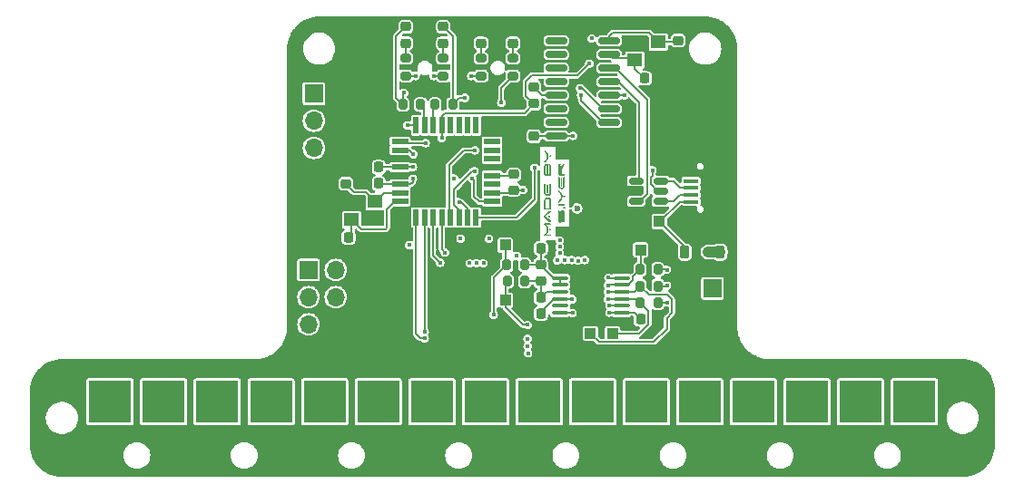
<source format=gbr>
%TF.GenerationSoftware,KiCad,Pcbnew,(7.0.0)*%
%TF.CreationDate,2024-08-27T08:05:47+05:30*%
%TF.ProjectId,Temperature Thing With Thermocouple 3V3,54656d70-6572-4617-9475-726520546869,v2.0.1*%
%TF.SameCoordinates,Original*%
%TF.FileFunction,Copper,L1,Top*%
%TF.FilePolarity,Positive*%
%FSLAX46Y46*%
G04 Gerber Fmt 4.6, Leading zero omitted, Abs format (unit mm)*
G04 Created by KiCad (PCBNEW (7.0.0)) date 2024-08-27 08:05:47*
%MOMM*%
%LPD*%
G01*
G04 APERTURE LIST*
G04 Aperture macros list*
%AMRoundRect*
0 Rectangle with rounded corners*
0 $1 Rounding radius*
0 $2 $3 $4 $5 $6 $7 $8 $9 X,Y pos of 4 corners*
0 Add a 4 corners polygon primitive as box body*
4,1,4,$2,$3,$4,$5,$6,$7,$8,$9,$2,$3,0*
0 Add four circle primitives for the rounded corners*
1,1,$1+$1,$2,$3*
1,1,$1+$1,$4,$5*
1,1,$1+$1,$6,$7*
1,1,$1+$1,$8,$9*
0 Add four rect primitives between the rounded corners*
20,1,$1+$1,$2,$3,$4,$5,0*
20,1,$1+$1,$4,$5,$6,$7,0*
20,1,$1+$1,$6,$7,$8,$9,0*
20,1,$1+$1,$8,$9,$2,$3,0*%
G04 Aperture macros list end*
%ADD10C,0.250000*%
%TA.AperFunction,NonConductor*%
%ADD11C,0.250000*%
%TD*%
%TA.AperFunction,SMDPad,CuDef*%
%ADD12R,1.400000X1.200000*%
%TD*%
%TA.AperFunction,SMDPad,CuDef*%
%ADD13RoundRect,0.225000X-0.225000X-0.250000X0.225000X-0.250000X0.225000X0.250000X-0.225000X0.250000X0*%
%TD*%
%TA.AperFunction,SMDPad,CuDef*%
%ADD14RoundRect,0.200000X-0.200000X-0.275000X0.200000X-0.275000X0.200000X0.275000X-0.200000X0.275000X0*%
%TD*%
%TA.AperFunction,SMDPad,CuDef*%
%ADD15RoundRect,0.225000X-0.250000X0.225000X-0.250000X-0.225000X0.250000X-0.225000X0.250000X0.225000X0*%
%TD*%
%TA.AperFunction,SMDPad,CuDef*%
%ADD16R,1.500000X0.550000*%
%TD*%
%TA.AperFunction,SMDPad,CuDef*%
%ADD17R,0.550000X1.500000*%
%TD*%
%TA.AperFunction,SMDPad,CuDef*%
%ADD18RoundRect,0.218750X-0.256250X0.218750X-0.256250X-0.218750X0.256250X-0.218750X0.256250X0.218750X0*%
%TD*%
%TA.AperFunction,SMDPad,CuDef*%
%ADD19R,1.000000X1.000000*%
%TD*%
%TA.AperFunction,ComponentPad*%
%ADD20R,4.000000X4.000000*%
%TD*%
%TA.AperFunction,SMDPad,CuDef*%
%ADD21RoundRect,0.150000X-0.512500X-0.150000X0.512500X-0.150000X0.512500X0.150000X-0.512500X0.150000X0*%
%TD*%
%TA.AperFunction,ComponentPad*%
%ADD22R,1.700000X1.700000*%
%TD*%
%TA.AperFunction,ComponentPad*%
%ADD23O,1.700000X1.700000*%
%TD*%
%TA.AperFunction,SMDPad,CuDef*%
%ADD24RoundRect,0.200000X0.200000X0.275000X-0.200000X0.275000X-0.200000X-0.275000X0.200000X-0.275000X0*%
%TD*%
%TA.AperFunction,SMDPad,CuDef*%
%ADD25RoundRect,0.100000X-0.637500X-0.100000X0.637500X-0.100000X0.637500X0.100000X-0.637500X0.100000X0*%
%TD*%
%TA.AperFunction,SMDPad,CuDef*%
%ADD26RoundRect,0.225000X0.225000X0.250000X-0.225000X0.250000X-0.225000X-0.250000X0.225000X-0.250000X0*%
%TD*%
%TA.AperFunction,SMDPad,CuDef*%
%ADD27RoundRect,0.100000X0.600000X-0.100000X0.600000X0.100000X-0.600000X0.100000X-0.600000X-0.100000X0*%
%TD*%
%TA.AperFunction,ComponentPad*%
%ADD28O,1.850000X1.050000*%
%TD*%
%TA.AperFunction,SMDPad,CuDef*%
%ADD29RoundRect,0.200000X0.275000X-0.200000X0.275000X0.200000X-0.275000X0.200000X-0.275000X-0.200000X0*%
%TD*%
%TA.AperFunction,SMDPad,CuDef*%
%ADD30RoundRect,0.225000X0.250000X-0.225000X0.250000X0.225000X-0.250000X0.225000X-0.250000X-0.225000X0*%
%TD*%
%TA.AperFunction,SMDPad,CuDef*%
%ADD31RoundRect,0.200000X-0.275000X0.200000X-0.275000X-0.200000X0.275000X-0.200000X0.275000X0.200000X0*%
%TD*%
%TA.AperFunction,SMDPad,CuDef*%
%ADD32RoundRect,0.150000X0.825000X0.150000X-0.825000X0.150000X-0.825000X-0.150000X0.825000X-0.150000X0*%
%TD*%
%TA.AperFunction,SMDPad,CuDef*%
%ADD33RoundRect,0.225000X0.225000X0.375000X-0.225000X0.375000X-0.225000X-0.375000X0.225000X-0.375000X0*%
%TD*%
%TA.AperFunction,ViaPad*%
%ADD34C,0.400000*%
%TD*%
%TA.AperFunction,ViaPad*%
%ADD35C,0.600000*%
%TD*%
%TA.AperFunction,Conductor*%
%ADD36C,0.150000*%
%TD*%
%TA.AperFunction,Conductor*%
%ADD37C,1.000000*%
%TD*%
G04 APERTURE END LIST*
D10*
D11*
G36*
X143664511Y-99062350D02*
G01*
X143664274Y-99072517D01*
X143663565Y-99082500D01*
X143662382Y-99092301D01*
X143660237Y-99104293D01*
X143657354Y-99116000D01*
X143653730Y-99127420D01*
X143649368Y-99138554D01*
X143644303Y-99149260D01*
X143638725Y-99159548D01*
X143632635Y-99169420D01*
X143626031Y-99178873D01*
X143618915Y-99187909D01*
X143611286Y-99196528D01*
X143608091Y-99199859D01*
X143599721Y-99207763D01*
X143590946Y-99215143D01*
X143581766Y-99221998D01*
X143572180Y-99228329D01*
X143562188Y-99234134D01*
X143551791Y-99239415D01*
X143547519Y-99241380D01*
X143536543Y-99245743D01*
X143525294Y-99249366D01*
X143513770Y-99252250D01*
X143501971Y-99254394D01*
X143489899Y-99255799D01*
X143480043Y-99256390D01*
X143472536Y-99256523D01*
X143462495Y-99256287D01*
X143452646Y-99255577D01*
X143440602Y-99254024D01*
X143428856Y-99251732D01*
X143417408Y-99248700D01*
X143406259Y-99244929D01*
X143397554Y-99241380D01*
X143386930Y-99236309D01*
X143376736Y-99230714D01*
X143366971Y-99224593D01*
X143357635Y-99217948D01*
X143348729Y-99210778D01*
X143340252Y-99203084D01*
X143336981Y-99199859D01*
X143329083Y-99191407D01*
X143321721Y-99182538D01*
X143314896Y-99173251D01*
X143308607Y-99163547D01*
X143302855Y-99153425D01*
X143297640Y-99142886D01*
X143295704Y-99138554D01*
X143291271Y-99127420D01*
X143287590Y-99116000D01*
X143284660Y-99104293D01*
X143282481Y-99092301D01*
X143281279Y-99082500D01*
X143280557Y-99072517D01*
X143280317Y-99062350D01*
X143280317Y-98211652D01*
X143281090Y-98200264D01*
X143283408Y-98189545D01*
X143287272Y-98179495D01*
X143292682Y-98170116D01*
X143299637Y-98161406D01*
X143302299Y-98158652D01*
X143310777Y-98151181D01*
X143319907Y-98145257D01*
X143329690Y-98140877D01*
X143340126Y-98138044D01*
X143351214Y-98136756D01*
X143355055Y-98136670D01*
X143366453Y-98137443D01*
X143377197Y-98139761D01*
X143387290Y-98143625D01*
X143396729Y-98149035D01*
X143405516Y-98155990D01*
X143408300Y-98158652D01*
X143415688Y-98167138D01*
X143421547Y-98176294D01*
X143425877Y-98186120D01*
X143428679Y-98196616D01*
X143429953Y-98207782D01*
X143430038Y-98211652D01*
X143430038Y-99065525D01*
X143431207Y-99076264D01*
X143434713Y-99086191D01*
X143440557Y-99095307D01*
X143442006Y-99097033D01*
X143449240Y-99103644D01*
X143458456Y-99108453D01*
X143468913Y-99110590D01*
X143472292Y-99110710D01*
X143482443Y-99109375D01*
X143491831Y-99105368D01*
X143499628Y-99099477D01*
X143502090Y-99097033D01*
X143508229Y-99088912D01*
X143512694Y-99079209D01*
X143514679Y-99068791D01*
X143514790Y-99065525D01*
X143514790Y-98290299D01*
X143515031Y-98280124D01*
X143515752Y-98270118D01*
X143516954Y-98260280D01*
X143518637Y-98250609D01*
X143521417Y-98238757D01*
X143524948Y-98227168D01*
X143529231Y-98215840D01*
X143530177Y-98213606D01*
X143535260Y-98202625D01*
X143540892Y-98192121D01*
X143547072Y-98182093D01*
X143553800Y-98172543D01*
X143561078Y-98163470D01*
X143568903Y-98154874D01*
X143572187Y-98151569D01*
X143580663Y-98143600D01*
X143589604Y-98136179D01*
X143599010Y-98129308D01*
X143608881Y-98122985D01*
X143619217Y-98117210D01*
X143630018Y-98111984D01*
X143634469Y-98110047D01*
X143645814Y-98105615D01*
X143657410Y-98101933D01*
X143669256Y-98099003D01*
X143678913Y-98097200D01*
X143688730Y-98095877D01*
X143698708Y-98095036D01*
X143708846Y-98094675D01*
X143711406Y-98094660D01*
X143721629Y-98094901D01*
X143731663Y-98095622D01*
X143741505Y-98096824D01*
X143751156Y-98098507D01*
X143762952Y-98101287D01*
X143774450Y-98104818D01*
X143785650Y-98109101D01*
X143787854Y-98110047D01*
X143798636Y-98115054D01*
X143809001Y-98120609D01*
X143818948Y-98126713D01*
X143828478Y-98133365D01*
X143837591Y-98140566D01*
X143846286Y-98148315D01*
X143849647Y-98151569D01*
X143857610Y-98159974D01*
X143865012Y-98168857D01*
X143871854Y-98178216D01*
X143878136Y-98188052D01*
X143883857Y-98198366D01*
X143889017Y-98209157D01*
X143890924Y-98213606D01*
X143895146Y-98224946D01*
X143898652Y-98236523D01*
X143901443Y-98248339D01*
X143903160Y-98257964D01*
X143904420Y-98267741D01*
X143905221Y-98277671D01*
X143905564Y-98287754D01*
X143905579Y-98290299D01*
X143905579Y-99139531D01*
X143904814Y-99150928D01*
X143902522Y-99161673D01*
X143898701Y-99171765D01*
X143893351Y-99181205D01*
X143886473Y-99189992D01*
X143883841Y-99192776D01*
X143875272Y-99200163D01*
X143866050Y-99206022D01*
X143856175Y-99210353D01*
X143845648Y-99213155D01*
X143834468Y-99214429D01*
X143830596Y-99214514D01*
X143819290Y-99213749D01*
X143808637Y-99211457D01*
X143798637Y-99207636D01*
X143789289Y-99202286D01*
X143780593Y-99195408D01*
X143777840Y-99192776D01*
X143770369Y-99184206D01*
X143764445Y-99174984D01*
X143760065Y-99165110D01*
X143757232Y-99154582D01*
X143755944Y-99143403D01*
X143755858Y-99139531D01*
X143755858Y-98284437D01*
X143754594Y-98273770D01*
X143750801Y-98264058D01*
X143744481Y-98255299D01*
X143742913Y-98253662D01*
X143735187Y-98247287D01*
X143725561Y-98242650D01*
X143715958Y-98240679D01*
X143711406Y-98240473D01*
X143700780Y-98241516D01*
X143691158Y-98244646D01*
X143682542Y-98249863D01*
X143678189Y-98253662D01*
X143671577Y-98261429D01*
X143666768Y-98270874D01*
X143664631Y-98281178D01*
X143664511Y-98284437D01*
X143664511Y-99062350D01*
G37*
G36*
X143843053Y-97971806D02*
G01*
X143831062Y-97971144D01*
X143819668Y-97969158D01*
X143808870Y-97965849D01*
X143798669Y-97961216D01*
X143789064Y-97955259D01*
X143780055Y-97947978D01*
X143776618Y-97944695D01*
X143768738Y-97935854D01*
X143762193Y-97926429D01*
X143756984Y-97916420D01*
X143753110Y-97905826D01*
X143750572Y-97894648D01*
X143749370Y-97882885D01*
X143749263Y-97878017D01*
X143749931Y-97866026D01*
X143751935Y-97854632D01*
X143755274Y-97843835D01*
X143759949Y-97833633D01*
X143765960Y-97824028D01*
X143773306Y-97815019D01*
X143776618Y-97811583D01*
X143785389Y-97803702D01*
X143794755Y-97797157D01*
X143804718Y-97791948D01*
X143815278Y-97788074D01*
X143826433Y-97785536D01*
X143838185Y-97784334D01*
X143843053Y-97784227D01*
X143855049Y-97784895D01*
X143866461Y-97786899D01*
X143877288Y-97790238D01*
X143887531Y-97794913D01*
X143897190Y-97800924D01*
X143906265Y-97808270D01*
X143909731Y-97811583D01*
X143917541Y-97820353D01*
X143924028Y-97829720D01*
X143929190Y-97839683D01*
X143933029Y-97850242D01*
X143935544Y-97861397D01*
X143936736Y-97873149D01*
X143936842Y-97878017D01*
X143936180Y-97890013D01*
X143934194Y-97901425D01*
X143930885Y-97912252D01*
X143926252Y-97922496D01*
X143920295Y-97932154D01*
X143913014Y-97941229D01*
X143909731Y-97944695D01*
X143900890Y-97952505D01*
X143891465Y-97958992D01*
X143881456Y-97964155D01*
X143870862Y-97967993D01*
X143859684Y-97970509D01*
X143847921Y-97971700D01*
X143843053Y-97971806D01*
G37*
G36*
X143830596Y-97512385D02*
G01*
X143841994Y-97513141D01*
X143852738Y-97515408D01*
X143862830Y-97519186D01*
X143872270Y-97524475D01*
X143881057Y-97531276D01*
X143883841Y-97533879D01*
X143891228Y-97542165D01*
X143897087Y-97551086D01*
X143901418Y-97560643D01*
X143904220Y-97570836D01*
X143905494Y-97581663D01*
X143905579Y-97585414D01*
X143904814Y-97596536D01*
X143902522Y-97607006D01*
X143898701Y-97616824D01*
X143893351Y-97625989D01*
X143886473Y-97634501D01*
X143883841Y-97637193D01*
X143875272Y-97644332D01*
X143866050Y-97649993D01*
X143856175Y-97654178D01*
X143845648Y-97656885D01*
X143834468Y-97658116D01*
X143830596Y-97658198D01*
X143355300Y-97658198D01*
X143343911Y-97657460D01*
X143333192Y-97655244D01*
X143323143Y-97651552D01*
X143313763Y-97646383D01*
X143305053Y-97639737D01*
X143302299Y-97637193D01*
X143294828Y-97628899D01*
X143288904Y-97619951D01*
X143284524Y-97610351D01*
X143281691Y-97600099D01*
X143280403Y-97589194D01*
X143280317Y-97585414D01*
X143281090Y-97574374D01*
X143283408Y-97563970D01*
X143287272Y-97554201D01*
X143292682Y-97545068D01*
X143299637Y-97536570D01*
X143302299Y-97533879D01*
X143310785Y-97526574D01*
X143319942Y-97520781D01*
X143329768Y-97516499D01*
X143340263Y-97513728D01*
X143351429Y-97512469D01*
X143355300Y-97512385D01*
X143830596Y-97512385D01*
G37*
G36*
X143843053Y-96900068D02*
G01*
X143831062Y-96899400D01*
X143819668Y-96897397D01*
X143808870Y-96894058D01*
X143798669Y-96889383D01*
X143789064Y-96883372D01*
X143780055Y-96876026D01*
X143776618Y-96872713D01*
X143768738Y-96863878D01*
X143762193Y-96854471D01*
X143756984Y-96844492D01*
X143753110Y-96833940D01*
X143750572Y-96822815D01*
X143749370Y-96811118D01*
X143749263Y-96806279D01*
X143749931Y-96794289D01*
X143751935Y-96782895D01*
X143755274Y-96772097D01*
X143759949Y-96761896D01*
X143765960Y-96752290D01*
X143773306Y-96743282D01*
X143776618Y-96739845D01*
X143785389Y-96731964D01*
X143794755Y-96725419D01*
X143804718Y-96720210D01*
X143815278Y-96716337D01*
X143826433Y-96713799D01*
X143838185Y-96712597D01*
X143843053Y-96712490D01*
X143855049Y-96713158D01*
X143866461Y-96715161D01*
X143877288Y-96718500D01*
X143887531Y-96723175D01*
X143897190Y-96729186D01*
X143906265Y-96736532D01*
X143909731Y-96739845D01*
X143917541Y-96748615D01*
X143924028Y-96757982D01*
X143929190Y-96767945D01*
X143933029Y-96778504D01*
X143935544Y-96789660D01*
X143936736Y-96801411D01*
X143936842Y-96806279D01*
X143936180Y-96818205D01*
X143934194Y-96829558D01*
X143930885Y-96840340D01*
X143926252Y-96850548D01*
X143920295Y-96860184D01*
X143913014Y-96869248D01*
X143909731Y-96872713D01*
X143900890Y-96880594D01*
X143891465Y-96887139D01*
X143881456Y-96892348D01*
X143870862Y-96896222D01*
X143859684Y-96898759D01*
X143847921Y-96899961D01*
X143843053Y-96900068D01*
G37*
G36*
X143530422Y-96812629D02*
G01*
X143530379Y-96802622D01*
X143530250Y-96792843D01*
X143529945Y-96780158D01*
X143529487Y-96767877D01*
X143528876Y-96756000D01*
X143528113Y-96744529D01*
X143527197Y-96733461D01*
X143526128Y-96722799D01*
X143525537Y-96717619D01*
X143523984Y-96707216D01*
X143521888Y-96696645D01*
X143519251Y-96685906D01*
X143516072Y-96674999D01*
X143512352Y-96663924D01*
X143508089Y-96652681D01*
X143503284Y-96641270D01*
X143497937Y-96629692D01*
X143493520Y-96620822D01*
X143488695Y-96611708D01*
X143483462Y-96602349D01*
X143477822Y-96592746D01*
X143471773Y-96582898D01*
X143465317Y-96572805D01*
X143458452Y-96562467D01*
X143451180Y-96551885D01*
X143443500Y-96541058D01*
X143435412Y-96529986D01*
X143429794Y-96522469D01*
X143420912Y-96510848D01*
X143414638Y-96502807D01*
X143408082Y-96494531D01*
X143401243Y-96486021D01*
X143394122Y-96477276D01*
X143386718Y-96468296D01*
X143379032Y-96459081D01*
X143371064Y-96449632D01*
X143362813Y-96439948D01*
X143354280Y-96430030D01*
X143345464Y-96419877D01*
X143336366Y-96409489D01*
X143326986Y-96398866D01*
X143317323Y-96388009D01*
X143307377Y-96376917D01*
X143302299Y-96371283D01*
X143295966Y-96363104D01*
X143289784Y-96353258D01*
X143285147Y-96343377D01*
X143282056Y-96333463D01*
X143280510Y-96323514D01*
X143280317Y-96318526D01*
X143281098Y-96307137D01*
X143283443Y-96296418D01*
X143287349Y-96286369D01*
X143292819Y-96276990D01*
X143299852Y-96268280D01*
X143302543Y-96265525D01*
X143311130Y-96258055D01*
X143320403Y-96252130D01*
X143330364Y-96247751D01*
X143341011Y-96244917D01*
X143352346Y-96243629D01*
X143356277Y-96243544D01*
X143367077Y-96244378D01*
X143377495Y-96246883D01*
X143386545Y-96250564D01*
X143389494Y-96252092D01*
X143398681Y-96257793D01*
X143407010Y-96264209D01*
X143414481Y-96271341D01*
X143415872Y-96272853D01*
X143425716Y-96283831D01*
X143435343Y-96294663D01*
X143444752Y-96305348D01*
X143453943Y-96315885D01*
X143462917Y-96326276D01*
X143471674Y-96336520D01*
X143480213Y-96346617D01*
X143488534Y-96356567D01*
X143496638Y-96366370D01*
X143504524Y-96376026D01*
X143512193Y-96385535D01*
X143519644Y-96394898D01*
X143526878Y-96404113D01*
X143533895Y-96413182D01*
X143540693Y-96422103D01*
X143547274Y-96430878D01*
X143553665Y-96439551D01*
X143559891Y-96448169D01*
X143565953Y-96456732D01*
X143571851Y-96465240D01*
X143577585Y-96473692D01*
X143583155Y-96482089D01*
X143588561Y-96490430D01*
X143593803Y-96498716D01*
X143601358Y-96511042D01*
X143608543Y-96523243D01*
X143615360Y-96535319D01*
X143621807Y-96547271D01*
X143627885Y-96559098D01*
X143629829Y-96563013D01*
X143635444Y-96574670D01*
X143640751Y-96586283D01*
X143645748Y-96597854D01*
X143650437Y-96609381D01*
X143654816Y-96620866D01*
X143658886Y-96632308D01*
X143662647Y-96643706D01*
X143666099Y-96655062D01*
X143669241Y-96666375D01*
X143672075Y-96677645D01*
X143673792Y-96685135D01*
X143676106Y-96696382D01*
X143678191Y-96707775D01*
X143680050Y-96719314D01*
X143681681Y-96730999D01*
X143683084Y-96742830D01*
X143684259Y-96754807D01*
X143685207Y-96766930D01*
X143685928Y-96779199D01*
X143686421Y-96791614D01*
X143686687Y-96804174D01*
X143686737Y-96812629D01*
X143686630Y-96826082D01*
X143686308Y-96839328D01*
X143685771Y-96852368D01*
X143685020Y-96865203D01*
X143684054Y-96877831D01*
X143682873Y-96890253D01*
X143681478Y-96902469D01*
X143679868Y-96914479D01*
X143678043Y-96926282D01*
X143676004Y-96937880D01*
X143674525Y-96945498D01*
X143672022Y-96956815D01*
X143669184Y-96968146D01*
X143666011Y-96979490D01*
X143662504Y-96990847D01*
X143658661Y-97002216D01*
X143654484Y-97013598D01*
X143649971Y-97024994D01*
X143645124Y-97036402D01*
X143639942Y-97047823D01*
X143634425Y-97059256D01*
X143630561Y-97066886D01*
X143624475Y-97078362D01*
X143618033Y-97089984D01*
X143611235Y-97101752D01*
X143604080Y-97113666D01*
X143596569Y-97125726D01*
X143588701Y-97137932D01*
X143583258Y-97146151D01*
X143577657Y-97154434D01*
X143571897Y-97162782D01*
X143565979Y-97171195D01*
X143559903Y-97179673D01*
X143553668Y-97188216D01*
X143547274Y-97196823D01*
X143540693Y-97205514D01*
X143533895Y-97214367D01*
X143526878Y-97223382D01*
X143519644Y-97232559D01*
X143512193Y-97241899D01*
X143504524Y-97251400D01*
X143496638Y-97261064D01*
X143488534Y-97270890D01*
X143480213Y-97280878D01*
X143471674Y-97291029D01*
X143462917Y-97301341D01*
X143453943Y-97311816D01*
X143444752Y-97322453D01*
X143435343Y-97333252D01*
X143425716Y-97344213D01*
X143415872Y-97355337D01*
X143408573Y-97362612D01*
X143400416Y-97369171D01*
X143391400Y-97375015D01*
X143389494Y-97376098D01*
X143380546Y-97380230D01*
X143370242Y-97383235D01*
X143359557Y-97384571D01*
X143356277Y-97384646D01*
X143344713Y-97383882D01*
X143333837Y-97381589D01*
X143323647Y-97377768D01*
X143314145Y-97372419D01*
X143305329Y-97365541D01*
X143302543Y-97362909D01*
X143294990Y-97354339D01*
X143288999Y-97345117D01*
X143284571Y-97335242D01*
X143281706Y-97324715D01*
X143280404Y-97313535D01*
X143280317Y-97309664D01*
X143281096Y-97299182D01*
X143283434Y-97289566D01*
X143286912Y-97281576D01*
X143292018Y-97272302D01*
X143297302Y-97263922D01*
X143302055Y-97257151D01*
X143311993Y-97246090D01*
X143321659Y-97235253D01*
X143331052Y-97224642D01*
X143340172Y-97214256D01*
X143349019Y-97204095D01*
X143357593Y-97194160D01*
X143365895Y-97184449D01*
X143373923Y-97174964D01*
X143381679Y-97165703D01*
X143389162Y-97156668D01*
X143396371Y-97147858D01*
X143403309Y-97139274D01*
X143409973Y-97130914D01*
X143416364Y-97122780D01*
X143422483Y-97114870D01*
X143428328Y-97107186D01*
X143436647Y-97095945D01*
X143444566Y-97084935D01*
X143452085Y-97074158D01*
X143459206Y-97063612D01*
X143465927Y-97053298D01*
X143472249Y-97043216D01*
X143478172Y-97033365D01*
X143483695Y-97023747D01*
X143488819Y-97014360D01*
X143493544Y-97005205D01*
X143496472Y-96999231D01*
X143501830Y-96987461D01*
X143506669Y-96975845D01*
X143510989Y-96964381D01*
X143514790Y-96953069D01*
X143518072Y-96941910D01*
X143520835Y-96930904D01*
X143523079Y-96920050D01*
X143524804Y-96909350D01*
X143526121Y-96898542D01*
X143527262Y-96887368D01*
X143528227Y-96875827D01*
X143529017Y-96863920D01*
X143529632Y-96851647D01*
X143530071Y-96839008D01*
X143530334Y-96826002D01*
X143530416Y-96816007D01*
X143530422Y-96812629D01*
G37*
G36*
X143514790Y-95115630D02*
G01*
X143515554Y-95104241D01*
X143517847Y-95093522D01*
X143521668Y-95083473D01*
X143527018Y-95074094D01*
X143533895Y-95065384D01*
X143536528Y-95062629D01*
X143545014Y-95055242D01*
X143554170Y-95049383D01*
X143563996Y-95045053D01*
X143574492Y-95042250D01*
X143585658Y-95040977D01*
X143589528Y-95040892D01*
X143600926Y-95041656D01*
X143611671Y-95043949D01*
X143621763Y-95047770D01*
X143631202Y-95053119D01*
X143639989Y-95059997D01*
X143642773Y-95062629D01*
X143650161Y-95071116D01*
X143656020Y-95080272D01*
X143660350Y-95090098D01*
X143663152Y-95100594D01*
X143664426Y-95111759D01*
X143664511Y-95115630D01*
X143664511Y-95810257D01*
X143663747Y-95821571D01*
X143661454Y-95832250D01*
X143657633Y-95842294D01*
X143652284Y-95851702D01*
X143645406Y-95860474D01*
X143642773Y-95863257D01*
X143634204Y-95870645D01*
X143624982Y-95876504D01*
X143615107Y-95880834D01*
X143604580Y-95883636D01*
X143593400Y-95884910D01*
X143589528Y-95884995D01*
X143578140Y-95884231D01*
X143567421Y-95881938D01*
X143557371Y-95878117D01*
X143547992Y-95872768D01*
X143539282Y-95865890D01*
X143536528Y-95863257D01*
X143529140Y-95854697D01*
X143523281Y-95845500D01*
X143518951Y-95835669D01*
X143516149Y-95825201D01*
X143514875Y-95814099D01*
X143514790Y-95810257D01*
X143514790Y-95115630D01*
G37*
G36*
X143430038Y-95824667D02*
G01*
X143430297Y-95836047D01*
X143431076Y-95846863D01*
X143432373Y-95857113D01*
X143434190Y-95866799D01*
X143437191Y-95878112D01*
X143441002Y-95888542D01*
X143445625Y-95898090D01*
X143446646Y-95899894D01*
X143451945Y-95908532D01*
X143457613Y-95916585D01*
X143464904Y-95925478D01*
X143472726Y-95933530D01*
X143481081Y-95940740D01*
X143486946Y-95945079D01*
X143496011Y-95950855D01*
X143505436Y-95955909D01*
X143515222Y-95960243D01*
X143525369Y-95963855D01*
X143535876Y-95966746D01*
X143539459Y-95967549D01*
X143550120Y-95969624D01*
X143560490Y-95971270D01*
X143570568Y-95972486D01*
X143580354Y-95973274D01*
X143591402Y-95973649D01*
X143592948Y-95973655D01*
X143603844Y-95973363D01*
X143615161Y-95972486D01*
X143625196Y-95971270D01*
X143635540Y-95969624D01*
X143646193Y-95967549D01*
X143656829Y-95964899D01*
X143667121Y-95961527D01*
X143677070Y-95957434D01*
X143686676Y-95952620D01*
X143695938Y-95947084D01*
X143698949Y-95945079D01*
X143707585Y-95938430D01*
X143715722Y-95930939D01*
X143723361Y-95922608D01*
X143730502Y-95913434D01*
X143736073Y-95905147D01*
X143739249Y-95899894D01*
X143744034Y-95890522D01*
X143748008Y-95880269D01*
X143751170Y-95869132D01*
X143753522Y-95857113D01*
X143754820Y-95846863D01*
X143755598Y-95836047D01*
X143755858Y-95824667D01*
X143755858Y-95053348D01*
X143756631Y-95042034D01*
X143758949Y-95031355D01*
X143762813Y-95021311D01*
X143768223Y-95011903D01*
X143775178Y-95003131D01*
X143777840Y-95000347D01*
X143786318Y-94992877D01*
X143795448Y-94986952D01*
X143805231Y-94982573D01*
X143815667Y-94979739D01*
X143826755Y-94978451D01*
X143830596Y-94978366D01*
X143841994Y-94979138D01*
X143852738Y-94981457D01*
X143862830Y-94985321D01*
X143872270Y-94990730D01*
X143881057Y-94997686D01*
X143883841Y-95000347D01*
X143891228Y-95008908D01*
X143897087Y-95018105D01*
X143901418Y-95027936D01*
X143904220Y-95038404D01*
X143905494Y-95049506D01*
X143905579Y-95053348D01*
X143905579Y-95868387D01*
X143905325Y-95879445D01*
X143904565Y-95890271D01*
X143903299Y-95900866D01*
X143901526Y-95911228D01*
X143899246Y-95921359D01*
X143896460Y-95931258D01*
X143893167Y-95940925D01*
X143889367Y-95950361D01*
X143885061Y-95959564D01*
X143880248Y-95968536D01*
X143876758Y-95974388D01*
X143871167Y-95982965D01*
X143865292Y-95991292D01*
X143859134Y-95999371D01*
X143852692Y-96007200D01*
X143845968Y-96014781D01*
X143838960Y-96022113D01*
X143831668Y-96029195D01*
X143824093Y-96036029D01*
X143816235Y-96042613D01*
X143808093Y-96048949D01*
X143802508Y-96053034D01*
X143793902Y-96058946D01*
X143785120Y-96064592D01*
X143776162Y-96069971D01*
X143767028Y-96075085D01*
X143757718Y-96079932D01*
X143748232Y-96084513D01*
X143738570Y-96088828D01*
X143728732Y-96092876D01*
X143718717Y-96096659D01*
X143708527Y-96100175D01*
X143701636Y-96102371D01*
X143691218Y-96105427D01*
X143680848Y-96108182D01*
X143670524Y-96110636D01*
X143660248Y-96112790D01*
X143650019Y-96114643D01*
X143639838Y-96116196D01*
X143629703Y-96117448D01*
X143619616Y-96118400D01*
X143609576Y-96119051D01*
X143599583Y-96119401D01*
X143592948Y-96119468D01*
X143582731Y-96119311D01*
X143572506Y-96118841D01*
X143562272Y-96118058D01*
X143552030Y-96116961D01*
X143541779Y-96115551D01*
X143531519Y-96113827D01*
X143521251Y-96111790D01*
X143510974Y-96109439D01*
X143500688Y-96106775D01*
X143490394Y-96103798D01*
X143483527Y-96101638D01*
X143473311Y-96098152D01*
X143463271Y-96094377D01*
X143453407Y-96090315D01*
X143443719Y-96085965D01*
X143434207Y-96081327D01*
X143424872Y-96076402D01*
X143415712Y-96071189D01*
X143406728Y-96065689D01*
X143397920Y-96059901D01*
X143389288Y-96053825D01*
X143383632Y-96049615D01*
X143375301Y-96043029D01*
X143367254Y-96036185D01*
X143359490Y-96029084D01*
X143352010Y-96021725D01*
X143344813Y-96014109D01*
X143337899Y-96006235D01*
X143331269Y-95998103D01*
X143324922Y-95989714D01*
X143318858Y-95981067D01*
X143313078Y-95972163D01*
X143309382Y-95966084D01*
X143304188Y-95956719D01*
X143299504Y-95947127D01*
X143295332Y-95937308D01*
X143291670Y-95927261D01*
X143288520Y-95916986D01*
X143285880Y-95906484D01*
X143283751Y-95895754D01*
X143282134Y-95884797D01*
X143281027Y-95873612D01*
X143280431Y-95862199D01*
X143280317Y-95854465D01*
X143280317Y-95053348D01*
X143281090Y-95042034D01*
X143283408Y-95031355D01*
X143287272Y-95021311D01*
X143292682Y-95011903D01*
X143299637Y-95003131D01*
X143302299Y-95000347D01*
X143310777Y-94992877D01*
X143319907Y-94986952D01*
X143329690Y-94982573D01*
X143340126Y-94979739D01*
X143351214Y-94978451D01*
X143355055Y-94978366D01*
X143366453Y-94979138D01*
X143377197Y-94981457D01*
X143387290Y-94985321D01*
X143396729Y-94990730D01*
X143405516Y-94997686D01*
X143408300Y-95000347D01*
X143415688Y-95008908D01*
X143421547Y-95018105D01*
X143425877Y-95027936D01*
X143428679Y-95038404D01*
X143429953Y-95049506D01*
X143430038Y-95053348D01*
X143430038Y-95824667D01*
G37*
G36*
X143829863Y-93743474D02*
G01*
X143841352Y-93744247D01*
X143852189Y-93746565D01*
X143862373Y-93750429D01*
X143871904Y-93755839D01*
X143880782Y-93762794D01*
X143883597Y-93765456D01*
X143891067Y-93774025D01*
X143896992Y-93783247D01*
X143901371Y-93793122D01*
X143904205Y-93803649D01*
X143905493Y-93814829D01*
X143905579Y-93818701D01*
X143904799Y-93829240D01*
X143902462Y-93839029D01*
X143898984Y-93847277D01*
X143894075Y-93855749D01*
X143887864Y-93864399D01*
X143882620Y-93870480D01*
X143875060Y-93877666D01*
X143867388Y-93883878D01*
X143866988Y-93884158D01*
X143857803Y-93891255D01*
X143848872Y-93898381D01*
X143840195Y-93905536D01*
X143831772Y-93912719D01*
X143823602Y-93919931D01*
X143815686Y-93927171D01*
X143808024Y-93934440D01*
X143800615Y-93941738D01*
X143793461Y-93949064D01*
X143786560Y-93956419D01*
X143779913Y-93963803D01*
X143773520Y-93971215D01*
X143764406Y-93982387D01*
X143755863Y-93993623D01*
X143750484Y-94001150D01*
X143742742Y-94012472D01*
X143735361Y-94023905D01*
X143728339Y-94035449D01*
X143721679Y-94047106D01*
X143715379Y-94058874D01*
X143709440Y-94070753D01*
X143703862Y-94082745D01*
X143698644Y-94094848D01*
X143693787Y-94107062D01*
X143689290Y-94119388D01*
X143686493Y-94127668D01*
X143682564Y-94140151D01*
X143679022Y-94152781D01*
X143675867Y-94165556D01*
X143673098Y-94178478D01*
X143670715Y-94191545D01*
X143668718Y-94204759D01*
X143667108Y-94218118D01*
X143665885Y-94231624D01*
X143665048Y-94245275D01*
X143664597Y-94259072D01*
X143664511Y-94268352D01*
X143664511Y-94282420D01*
X143664511Y-94296691D01*
X143664511Y-94311163D01*
X143664511Y-94325837D01*
X143664511Y-94335731D01*
X143664511Y-94345716D01*
X143664511Y-94355790D01*
X143664511Y-94365953D01*
X143664511Y-94376207D01*
X143664511Y-94386550D01*
X143664511Y-94396983D01*
X143664511Y-94407505D01*
X143664511Y-94418117D01*
X143664511Y-94428819D01*
X143664511Y-94707500D01*
X143829619Y-94707500D01*
X143841108Y-94708273D01*
X143851945Y-94710592D01*
X143862128Y-94714455D01*
X143871659Y-94719865D01*
X143880538Y-94726820D01*
X143883353Y-94729482D01*
X143890906Y-94737974D01*
X143896897Y-94746965D01*
X143901324Y-94756453D01*
X143904190Y-94766439D01*
X143905492Y-94776923D01*
X143905579Y-94780529D01*
X143904814Y-94791652D01*
X143902522Y-94802122D01*
X143898701Y-94811939D01*
X143893351Y-94821104D01*
X143886473Y-94829616D01*
X143883841Y-94832308D01*
X143875272Y-94839447D01*
X143866050Y-94845108D01*
X143856175Y-94849293D01*
X143845648Y-94852000D01*
X143834468Y-94853231D01*
X143830596Y-94853313D01*
X143471315Y-94853313D01*
X143460580Y-94853065D01*
X143450112Y-94852321D01*
X143439911Y-94851081D01*
X143429977Y-94849344D01*
X143420310Y-94847112D01*
X143410911Y-94844383D01*
X143399537Y-94840275D01*
X143392913Y-94837437D01*
X143382178Y-94832185D01*
X143371957Y-94826504D01*
X143362248Y-94820393D01*
X143353052Y-94813853D01*
X143344369Y-94806883D01*
X143336198Y-94799484D01*
X143333073Y-94796405D01*
X143325557Y-94788447D01*
X143318576Y-94780143D01*
X143312133Y-94771493D01*
X143306226Y-94762497D01*
X143300856Y-94753155D01*
X143296022Y-94743468D01*
X143294239Y-94739496D01*
X143290228Y-94729415D01*
X143286897Y-94719322D01*
X143284246Y-94709217D01*
X143282275Y-94699101D01*
X143280983Y-94688972D01*
X143280371Y-94678831D01*
X143280317Y-94674772D01*
X143280317Y-93944486D01*
X143280554Y-93934357D01*
X143281263Y-93924366D01*
X143282447Y-93914512D01*
X143284103Y-93904796D01*
X143286232Y-93895217D01*
X143288835Y-93885776D01*
X143291911Y-93876472D01*
X143295460Y-93867305D01*
X143299410Y-93858344D01*
X143304809Y-93847530D01*
X143310720Y-93837145D01*
X143317145Y-93827189D01*
X143324082Y-93817663D01*
X143331532Y-93808565D01*
X143336249Y-93803313D01*
X143344483Y-93794969D01*
X143353160Y-93787185D01*
X143362277Y-93779961D01*
X143371836Y-93773298D01*
X143381835Y-93767196D01*
X143392277Y-93761654D01*
X143396577Y-93759594D01*
X143407482Y-93754950D01*
X143418673Y-93751093D01*
X143430150Y-93748023D01*
X143441914Y-93745741D01*
X143453964Y-93744245D01*
X143463810Y-93743615D01*
X143471315Y-93743474D01*
X143482455Y-93744221D01*
X143492976Y-93746462D01*
X143502879Y-93750197D01*
X143512165Y-93755426D01*
X143520831Y-93762150D01*
X143523583Y-93764723D01*
X143530887Y-93773018D01*
X143536680Y-93781965D01*
X143540962Y-93791565D01*
X143543733Y-93801817D01*
X143544992Y-93812722D01*
X143545076Y-93816502D01*
X143544329Y-93827542D01*
X143542088Y-93837946D01*
X143538353Y-93847715D01*
X143533124Y-93856848D01*
X143526400Y-93865346D01*
X143523827Y-93868038D01*
X143515541Y-93875259D01*
X143506619Y-93880986D01*
X143497063Y-93885220D01*
X143486870Y-93887959D01*
X143476042Y-93889204D01*
X143472292Y-93889287D01*
X143462284Y-93890527D01*
X143452487Y-93894756D01*
X143444682Y-93901206D01*
X143443960Y-93901987D01*
X143437563Y-93910331D01*
X143433026Y-93919485D01*
X143430350Y-93929450D01*
X143430038Y-93931541D01*
X143430038Y-94671352D01*
X143430875Y-94681488D01*
X143434022Y-94691457D01*
X143437121Y-94696509D01*
X143444083Y-94703425D01*
X143452752Y-94707500D01*
X143514790Y-94707500D01*
X143514790Y-94428819D01*
X143514845Y-94413373D01*
X143515011Y-94398113D01*
X143515288Y-94383041D01*
X143515676Y-94368155D01*
X143516174Y-94353457D01*
X143516782Y-94338945D01*
X143517502Y-94324621D01*
X143518332Y-94310484D01*
X143519272Y-94296533D01*
X143520324Y-94282770D01*
X143521486Y-94269193D01*
X143522759Y-94255804D01*
X143524142Y-94242601D01*
X143525636Y-94229586D01*
X143527241Y-94216757D01*
X143528956Y-94204116D01*
X143530798Y-94191611D01*
X143532780Y-94179253D01*
X143534904Y-94167041D01*
X143537169Y-94154977D01*
X143539575Y-94143060D01*
X143542122Y-94131289D01*
X143544811Y-94119666D01*
X143547641Y-94108189D01*
X143550612Y-94096860D01*
X143553724Y-94085677D01*
X143556977Y-94074641D01*
X143560372Y-94063752D01*
X143563908Y-94053011D01*
X143567585Y-94042416D01*
X143571403Y-94031968D01*
X143575362Y-94021666D01*
X143579441Y-94011506D01*
X143583678Y-94001478D01*
X143588073Y-93991584D01*
X143592627Y-93981824D01*
X143597339Y-93972198D01*
X143602210Y-93962705D01*
X143607239Y-93953345D01*
X143612426Y-93944119D01*
X143617772Y-93935027D01*
X143623276Y-93926068D01*
X143628938Y-93917243D01*
X143634759Y-93908551D01*
X143640738Y-93899993D01*
X143646876Y-93891569D01*
X143653172Y-93883278D01*
X143659626Y-93875121D01*
X143666250Y-93867053D01*
X143673056Y-93859092D01*
X143680042Y-93851238D01*
X143687210Y-93843491D01*
X143694560Y-93835851D01*
X143702090Y-93828318D01*
X143709802Y-93820891D01*
X143717695Y-93813571D01*
X143725769Y-93806359D01*
X143734025Y-93799253D01*
X143742462Y-93792254D01*
X143751080Y-93785361D01*
X143759879Y-93778576D01*
X143768860Y-93771898D01*
X143778022Y-93765326D01*
X143787365Y-93758861D01*
X143796244Y-93752865D01*
X143805357Y-93748342D01*
X143814704Y-93745292D01*
X143825672Y-93743609D01*
X143829863Y-93743474D01*
G37*
D10*
D11*
G36*
X142527421Y-100006838D02*
G01*
X142515431Y-100006176D01*
X142504037Y-100004190D01*
X142493239Y-100000881D01*
X142483037Y-99996248D01*
X142473432Y-99990291D01*
X142464424Y-99983010D01*
X142460987Y-99979727D01*
X142453106Y-99970886D01*
X142446561Y-99961461D01*
X142441352Y-99951452D01*
X142437479Y-99940858D01*
X142434941Y-99929680D01*
X142433739Y-99917917D01*
X142433632Y-99913049D01*
X142434300Y-99901123D01*
X142436303Y-99889769D01*
X142439642Y-99878988D01*
X142444317Y-99868780D01*
X142450328Y-99859144D01*
X142457674Y-99850080D01*
X142460987Y-99846615D01*
X142469757Y-99838734D01*
X142479124Y-99832189D01*
X142489087Y-99826980D01*
X142499646Y-99823106D01*
X142510802Y-99820568D01*
X142522553Y-99819366D01*
X142527421Y-99819259D01*
X142539417Y-99819927D01*
X142550829Y-99821931D01*
X142561657Y-99825270D01*
X142571900Y-99829945D01*
X142581559Y-99835956D01*
X142590633Y-99843302D01*
X142594099Y-99846615D01*
X142601910Y-99855449D01*
X142608396Y-99864857D01*
X142613559Y-99874836D01*
X142617398Y-99885388D01*
X142619913Y-99896513D01*
X142621104Y-99908210D01*
X142621210Y-99913049D01*
X142620548Y-99925045D01*
X142618563Y-99936457D01*
X142615253Y-99947284D01*
X142610620Y-99957528D01*
X142604663Y-99967186D01*
X142597382Y-99976261D01*
X142594099Y-99979727D01*
X142585259Y-99987537D01*
X142575834Y-99994024D01*
X142565824Y-99999187D01*
X142555230Y-100003026D01*
X142544052Y-100005541D01*
X142532290Y-100006732D01*
X142527421Y-100006838D01*
G37*
G36*
X142529131Y-100361234D02*
G01*
X142538891Y-100361753D01*
X142549973Y-100363745D01*
X142560369Y-100367231D01*
X142570078Y-100372212D01*
X142579099Y-100378686D01*
X142583353Y-100382483D01*
X142590906Y-100390778D01*
X142596897Y-100399725D01*
X142601324Y-100409325D01*
X142604190Y-100419578D01*
X142605492Y-100430483D01*
X142605579Y-100434263D01*
X142604814Y-100445386D01*
X142602522Y-100455856D01*
X142598701Y-100465673D01*
X142593351Y-100474838D01*
X142586473Y-100483350D01*
X142583841Y-100486042D01*
X142575272Y-100493181D01*
X142566050Y-100498842D01*
X142556175Y-100503027D01*
X142545648Y-100505735D01*
X142534468Y-100506965D01*
X142530596Y-100507047D01*
X142055300Y-100507047D01*
X142043911Y-100506283D01*
X142033192Y-100503990D01*
X142023143Y-100500169D01*
X142013763Y-100494820D01*
X142005053Y-100487942D01*
X142002299Y-100485310D01*
X141994828Y-100476823D01*
X141988904Y-100467667D01*
X141984524Y-100457841D01*
X141981691Y-100447345D01*
X141980403Y-100436180D01*
X141980317Y-100432309D01*
X141981039Y-100421966D01*
X141983203Y-100412432D01*
X141986423Y-100404465D01*
X141991197Y-100395192D01*
X141996237Y-100386812D01*
X142000833Y-100380041D01*
X142010111Y-100369023D01*
X142019136Y-100358197D01*
X142027910Y-100347561D01*
X142036432Y-100337115D01*
X142044702Y-100326861D01*
X142052720Y-100316797D01*
X142060486Y-100306925D01*
X142068000Y-100297243D01*
X142075263Y-100287752D01*
X142082273Y-100278451D01*
X142089032Y-100269342D01*
X142095539Y-100260423D01*
X142101793Y-100251695D01*
X142107797Y-100243158D01*
X142113548Y-100234812D01*
X142119047Y-100226657D01*
X142126872Y-100214670D01*
X142134320Y-100202889D01*
X142141389Y-100191314D01*
X142148081Y-100179945D01*
X142154395Y-100168782D01*
X142160332Y-100157826D01*
X142165890Y-100147075D01*
X142171071Y-100136531D01*
X142175873Y-100126193D01*
X142180298Y-100116060D01*
X142183039Y-100109420D01*
X142186840Y-100099538D01*
X142190366Y-100089768D01*
X142193617Y-100080109D01*
X142196594Y-100070562D01*
X142199296Y-100061127D01*
X142202471Y-100048720D01*
X142205158Y-100036512D01*
X142207356Y-100024502D01*
X142209066Y-100012691D01*
X142209417Y-100009769D01*
X142210676Y-99997938D01*
X142211768Y-99985894D01*
X142212691Y-99973636D01*
X142213447Y-99961165D01*
X142214035Y-99948479D01*
X142214454Y-99935580D01*
X142214659Y-99925766D01*
X142214769Y-99915831D01*
X142214790Y-99909141D01*
X142214749Y-99899091D01*
X142214627Y-99889183D01*
X142214337Y-99876192D01*
X142213902Y-99863453D01*
X142213322Y-99850966D01*
X142212597Y-99838731D01*
X142211727Y-99826748D01*
X142210711Y-99815017D01*
X142210150Y-99809246D01*
X142208734Y-99797621D01*
X142206806Y-99785829D01*
X142204368Y-99773868D01*
X142201418Y-99761740D01*
X142197956Y-99749444D01*
X142195025Y-99740112D01*
X142191806Y-99730685D01*
X142188299Y-99721164D01*
X142184504Y-99711548D01*
X142180331Y-99701774D01*
X142175780Y-99691776D01*
X142170851Y-99681555D01*
X142165545Y-99671111D01*
X142159860Y-99660443D01*
X142153798Y-99649553D01*
X142147358Y-99638439D01*
X142140540Y-99627101D01*
X142133345Y-99615541D01*
X142125771Y-99603757D01*
X142120512Y-99595777D01*
X142115007Y-99587616D01*
X142109239Y-99579253D01*
X142103207Y-99570687D01*
X142096912Y-99561919D01*
X142090354Y-99552949D01*
X142083533Y-99543776D01*
X142076448Y-99534402D01*
X142069099Y-99524825D01*
X142061488Y-99515045D01*
X142053613Y-99505064D01*
X142045475Y-99494880D01*
X142037073Y-99484494D01*
X142028408Y-99473906D01*
X142019480Y-99463115D01*
X142010288Y-99452122D01*
X142000833Y-99440927D01*
X141994923Y-99432825D01*
X141989153Y-99423070D01*
X141984825Y-99413282D01*
X141981940Y-99403458D01*
X141980497Y-99393601D01*
X141980317Y-99388659D01*
X141981090Y-99377271D01*
X141983408Y-99366552D01*
X141987272Y-99356502D01*
X141992682Y-99347123D01*
X141999637Y-99338413D01*
X142002299Y-99335659D01*
X142010785Y-99328271D01*
X142019942Y-99322412D01*
X142029768Y-99318082D01*
X142040263Y-99315280D01*
X142051429Y-99314006D01*
X142055300Y-99313921D01*
X142530596Y-99313921D01*
X142541994Y-99314668D01*
X142552738Y-99316909D01*
X142562830Y-99320644D01*
X142572270Y-99325874D01*
X142581057Y-99332597D01*
X142583841Y-99335170D01*
X142591228Y-99343390D01*
X142597087Y-99352298D01*
X142601418Y-99361892D01*
X142604220Y-99372173D01*
X142605494Y-99383141D01*
X142605579Y-99386950D01*
X142604797Y-99397989D01*
X142602453Y-99408393D01*
X142598546Y-99418162D01*
X142593077Y-99427295D01*
X142586044Y-99435793D01*
X142583353Y-99438485D01*
X142574674Y-99445706D01*
X142565309Y-99451434D01*
X142555257Y-99455667D01*
X142544518Y-99458406D01*
X142533092Y-99459651D01*
X142529131Y-99459734D01*
X142207707Y-99459734D01*
X142215114Y-99469376D01*
X142222405Y-99479160D01*
X142229579Y-99489085D01*
X142236638Y-99499153D01*
X142243581Y-99509361D01*
X142250409Y-99519712D01*
X142257120Y-99530204D01*
X142263715Y-99540838D01*
X142270194Y-99551613D01*
X142276558Y-99562531D01*
X142280736Y-99569888D01*
X142286850Y-99580944D01*
X142292737Y-99591950D01*
X142298396Y-99602903D01*
X142303828Y-99613805D01*
X142309032Y-99624656D01*
X142314009Y-99635455D01*
X142318758Y-99646203D01*
X142323280Y-99656899D01*
X142327574Y-99667544D01*
X142331640Y-99678137D01*
X142334225Y-99685170D01*
X142337879Y-99695655D01*
X142341332Y-99706136D01*
X142344583Y-99716612D01*
X142347632Y-99727085D01*
X142350479Y-99737552D01*
X142353124Y-99748016D01*
X142355568Y-99758475D01*
X142357810Y-99768930D01*
X142359850Y-99779381D01*
X142361688Y-99789827D01*
X142362801Y-99796789D01*
X142364285Y-99807198D01*
X142365623Y-99817632D01*
X142366816Y-99828092D01*
X142367862Y-99838578D01*
X142368762Y-99849089D01*
X142369516Y-99859626D01*
X142370124Y-99870189D01*
X142370587Y-99880778D01*
X142370903Y-99891393D01*
X142371073Y-99902033D01*
X142371106Y-99909141D01*
X142371033Y-99920505D01*
X142370814Y-99931792D01*
X142370449Y-99943002D01*
X142369938Y-99954135D01*
X142369281Y-99965190D01*
X142368478Y-99976168D01*
X142367529Y-99987069D01*
X142366434Y-99997893D01*
X142365194Y-100008639D01*
X142363807Y-100019308D01*
X142362801Y-100026377D01*
X142361098Y-100036913D01*
X142359192Y-100047452D01*
X142357085Y-100057996D01*
X142354776Y-100068544D01*
X142352265Y-100079096D01*
X142349552Y-100089653D01*
X142346638Y-100100213D01*
X142343521Y-100110779D01*
X142340203Y-100121348D01*
X142336684Y-100131922D01*
X142334225Y-100138973D01*
X142330310Y-100149561D01*
X142326168Y-100160165D01*
X142321798Y-100170787D01*
X142317200Y-100181426D01*
X142312375Y-100192082D01*
X142307323Y-100202755D01*
X142302043Y-100213445D01*
X142296535Y-100224153D01*
X142290800Y-100234878D01*
X142284837Y-100245620D01*
X142280736Y-100252791D01*
X142274450Y-100263497D01*
X142268047Y-100274091D01*
X142261530Y-100284574D01*
X142254896Y-100294945D01*
X142248146Y-100305205D01*
X142241280Y-100315353D01*
X142234298Y-100325389D01*
X142227201Y-100335314D01*
X142219987Y-100345127D01*
X142212658Y-100354829D01*
X142207707Y-100361234D01*
X142529131Y-100361234D01*
G37*
G36*
X142449263Y-98764130D02*
G01*
X142437273Y-98763463D01*
X142425879Y-98761459D01*
X142415081Y-98758120D01*
X142404880Y-98753445D01*
X142395275Y-98747434D01*
X142386266Y-98740088D01*
X142382829Y-98736775D01*
X142374949Y-98727940D01*
X142368404Y-98718533D01*
X142363194Y-98708554D01*
X142359321Y-98698002D01*
X142356783Y-98686877D01*
X142355581Y-98675180D01*
X142355474Y-98670341D01*
X142356142Y-98658351D01*
X142358145Y-98646957D01*
X142361485Y-98636159D01*
X142366160Y-98625958D01*
X142372170Y-98616352D01*
X142379517Y-98607344D01*
X142382829Y-98603907D01*
X142391600Y-98596026D01*
X142400966Y-98589481D01*
X142410929Y-98584272D01*
X142421488Y-98580399D01*
X142432644Y-98577861D01*
X142444396Y-98576659D01*
X142449263Y-98576552D01*
X142461260Y-98577220D01*
X142472671Y-98579223D01*
X142483499Y-98582563D01*
X142493742Y-98587237D01*
X142503401Y-98593248D01*
X142512475Y-98600595D01*
X142515942Y-98603907D01*
X142523752Y-98612677D01*
X142530238Y-98622044D01*
X142535401Y-98632007D01*
X142539240Y-98642566D01*
X142541755Y-98653722D01*
X142542947Y-98665473D01*
X142543053Y-98670341D01*
X142542391Y-98682267D01*
X142540405Y-98693621D01*
X142537096Y-98704402D01*
X142532462Y-98714610D01*
X142526505Y-98724246D01*
X142519225Y-98733310D01*
X142515942Y-98736775D01*
X142507101Y-98744656D01*
X142497676Y-98751201D01*
X142487666Y-98756410D01*
X142477073Y-98760284D01*
X142465894Y-98762821D01*
X142454132Y-98764024D01*
X142449263Y-98764130D01*
G37*
G36*
X142577002Y-99053558D02*
G01*
X142585235Y-99061154D01*
X142592072Y-99069286D01*
X142597514Y-99077955D01*
X142601560Y-99087161D01*
X142604211Y-99096903D01*
X142605467Y-99107182D01*
X142605579Y-99111444D01*
X142604806Y-99122758D01*
X142602488Y-99133437D01*
X142598624Y-99143481D01*
X142593214Y-99152889D01*
X142586259Y-99161661D01*
X142583597Y-99164444D01*
X142575019Y-99171832D01*
X142565771Y-99177691D01*
X142555853Y-99182021D01*
X142545266Y-99184823D01*
X142534009Y-99186097D01*
X142530108Y-99186182D01*
X142519953Y-99185632D01*
X142509060Y-99183602D01*
X142499196Y-99180076D01*
X142490360Y-99175054D01*
X142484678Y-99170550D01*
X142025258Y-98831297D01*
X142016973Y-98824825D01*
X142009092Y-98817864D01*
X142001616Y-98810414D01*
X141994544Y-98802477D01*
X141987877Y-98794050D01*
X141981615Y-98785135D01*
X141975757Y-98775732D01*
X141970303Y-98765840D01*
X141965323Y-98755548D01*
X141961007Y-98745064D01*
X141957354Y-98734390D01*
X141954366Y-98723525D01*
X141952042Y-98712469D01*
X141950382Y-98701223D01*
X141949386Y-98689785D01*
X141949054Y-98678157D01*
X141949352Y-98667296D01*
X141950245Y-98656572D01*
X141951733Y-98645986D01*
X141953817Y-98635537D01*
X141956496Y-98625225D01*
X141959770Y-98615051D01*
X141963640Y-98605014D01*
X141968105Y-98595114D01*
X141973100Y-98585505D01*
X141978562Y-98576338D01*
X141984488Y-98567614D01*
X141990881Y-98559333D01*
X141997738Y-98551494D01*
X142005062Y-98544098D01*
X142012851Y-98537145D01*
X142021106Y-98530634D01*
X142477595Y-98191625D01*
X142485736Y-98185260D01*
X142494769Y-98179718D01*
X142501287Y-98176482D01*
X142510643Y-98172867D01*
X142520576Y-98170752D01*
X142530108Y-98170132D01*
X142541588Y-98170905D01*
X142552399Y-98173223D01*
X142562539Y-98177087D01*
X142572011Y-98182497D01*
X142580812Y-98189452D01*
X142583597Y-98192114D01*
X142591067Y-98200666D01*
X142596992Y-98209836D01*
X142601371Y-98219625D01*
X142604205Y-98230032D01*
X142605493Y-98241058D01*
X142605579Y-98244870D01*
X142604839Y-98256243D01*
X142602621Y-98266852D01*
X142598924Y-98276698D01*
X142593748Y-98285781D01*
X142587094Y-98294100D01*
X142578960Y-98301657D01*
X142575293Y-98304465D01*
X142134190Y-98629797D01*
X142126628Y-98636668D01*
X142119454Y-98643767D01*
X142111993Y-98651676D01*
X142111231Y-98652511D01*
X142104662Y-98660788D01*
X142100247Y-98669617D01*
X142098775Y-98678157D01*
X142100790Y-98688439D01*
X142105644Y-98697391D01*
X142110987Y-98704047D01*
X142118476Y-98711765D01*
X142125680Y-98718434D01*
X142133946Y-98725052D01*
X142577002Y-99053558D01*
G37*
G36*
X142304410Y-96887519D02*
G01*
X142314432Y-96887969D01*
X142324480Y-96888721D01*
X142334553Y-96889773D01*
X142344652Y-96891125D01*
X142354778Y-96892778D01*
X142364928Y-96894731D01*
X142375105Y-96896985D01*
X142385307Y-96899540D01*
X142395536Y-96902395D01*
X142402369Y-96904465D01*
X142412495Y-96907806D01*
X142422450Y-96911418D01*
X142432233Y-96915300D01*
X142441844Y-96919452D01*
X142451284Y-96923875D01*
X142460552Y-96928568D01*
X142469648Y-96933532D01*
X142478572Y-96938766D01*
X142487325Y-96944271D01*
X142495906Y-96950046D01*
X142501531Y-96954047D01*
X142509737Y-96960216D01*
X142517686Y-96966635D01*
X142525376Y-96973302D01*
X142532810Y-96980219D01*
X142539985Y-96987384D01*
X142546903Y-96994799D01*
X142553564Y-97002463D01*
X142559966Y-97010375D01*
X142566112Y-97018537D01*
X142571999Y-97026947D01*
X142575781Y-97032693D01*
X142581106Y-97041510D01*
X142585908Y-97050559D01*
X142590185Y-97059840D01*
X142593939Y-97069352D01*
X142597169Y-97079097D01*
X142599875Y-97089073D01*
X142602058Y-97099281D01*
X142603716Y-97109721D01*
X142604851Y-97120393D01*
X142605462Y-97131296D01*
X142605579Y-97138694D01*
X142605579Y-97969120D01*
X142604814Y-97980517D01*
X142602522Y-97991262D01*
X142598701Y-98001354D01*
X142593351Y-98010794D01*
X142586473Y-98019581D01*
X142583841Y-98022365D01*
X142575272Y-98029752D01*
X142566050Y-98035611D01*
X142556175Y-98039942D01*
X142545648Y-98042744D01*
X142534468Y-98044018D01*
X142530596Y-98044102D01*
X142055300Y-98044102D01*
X142043911Y-98043338D01*
X142033192Y-98041046D01*
X142023143Y-98037225D01*
X142013763Y-98031875D01*
X142005053Y-98024997D01*
X142002299Y-98022365D01*
X141994828Y-98013795D01*
X141988904Y-98004573D01*
X141984524Y-97994699D01*
X141981691Y-97984171D01*
X141980403Y-97972992D01*
X141980317Y-97969120D01*
X141980317Y-97898289D01*
X142130038Y-97898289D01*
X142455858Y-97898289D01*
X142455858Y-97182902D01*
X142455598Y-97171686D01*
X142454820Y-97160997D01*
X142453522Y-97150834D01*
X142451706Y-97141198D01*
X142448705Y-97129893D01*
X142444894Y-97119411D01*
X142440271Y-97109753D01*
X142439249Y-97107920D01*
X142433886Y-97099071D01*
X142428177Y-97090842D01*
X142420870Y-97081786D01*
X142413065Y-97073623D01*
X142404761Y-97066353D01*
X142398949Y-97062002D01*
X142389802Y-97056069D01*
X142380310Y-97050908D01*
X142370476Y-97046520D01*
X142360298Y-97042905D01*
X142349776Y-97040063D01*
X142346193Y-97039287D01*
X142335540Y-97037212D01*
X142325196Y-97035566D01*
X142315161Y-97034350D01*
X142303844Y-97033474D01*
X142292948Y-97033181D01*
X142281957Y-97033474D01*
X142270568Y-97034350D01*
X142260490Y-97035566D01*
X142250120Y-97037212D01*
X142239459Y-97039287D01*
X142228831Y-97041872D01*
X142218564Y-97045229D01*
X142208658Y-97049360D01*
X142199113Y-97054263D01*
X142189928Y-97059938D01*
X142186946Y-97062002D01*
X142178237Y-97068677D01*
X142170059Y-97076244D01*
X142162414Y-97084705D01*
X142155302Y-97094059D01*
X142149781Y-97102536D01*
X142146646Y-97107920D01*
X142141862Y-97117414D01*
X142137888Y-97127731D01*
X142134725Y-97138871D01*
X142132373Y-97150834D01*
X142131076Y-97160997D01*
X142130297Y-97171686D01*
X142130038Y-97182902D01*
X142130038Y-97898289D01*
X141980317Y-97898289D01*
X141980317Y-97152860D01*
X141980575Y-97141255D01*
X141981347Y-97129885D01*
X141982635Y-97118752D01*
X141984439Y-97107855D01*
X141986757Y-97097194D01*
X141989591Y-97086769D01*
X141992939Y-97076580D01*
X141996803Y-97066627D01*
X142001183Y-97056911D01*
X142006077Y-97047430D01*
X142009626Y-97041241D01*
X142015220Y-97032122D01*
X142021101Y-97023264D01*
X142027270Y-97014668D01*
X142033726Y-97006334D01*
X142040470Y-96998262D01*
X142047502Y-96990451D01*
X142054821Y-96982903D01*
X142062428Y-96975616D01*
X142070323Y-96968592D01*
X142078506Y-96961829D01*
X142084120Y-96957466D01*
X142092680Y-96951155D01*
X142101417Y-96945136D01*
X142110329Y-96939408D01*
X142119417Y-96933973D01*
X142128681Y-96928830D01*
X142138122Y-96923978D01*
X142147738Y-96919419D01*
X142157530Y-96915151D01*
X142167499Y-96911175D01*
X142177643Y-96907492D01*
X142184504Y-96905198D01*
X142194850Y-96902012D01*
X142205186Y-96899139D01*
X142215515Y-96896579D01*
X142225835Y-96894333D01*
X142236146Y-96892400D01*
X142246448Y-96890781D01*
X142256742Y-96889475D01*
X142267028Y-96888483D01*
X142277304Y-96887804D01*
X142287573Y-96887438D01*
X142294413Y-96887368D01*
X142304410Y-96887519D01*
G37*
G36*
X142214790Y-95759455D02*
G01*
X142215554Y-95748066D01*
X142217847Y-95737347D01*
X142221668Y-95727298D01*
X142227018Y-95717918D01*
X142233895Y-95709209D01*
X142236528Y-95706454D01*
X142245014Y-95699067D01*
X142254170Y-95693208D01*
X142263996Y-95688877D01*
X142274492Y-95686075D01*
X142285658Y-95684801D01*
X142289528Y-95684717D01*
X142300926Y-95685481D01*
X142311671Y-95687773D01*
X142321763Y-95691594D01*
X142331202Y-95696944D01*
X142339989Y-95703822D01*
X142342773Y-95706454D01*
X142350161Y-95714941D01*
X142356020Y-95724097D01*
X142360350Y-95733923D01*
X142363152Y-95744419D01*
X142364426Y-95755584D01*
X142364511Y-95759455D01*
X142364511Y-96454082D01*
X142363747Y-96465396D01*
X142361454Y-96476075D01*
X142357633Y-96486118D01*
X142352284Y-96495526D01*
X142345406Y-96504299D01*
X142342773Y-96507082D01*
X142334204Y-96514470D01*
X142324982Y-96520329D01*
X142315107Y-96524659D01*
X142304580Y-96527461D01*
X142293400Y-96528735D01*
X142289528Y-96528820D01*
X142278140Y-96528056D01*
X142267421Y-96525763D01*
X142257371Y-96521942D01*
X142247992Y-96516592D01*
X142239282Y-96509715D01*
X142236528Y-96507082D01*
X142229140Y-96498521D01*
X142223281Y-96489325D01*
X142218951Y-96479493D01*
X142216149Y-96469026D01*
X142214875Y-96457924D01*
X142214790Y-96454082D01*
X142214790Y-95759455D01*
G37*
G36*
X142130038Y-96468492D02*
G01*
X142130297Y-96479872D01*
X142131076Y-96490687D01*
X142132373Y-96500938D01*
X142134190Y-96510624D01*
X142137191Y-96521937D01*
X142141002Y-96532367D01*
X142145625Y-96541915D01*
X142146646Y-96543719D01*
X142151945Y-96552357D01*
X142157613Y-96560410D01*
X142164904Y-96569303D01*
X142172726Y-96577355D01*
X142181081Y-96584564D01*
X142186946Y-96588904D01*
X142196011Y-96594680D01*
X142205436Y-96599734D01*
X142215222Y-96604068D01*
X142225369Y-96607680D01*
X142235876Y-96610571D01*
X142239459Y-96611374D01*
X142250120Y-96613449D01*
X142260490Y-96615095D01*
X142270568Y-96616311D01*
X142280354Y-96617098D01*
X142291402Y-96617474D01*
X142292948Y-96617480D01*
X142303844Y-96617188D01*
X142315161Y-96616311D01*
X142325196Y-96615095D01*
X142335540Y-96613449D01*
X142346193Y-96611374D01*
X142356829Y-96608724D01*
X142367121Y-96605352D01*
X142377070Y-96601259D01*
X142386676Y-96596445D01*
X142395938Y-96590909D01*
X142398949Y-96588904D01*
X142407585Y-96582255D01*
X142415722Y-96574764D01*
X142423361Y-96566432D01*
X142430502Y-96557259D01*
X142436073Y-96548972D01*
X142439249Y-96543719D01*
X142444034Y-96534347D01*
X142448008Y-96524093D01*
X142451170Y-96512957D01*
X142453522Y-96500938D01*
X142454820Y-96490687D01*
X142455598Y-96479872D01*
X142455858Y-96468492D01*
X142455858Y-95697173D01*
X142456631Y-95685859D01*
X142458949Y-95675180D01*
X142462813Y-95665136D01*
X142468223Y-95655728D01*
X142475178Y-95646955D01*
X142477840Y-95644172D01*
X142486318Y-95636702D01*
X142495448Y-95630777D01*
X142505231Y-95626398D01*
X142515667Y-95623564D01*
X142526755Y-95622276D01*
X142530596Y-95622190D01*
X142541994Y-95622963D01*
X142552738Y-95625282D01*
X142562830Y-95629146D01*
X142572270Y-95634555D01*
X142581057Y-95641510D01*
X142583841Y-95644172D01*
X142591228Y-95652733D01*
X142597087Y-95661929D01*
X142601418Y-95671761D01*
X142604220Y-95682228D01*
X142605494Y-95693331D01*
X142605579Y-95697173D01*
X142605579Y-96512211D01*
X142605325Y-96523270D01*
X142604565Y-96534096D01*
X142603299Y-96544690D01*
X142601526Y-96555053D01*
X142599246Y-96565184D01*
X142596460Y-96575083D01*
X142593167Y-96584750D01*
X142589367Y-96594185D01*
X142585061Y-96603389D01*
X142580248Y-96612360D01*
X142576758Y-96618213D01*
X142571167Y-96626789D01*
X142565292Y-96635117D01*
X142559134Y-96643196D01*
X142552692Y-96651025D01*
X142545968Y-96658606D01*
X142538960Y-96665937D01*
X142531668Y-96673020D01*
X142524093Y-96679854D01*
X142516235Y-96686438D01*
X142508093Y-96692774D01*
X142502508Y-96696859D01*
X142493902Y-96702771D01*
X142485120Y-96708417D01*
X142476162Y-96713796D01*
X142467028Y-96718909D01*
X142457718Y-96723757D01*
X142448232Y-96728338D01*
X142438570Y-96732652D01*
X142428732Y-96736701D01*
X142418717Y-96740483D01*
X142408527Y-96744000D01*
X142401636Y-96746196D01*
X142391218Y-96749251D01*
X142380848Y-96752006D01*
X142370524Y-96754461D01*
X142360248Y-96756614D01*
X142350019Y-96758468D01*
X142339838Y-96760020D01*
X142329703Y-96761273D01*
X142319616Y-96762224D01*
X142309576Y-96762876D01*
X142299583Y-96763226D01*
X142292948Y-96763293D01*
X142282731Y-96763136D01*
X142272506Y-96762666D01*
X142262272Y-96761883D01*
X142252030Y-96760786D01*
X142241779Y-96759375D01*
X142231519Y-96757652D01*
X142221251Y-96755614D01*
X142210974Y-96753264D01*
X142200688Y-96750600D01*
X142190394Y-96747622D01*
X142183527Y-96745463D01*
X142173311Y-96741976D01*
X142163271Y-96738202D01*
X142153407Y-96734140D01*
X142143719Y-96729790D01*
X142134207Y-96725152D01*
X142124872Y-96720227D01*
X142115712Y-96715014D01*
X142106728Y-96709514D01*
X142097920Y-96703726D01*
X142089288Y-96697650D01*
X142083632Y-96693440D01*
X142075301Y-96686854D01*
X142067254Y-96680010D01*
X142059490Y-96672909D01*
X142052010Y-96665550D01*
X142044813Y-96657934D01*
X142037899Y-96650060D01*
X142031269Y-96641928D01*
X142024922Y-96633539D01*
X142018858Y-96624892D01*
X142013078Y-96615988D01*
X142009382Y-96609908D01*
X142004188Y-96600544D01*
X141999504Y-96590952D01*
X141995332Y-96581132D01*
X141991670Y-96571085D01*
X141988520Y-96560811D01*
X141985880Y-96550308D01*
X141983751Y-96539579D01*
X141982134Y-96528621D01*
X141981027Y-96517437D01*
X141980431Y-96506024D01*
X141980317Y-96498289D01*
X141980317Y-95697173D01*
X141981090Y-95685859D01*
X141983408Y-95675180D01*
X141987272Y-95665136D01*
X141992682Y-95655728D01*
X141999637Y-95646955D01*
X142002299Y-95644172D01*
X142010777Y-95636702D01*
X142019907Y-95630777D01*
X142029690Y-95626398D01*
X142040126Y-95623564D01*
X142051214Y-95622276D01*
X142055055Y-95622190D01*
X142066453Y-95622963D01*
X142077197Y-95625282D01*
X142087290Y-95629146D01*
X142096729Y-95634555D01*
X142105516Y-95641510D01*
X142108300Y-95644172D01*
X142115688Y-95652733D01*
X142121547Y-95661929D01*
X142125877Y-95671761D01*
X142128679Y-95682228D01*
X142129953Y-95693331D01*
X142130038Y-95697173D01*
X142130038Y-96468492D01*
G37*
G36*
X142419977Y-93758369D02*
G01*
X142430060Y-93759091D01*
X142439944Y-93760293D01*
X142449630Y-93761976D01*
X142461458Y-93764756D01*
X142472976Y-93768287D01*
X142484184Y-93772570D01*
X142486388Y-93773516D01*
X142497170Y-93778541D01*
X142507535Y-93784149D01*
X142517483Y-93790343D01*
X142527013Y-93797120D01*
X142536125Y-93804482D01*
X142544820Y-93812428D01*
X142548182Y-93815770D01*
X142556162Y-93824381D01*
X142563619Y-93833421D01*
X142570550Y-93842890D01*
X142576956Y-93852788D01*
X142582838Y-93863116D01*
X142588195Y-93873873D01*
X142590191Y-93878296D01*
X142594624Y-93889571D01*
X142598306Y-93901108D01*
X142601236Y-93912908D01*
X142603039Y-93922536D01*
X142604362Y-93932333D01*
X142605203Y-93942297D01*
X142605564Y-93952429D01*
X142605579Y-93954989D01*
X142605579Y-94792986D01*
X142604814Y-94804383D01*
X142602522Y-94815128D01*
X142598701Y-94825220D01*
X142593351Y-94834660D01*
X142586473Y-94843447D01*
X142583841Y-94846231D01*
X142575272Y-94853618D01*
X142566050Y-94859477D01*
X142556175Y-94863808D01*
X142545648Y-94866610D01*
X142534468Y-94867884D01*
X142530596Y-94867968D01*
X142055300Y-94867968D01*
X142043911Y-94867204D01*
X142033192Y-94864912D01*
X142023143Y-94861091D01*
X142013763Y-94855741D01*
X142005053Y-94848863D01*
X142002299Y-94846231D01*
X141994828Y-94837661D01*
X141988904Y-94828439D01*
X141984524Y-94818565D01*
X141981691Y-94808037D01*
X141980403Y-94796858D01*
X141980317Y-94792986D01*
X141980317Y-94722155D01*
X142130038Y-94722155D01*
X142214790Y-94722155D01*
X142364511Y-94722155D01*
X142455858Y-94722155D01*
X142455858Y-93949615D01*
X142454776Y-93939895D01*
X142451036Y-93929820D01*
X142445386Y-93921405D01*
X142442180Y-93917864D01*
X142434120Y-93911134D01*
X142425325Y-93906607D01*
X142415796Y-93904282D01*
X142410184Y-93903942D01*
X142399597Y-93905043D01*
X142390092Y-93908347D01*
X142381668Y-93913853D01*
X142377456Y-93917864D01*
X142371198Y-93926004D01*
X142366647Y-93935774D01*
X142364625Y-93946307D01*
X142364511Y-93949615D01*
X142364511Y-94722155D01*
X142214790Y-94722155D01*
X142214790Y-93948150D01*
X142213882Y-93938389D01*
X142210743Y-93928495D01*
X142205362Y-93919603D01*
X142203311Y-93917131D01*
X142195468Y-93910176D01*
X142186290Y-93905797D01*
X142175776Y-93903993D01*
X142173513Y-93903942D01*
X142163443Y-93905302D01*
X142153993Y-93909380D01*
X142146018Y-93915376D01*
X142143471Y-93917864D01*
X142136978Y-93926004D01*
X142132609Y-93934762D01*
X142130248Y-93945219D01*
X142130038Y-93949615D01*
X142130038Y-94722155D01*
X141980317Y-94722155D01*
X141980317Y-93954989D01*
X141980554Y-93944872D01*
X141981263Y-93934915D01*
X141982447Y-93925119D01*
X141984103Y-93915482D01*
X141986839Y-93903663D01*
X141990314Y-93892093D01*
X141994528Y-93880774D01*
X141995460Y-93878541D01*
X142000455Y-93867541D01*
X142005974Y-93856983D01*
X142012018Y-93846867D01*
X142018587Y-93837191D01*
X142025680Y-93827957D01*
X142033299Y-93819164D01*
X142036493Y-93815770D01*
X142044816Y-93807590D01*
X142053604Y-93799995D01*
X142062858Y-93792983D01*
X142072576Y-93786557D01*
X142082759Y-93780714D01*
X142093408Y-93775456D01*
X142097798Y-93773516D01*
X142108914Y-93769083D01*
X142120281Y-93765402D01*
X142131898Y-93762472D01*
X142143765Y-93760293D01*
X142155883Y-93758865D01*
X142165758Y-93758264D01*
X142173269Y-93758129D01*
X142184446Y-93758433D01*
X142195384Y-93759345D01*
X142206084Y-93760866D01*
X142216546Y-93762995D01*
X142226769Y-93765732D01*
X142236753Y-93769077D01*
X142240680Y-93770585D01*
X142250087Y-93774503D01*
X142260620Y-93779472D01*
X142270329Y-93784733D01*
X142279213Y-93790285D01*
X142287273Y-93796130D01*
X142290994Y-93799162D01*
X142298917Y-93793171D01*
X142307663Y-93787472D01*
X142317235Y-93782066D01*
X142327630Y-93776951D01*
X142336923Y-93772912D01*
X142342773Y-93770585D01*
X142352715Y-93766997D01*
X142362847Y-93764017D01*
X142373170Y-93761645D01*
X142383684Y-93759881D01*
X142394389Y-93758725D01*
X142405284Y-93758178D01*
X142409696Y-93758129D01*
X142419977Y-93758369D01*
G37*
G36*
X142543053Y-93148499D02*
G01*
X142531062Y-93147831D01*
X142519668Y-93145827D01*
X142508870Y-93142488D01*
X142498669Y-93137813D01*
X142489064Y-93131803D01*
X142480055Y-93124456D01*
X142476618Y-93121144D01*
X142468738Y-93112309D01*
X142462193Y-93102902D01*
X142456984Y-93092922D01*
X142453110Y-93082370D01*
X142450572Y-93071246D01*
X142449370Y-93059549D01*
X142449263Y-93054710D01*
X142449931Y-93042719D01*
X142451935Y-93031325D01*
X142455274Y-93020528D01*
X142459949Y-93010326D01*
X142465960Y-93000721D01*
X142473306Y-92991712D01*
X142476618Y-92988276D01*
X142485389Y-92980395D01*
X142494755Y-92973850D01*
X142504718Y-92968641D01*
X142515278Y-92964767D01*
X142526433Y-92962229D01*
X142538185Y-92961027D01*
X142543053Y-92960920D01*
X142555049Y-92961588D01*
X142566461Y-92963592D01*
X142577288Y-92966931D01*
X142587531Y-92971606D01*
X142597190Y-92977617D01*
X142606265Y-92984963D01*
X142609731Y-92988276D01*
X142617541Y-92997046D01*
X142624028Y-93006412D01*
X142629190Y-93016375D01*
X142633029Y-93026935D01*
X142635544Y-93038090D01*
X142636736Y-93049842D01*
X142636842Y-93054710D01*
X142636180Y-93066635D01*
X142634194Y-93077989D01*
X142630885Y-93088770D01*
X142626252Y-93098979D01*
X142620295Y-93108615D01*
X142613014Y-93117678D01*
X142609731Y-93121144D01*
X142600890Y-93129024D01*
X142591465Y-93135569D01*
X142581456Y-93140778D01*
X142570862Y-93144652D01*
X142559684Y-93147190D01*
X142547921Y-93148392D01*
X142543053Y-93148499D01*
G37*
G36*
X142230422Y-93061060D02*
G01*
X142230379Y-93051053D01*
X142230250Y-93041273D01*
X142229945Y-93028588D01*
X142229487Y-93016307D01*
X142228876Y-93004431D01*
X142228113Y-92992959D01*
X142227197Y-92981892D01*
X142226128Y-92971229D01*
X142225537Y-92966049D01*
X142223984Y-92955646D01*
X142221888Y-92945075D01*
X142219251Y-92934336D01*
X142216072Y-92923429D01*
X142212352Y-92912354D01*
X142208089Y-92901111D01*
X142203284Y-92889701D01*
X142197937Y-92878122D01*
X142193520Y-92869253D01*
X142188695Y-92860139D01*
X142183462Y-92850780D01*
X142177822Y-92841176D01*
X142171773Y-92831328D01*
X142165317Y-92821235D01*
X142158452Y-92810898D01*
X142151180Y-92800315D01*
X142143500Y-92789488D01*
X142135412Y-92778417D01*
X142129794Y-92770899D01*
X142120912Y-92759278D01*
X142114638Y-92751237D01*
X142108082Y-92742961D01*
X142101243Y-92734451D01*
X142094122Y-92725706D01*
X142086718Y-92716726D01*
X142079032Y-92707512D01*
X142071064Y-92698063D01*
X142062813Y-92688379D01*
X142054280Y-92678460D01*
X142045464Y-92668307D01*
X142036366Y-92657919D01*
X142026986Y-92647297D01*
X142017323Y-92636439D01*
X142007377Y-92625347D01*
X142002299Y-92619713D01*
X141995966Y-92611534D01*
X141989784Y-92601688D01*
X141985147Y-92591808D01*
X141982056Y-92581893D01*
X141980510Y-92571944D01*
X141980317Y-92566957D01*
X141981098Y-92555568D01*
X141983443Y-92544849D01*
X141987349Y-92534800D01*
X141992819Y-92525420D01*
X141999852Y-92516710D01*
X142002543Y-92513956D01*
X142011130Y-92506486D01*
X142020403Y-92500561D01*
X142030364Y-92496182D01*
X142041011Y-92493348D01*
X142052346Y-92492060D01*
X142056277Y-92491974D01*
X142067077Y-92492809D01*
X142077495Y-92495313D01*
X142086545Y-92498995D01*
X142089494Y-92500523D01*
X142098681Y-92506223D01*
X142107010Y-92512639D01*
X142114481Y-92519771D01*
X142115872Y-92521283D01*
X142125716Y-92532262D01*
X142135343Y-92543093D01*
X142144752Y-92553778D01*
X142153943Y-92564316D01*
X142162917Y-92574707D01*
X142171674Y-92584950D01*
X142180213Y-92595047D01*
X142188534Y-92604997D01*
X142196638Y-92614801D01*
X142204524Y-92624457D01*
X142212193Y-92633966D01*
X142219644Y-92643328D01*
X142226878Y-92652544D01*
X142233895Y-92661612D01*
X142240693Y-92670534D01*
X142247274Y-92679308D01*
X142253665Y-92687982D01*
X142259891Y-92696600D01*
X142265953Y-92705163D01*
X142271851Y-92713670D01*
X142277585Y-92722122D01*
X142283155Y-92730519D01*
X142288561Y-92738861D01*
X142293803Y-92747147D01*
X142301358Y-92759472D01*
X142308543Y-92771673D01*
X142315360Y-92783750D01*
X142321807Y-92795701D01*
X142327885Y-92807529D01*
X142329829Y-92811444D01*
X142335444Y-92823100D01*
X142340751Y-92834714D01*
X142345748Y-92846284D01*
X142350437Y-92857812D01*
X142354816Y-92869296D01*
X142358886Y-92880738D01*
X142362647Y-92892137D01*
X142366099Y-92903493D01*
X142369241Y-92914806D01*
X142372075Y-92926076D01*
X142373792Y-92933565D01*
X142376106Y-92944812D01*
X142378191Y-92956205D01*
X142380050Y-92967744D01*
X142381681Y-92979429D01*
X142383084Y-92991260D01*
X142384259Y-93003237D01*
X142385207Y-93015360D01*
X142385928Y-93027629D01*
X142386421Y-93040044D01*
X142386687Y-93052605D01*
X142386737Y-93061060D01*
X142386630Y-93074512D01*
X142386308Y-93087759D01*
X142385771Y-93100799D01*
X142385020Y-93113633D01*
X142384054Y-93126261D01*
X142382873Y-93138683D01*
X142381478Y-93150899D01*
X142379868Y-93162909D01*
X142378043Y-93174713D01*
X142376004Y-93186311D01*
X142374525Y-93193928D01*
X142372022Y-93205246D01*
X142369184Y-93216577D01*
X142366011Y-93227920D01*
X142362504Y-93239277D01*
X142358661Y-93250646D01*
X142354484Y-93262029D01*
X142349971Y-93273424D01*
X142345124Y-93284832D01*
X142339942Y-93296253D01*
X142334425Y-93307687D01*
X142330561Y-93315317D01*
X142324475Y-93326793D01*
X142318033Y-93338415D01*
X142311235Y-93350183D01*
X142304080Y-93362097D01*
X142296569Y-93374157D01*
X142288701Y-93386363D01*
X142283258Y-93394581D01*
X142277657Y-93402864D01*
X142271897Y-93411213D01*
X142265979Y-93419626D01*
X142259903Y-93428103D01*
X142253668Y-93436646D01*
X142247274Y-93445254D01*
X142240693Y-93453945D01*
X142233895Y-93462797D01*
X142226878Y-93471812D01*
X142219644Y-93480990D01*
X142212193Y-93490329D01*
X142204524Y-93499831D01*
X142196638Y-93509495D01*
X142188534Y-93519321D01*
X142180213Y-93529309D01*
X142171674Y-93539459D01*
X142162917Y-93549772D01*
X142153943Y-93560246D01*
X142144752Y-93570883D01*
X142135343Y-93581683D01*
X142125716Y-93592644D01*
X142115872Y-93603767D01*
X142108573Y-93611042D01*
X142100416Y-93617602D01*
X142091400Y-93623445D01*
X142089494Y-93624528D01*
X142080546Y-93628660D01*
X142070242Y-93631666D01*
X142059557Y-93633002D01*
X142056277Y-93633077D01*
X142044713Y-93632312D01*
X142033837Y-93630020D01*
X142023647Y-93626199D01*
X142014145Y-93620849D01*
X142005329Y-93613971D01*
X142002543Y-93611339D01*
X141994990Y-93602770D01*
X141988999Y-93593547D01*
X141984571Y-93583673D01*
X141981706Y-93573146D01*
X141980404Y-93561966D01*
X141980317Y-93558094D01*
X141981096Y-93547612D01*
X141983434Y-93537997D01*
X141986912Y-93530006D01*
X141992018Y-93520733D01*
X141997302Y-93512352D01*
X142002055Y-93505582D01*
X142011993Y-93494520D01*
X142021659Y-93483684D01*
X142031052Y-93473073D01*
X142040172Y-93462687D01*
X142049019Y-93452526D01*
X142057593Y-93442590D01*
X142065895Y-93432880D01*
X142073923Y-93423394D01*
X142081679Y-93414134D01*
X142089162Y-93405099D01*
X142096371Y-93396289D01*
X142103309Y-93387704D01*
X142109973Y-93379345D01*
X142116364Y-93371210D01*
X142122483Y-93363301D01*
X142128328Y-93355617D01*
X142136647Y-93344375D01*
X142144566Y-93333366D01*
X142152085Y-93322588D01*
X142159206Y-93312042D01*
X142165927Y-93301728D01*
X142172249Y-93291646D01*
X142178172Y-93281796D01*
X142183695Y-93272177D01*
X142188819Y-93262791D01*
X142193544Y-93253636D01*
X142196472Y-93247661D01*
X142201830Y-93235892D01*
X142206669Y-93224275D01*
X142210989Y-93212811D01*
X142214790Y-93201500D01*
X142218072Y-93190341D01*
X142220835Y-93179334D01*
X142223079Y-93168481D01*
X142224804Y-93157780D01*
X142226121Y-93146972D01*
X142227262Y-93135798D01*
X142228227Y-93124258D01*
X142229017Y-93112351D01*
X142229632Y-93100078D01*
X142230071Y-93087438D01*
X142230334Y-93074432D01*
X142230416Y-93064437D01*
X142230422Y-93061060D01*
G37*
D12*
%TO.P,Y2,1,1*%
%TO.N,Net-(U5-PB6)*%
X126224999Y-97274999D03*
%TO.P,Y2,2,2*%
%TO.N,GND*%
X124024999Y-97274999D03*
%TO.P,Y2,3,3*%
%TO.N,Net-(U5-PB7)*%
X124024999Y-98974999D03*
%TO.P,Y2,4,4*%
%TO.N,GND*%
X126224999Y-98974999D03*
%TD*%
D13*
%TO.P,C4,1*%
%TO.N,GND*%
X140125000Y-106225000D03*
%TO.P,C4,2*%
%TO.N,Net-(U2-T+)*%
X141675000Y-106225000D03*
%TD*%
D14*
%TO.P,R5,1*%
%TO.N,T-MUX*%
X138500000Y-103175000D03*
%TO.P,R5,2*%
%TO.N,Net-(U2-BIAS)*%
X140150000Y-103175000D03*
%TD*%
D15*
%TO.P,C3,1*%
%TO.N,GND*%
X141025000Y-89625000D03*
%TO.P,C3,2*%
%TO.N,+3V3*%
X141025000Y-91175000D03*
%TD*%
D16*
%TO.P,U5,1,PD3*%
%TO.N,MAX_FAULT*%
X128524999Y-91674999D03*
%TO.P,U5,2,PD4*%
%TO.N,SD_CD*%
X128524999Y-92474999D03*
%TO.P,U5,3,GND*%
%TO.N,GND*%
X128524999Y-93274999D03*
%TO.P,U5,4,VCC*%
%TO.N,+3V3*%
X128524999Y-94074999D03*
%TO.P,U5,5,GND*%
%TO.N,GND*%
X128524999Y-94874999D03*
%TO.P,U5,6,VCC*%
%TO.N,+3V3*%
X128524999Y-95674999D03*
%TO.P,U5,7,PB6*%
%TO.N,Net-(U5-PB6)*%
X128524999Y-96474999D03*
%TO.P,U5,8,PB7*%
%TO.N,Net-(U5-PB7)*%
X128524999Y-97274999D03*
D17*
%TO.P,U5,9,PD5*%
%TO.N,MUX_A*%
X130024999Y-98774999D03*
%TO.P,U5,10,PD6*%
%TO.N,MUX_B*%
X130824999Y-98774999D03*
%TO.P,U5,11,PD7*%
%TO.N,MUX_C*%
X131624999Y-98774999D03*
%TO.P,U5,12,PB0*%
%TO.N,MAX_CS*%
X132424999Y-98774999D03*
%TO.P,U5,13,PB1*%
%TO.N,LED*%
X133224999Y-98774999D03*
%TO.P,U5,14,PB2*%
%TO.N,SD_CS*%
X134024999Y-98774999D03*
%TO.P,U5,15,PB3*%
%TO.N,MAX_SDI*%
X134824999Y-98774999D03*
%TO.P,U5,16,PB4*%
%TO.N,MAX_SDO*%
X135624999Y-98774999D03*
D16*
%TO.P,U5,17,PB5*%
%TO.N,MAX_SCK*%
X137124999Y-97274999D03*
%TO.P,U5,18,AVCC*%
%TO.N,+3V3*%
X137124999Y-96474999D03*
%TO.P,U5,19,ADC6*%
%TO.N,unconnected-(U5-ADC6-Pad19)*%
X137124999Y-95674999D03*
%TO.P,U5,20,AREF*%
%TO.N,Net-(U5-AREF)*%
X137124999Y-94874999D03*
%TO.P,U5,21,GND*%
%TO.N,GND*%
X137124999Y-94074999D03*
%TO.P,U5,22,ADC7*%
%TO.N,unconnected-(U5-ADC7-Pad22)*%
X137124999Y-93274999D03*
%TO.P,U5,23,PC0*%
%TO.N,unconnected-(U5-PC0-Pad23)*%
X137124999Y-92474999D03*
%TO.P,U5,24,PC1*%
%TO.N,unconnected-(U5-PC1-Pad24)*%
X137124999Y-91674999D03*
D17*
%TO.P,U5,25,PC2*%
%TO.N,unconnected-(U5-PC2-Pad25)*%
X135624999Y-90174999D03*
%TO.P,U5,26,PC3*%
%TO.N,unconnected-(U5-PC3-Pad26)*%
X134824999Y-90174999D03*
%TO.P,U5,27,PC4*%
%TO.N,unconnected-(U5-PC4-Pad27)*%
X134024999Y-90174999D03*
%TO.P,U5,28,PC5*%
%TO.N,unconnected-(U5-PC5-Pad28)*%
X133224999Y-90174999D03*
%TO.P,U5,29,PC6/~{RESET}*%
%TO.N,RESET*%
X132424999Y-90174999D03*
%TO.P,U5,30,PD0*%
%TO.N,Net-(U5-PD0)*%
X131624999Y-90174999D03*
%TO.P,U5,31,PD1*%
%TO.N,Net-(U5-PD1)*%
X130824999Y-90174999D03*
%TO.P,U5,32,PD2*%
%TO.N,MAX_DRDY*%
X130024999Y-90174999D03*
%TD*%
D18*
%TO.P,D1,1,K*%
%TO.N,TX*%
X129075000Y-80937500D03*
%TO.P,D1,2,A*%
%TO.N,Net-(D1-A)*%
X129075000Y-82512500D03*
%TD*%
D19*
%TO.P,TP4,1,1*%
%TO.N,MAX_SCK*%
X148349999Y-109599999D03*
%TD*%
D20*
%TO.P,J7,1,Pin_1*%
%TO.N,Net-(J7-Pin_1)*%
X166499999Y-115999999D03*
%TD*%
D21*
%TO.P,U7,1,I/O1*%
%TO.N,UD+*%
X150562500Y-95350000D03*
%TO.P,U7,2,GND*%
%TO.N,GND*%
X150562500Y-96300000D03*
%TO.P,U7,3,I/O2*%
%TO.N,UD-*%
X150562500Y-97250000D03*
%TO.P,U7,4,I/O2*%
%TO.N,UD- (CONN)*%
X152837500Y-97250000D03*
%TO.P,U7,5,VBUS*%
%TO.N,+3V3*%
X152837500Y-96300000D03*
%TO.P,U7,6,I/O1*%
%TO.N,UD+ (CONN)*%
X152837500Y-95350000D03*
%TD*%
D13*
%TO.P,C2,1*%
%TO.N,+3V3*%
X150975000Y-108275000D03*
%TO.P,C2,2*%
%TO.N,GND*%
X152525000Y-108275000D03*
%TD*%
D18*
%TO.P,D4,1,K*%
%TO.N,GND*%
X136075000Y-80937500D03*
%TO.P,D4,2,A*%
%TO.N,Net-(D4-A)*%
X136075000Y-82512500D03*
%TD*%
D14*
%TO.P,R15,1*%
%TO.N,TX*%
X128800000Y-88225000D03*
%TO.P,R15,2*%
%TO.N,Net-(U5-PD1)*%
X130450000Y-88225000D03*
%TD*%
D22*
%TO.P,J18,1,Pin_1*%
%TO.N,MAX_SDO*%
X119999999Y-103674999D03*
D23*
%TO.P,J18,2,Pin_2*%
%TO.N,+3V3*%
X122539999Y-103674999D03*
%TO.P,J18,3,Pin_3*%
%TO.N,MAX_SCK*%
X119999999Y-106214999D03*
%TO.P,J18,4,Pin_4*%
%TO.N,MAX_SDI*%
X122539999Y-106214999D03*
%TO.P,J18,5,Pin_5*%
%TO.N,RESET*%
X119999999Y-108754999D03*
%TO.P,J18,6,Pin_6*%
%TO.N,GND*%
X122539999Y-108754999D03*
%TD*%
D14*
%TO.P,R4,1*%
%TO.N,T+MUX*%
X138525000Y-104700000D03*
%TO.P,R4,2*%
%TO.N,Net-(U2-T+)*%
X140175000Y-104700000D03*
%TD*%
D20*
%TO.P,J10,1,Pin_1*%
%TO.N,Net-(J10-Pin_1)*%
X121499999Y-115999999D03*
%TD*%
D24*
%TO.P,R10,1*%
%TO.N,+3V3*%
X152575000Y-106725000D03*
%TO.P,R10,2*%
%TO.N,MAX_SCK*%
X150925000Y-106725000D03*
%TD*%
D19*
%TO.P,TP10,1,1*%
%TO.N,T-MUX*%
X138349999Y-101349999D03*
%TD*%
D25*
%TO.P,U2,1,AGND*%
%TO.N,GND*%
X143462500Y-103775000D03*
%TO.P,U2,2,BIAS*%
%TO.N,Net-(U2-BIAS)*%
X143462500Y-104425000D03*
%TO.P,U2,3,T-*%
X143462500Y-105075000D03*
%TO.P,U2,4,T+*%
%TO.N,Net-(U2-T+)*%
X143462500Y-105725000D03*
%TO.P,U2,5,AVDD*%
%TO.N,+3V3*%
X143462500Y-106375000D03*
%TO.P,U2,6,DNC*%
%TO.N,unconnected-(U2-DNC-Pad6)*%
X143462500Y-107025000D03*
%TO.P,U2,7,~{DRDY}*%
%TO.N,MAX_DRDY*%
X143462500Y-107675000D03*
%TO.P,U2,8,DVDD*%
%TO.N,+3V3*%
X149187500Y-107675000D03*
%TO.P,U2,9,~{CS}*%
%TO.N,MAX_CS*%
X149187500Y-107025000D03*
%TO.P,U2,10,SCK*%
%TO.N,MAX_SCK*%
X149187500Y-106375000D03*
%TO.P,U2,11,SDO*%
%TO.N,MAX_SDO*%
X149187500Y-105725000D03*
%TO.P,U2,12,SDI*%
%TO.N,MAX_SDI*%
X149187500Y-105075000D03*
%TO.P,U2,13,~{FAULT}*%
%TO.N,MAX_FAULT*%
X149187500Y-104425000D03*
%TO.P,U2,14,DGND*%
%TO.N,GND*%
X149187500Y-103775000D03*
%TD*%
D26*
%TO.P,C8,1*%
%TO.N,Net-(U2-BIAS)*%
X141675000Y-101650000D03*
%TO.P,C8,2*%
%TO.N,GND*%
X140125000Y-101650000D03*
%TD*%
D20*
%TO.P,J15,1,Pin_1*%
%TO.N,Net-(J15-Pin_1)*%
X141499999Y-115999999D03*
%TD*%
D24*
%TO.P,R14,1*%
%TO.N,RX*%
X133450000Y-88225000D03*
%TO.P,R14,2*%
%TO.N,Net-(U5-PD0)*%
X131800000Y-88225000D03*
%TD*%
D27*
%TO.P,J13,1,VBUS*%
%TO.N,+5VA*%
X155675000Y-97300000D03*
%TO.P,J13,2,D-*%
%TO.N,UD- (CONN)*%
X155675000Y-96650000D03*
%TO.P,J13,3,D+*%
%TO.N,UD+ (CONN)*%
X155675000Y-96000000D03*
%TO.P,J13,4,ID*%
%TO.N,unconnected-(J13-ID-Pad4)*%
X155675000Y-95350000D03*
%TO.P,J13,5,GND*%
%TO.N,GND*%
X155675000Y-94700000D03*
D28*
%TO.P,J13,6,Shield*%
X155124999Y-99799999D03*
X158574999Y-99799999D03*
X155174999Y-92199999D03*
X158624999Y-92199999D03*
%TD*%
D26*
%TO.P,C1,1*%
%TO.N,+3V3*%
X141675000Y-107750000D03*
%TO.P,C1,2*%
%TO.N,GND*%
X140125000Y-107750000D03*
%TD*%
D22*
%TO.P,J16,1,Pin_1*%
%TO.N,BATT+*%
X157679999Y-105399999D03*
%TD*%
D15*
%TO.P,C15,1*%
%TO.N,GND*%
X123475000Y-94075000D03*
%TO.P,C15,2*%
%TO.N,Net-(U5-PB6)*%
X123475000Y-95625000D03*
%TD*%
D19*
%TO.P,TP6,1,1*%
%TO.N,T+MUX*%
X138349999Y-106499999D03*
%TD*%
D15*
%TO.P,C13,1*%
%TO.N,GND*%
X139125000Y-93200000D03*
%TO.P,C13,2*%
%TO.N,Net-(U5-AREF)*%
X139125000Y-94750000D03*
%TD*%
D29*
%TO.P,R2,1*%
%TO.N,+3V3*%
X132575000Y-85550000D03*
%TO.P,R2,2*%
%TO.N,Net-(D2-A)*%
X132575000Y-83900000D03*
%TD*%
D20*
%TO.P,J11,1,Pin_1*%
%TO.N,Net-(J11-Pin_1)*%
X131499999Y-115999999D03*
%TD*%
D30*
%TO.P,C12,1*%
%TO.N,GND*%
X139125000Y-97750000D03*
%TO.P,C12,2*%
%TO.N,+3V3*%
X139125000Y-96200000D03*
%TD*%
D19*
%TO.P,TP2,1,1*%
%TO.N,MAX_SDO*%
X146299999Y-109599999D03*
%TD*%
D20*
%TO.P,J2,1,Pin_1*%
%TO.N,Net-(J2-Pin_1)*%
X126499999Y-115999999D03*
%TD*%
D24*
%TO.P,R8,1*%
%TO.N,+3V3*%
X152575000Y-103625000D03*
%TO.P,R8,2*%
%TO.N,MAX_SDI*%
X150925000Y-103625000D03*
%TD*%
D18*
%TO.P,D3,1,K*%
%TO.N,GND*%
X139075000Y-80932500D03*
%TO.P,D3,2,A*%
%TO.N,Net-(D3-A)*%
X139075000Y-82507500D03*
%TD*%
D20*
%TO.P,J8,1,Pin_1*%
%TO.N,Net-(J8-Pin_1)*%
X156499999Y-115999999D03*
%TD*%
D26*
%TO.P,C6,1*%
%TO.N,GND*%
X152900000Y-85775000D03*
%TO.P,C6,2*%
%TO.N,Net-(U1-XI)*%
X151350000Y-85775000D03*
%TD*%
D13*
%TO.P,C11,1*%
%TO.N,GND*%
X125000000Y-95600000D03*
%TO.P,C11,2*%
%TO.N,+3V3*%
X126550000Y-95600000D03*
%TD*%
D20*
%TO.P,J1,1,Pin_1*%
%TO.N,Net-(J1-Pin_1)*%
X116499999Y-115999999D03*
%TD*%
D29*
%TO.P,R1,1*%
%TO.N,+3V3*%
X129075000Y-85550000D03*
%TO.P,R1,2*%
%TO.N,Net-(D1-A)*%
X129075000Y-83900000D03*
%TD*%
D22*
%TO.P,J21,1,Pin_1*%
%TO.N,+3V3*%
X120499999Y-87199999D03*
D23*
%TO.P,J21,2,Pin_2*%
%TO.N,TX*%
X120499999Y-89739999D03*
%TO.P,J21,3,Pin_3*%
%TO.N,RX*%
X120499999Y-92279999D03*
%TO.P,J21,4,Pin_4*%
%TO.N,GND*%
X120499999Y-94819999D03*
%TD*%
D20*
%TO.P,J4,1,Pin_1*%
%TO.N,Net-(J4-Pin_1)*%
X106499999Y-115999999D03*
%TD*%
%TO.P,J6,1,Pin_1*%
%TO.N,Net-(J6-Pin_1)*%
X146499999Y-115999999D03*
%TD*%
%TO.P,J12,1,Pin_1*%
%TO.N,Net-(J12-Pin_1)*%
X101499999Y-115999999D03*
%TD*%
%TO.P,J3,1,Pin_1*%
%TO.N,Net-(J3-Pin_1)*%
X136499999Y-115999999D03*
%TD*%
D30*
%TO.P,C5,1*%
%TO.N,Net-(U2-T+)*%
X141650000Y-104725000D03*
%TO.P,C5,2*%
%TO.N,Net-(U2-BIAS)*%
X141650000Y-103175000D03*
%TD*%
D19*
%TO.P,TP1,1,1*%
%TO.N,MAX_SDI*%
X150974999Y-101799999D03*
%TD*%
D31*
%TO.P,R6,1*%
%TO.N,Net-(D3-A)*%
X139075000Y-83900000D03*
%TO.P,R6,2*%
%TO.N,LED*%
X139075000Y-85550000D03*
%TD*%
D19*
%TO.P,TP3,1,1*%
%TO.N,+5VA*%
X152724999Y-99149999D03*
%TD*%
D13*
%TO.P,C10,1*%
%TO.N,GND*%
X125000000Y-94075000D03*
%TO.P,C10,2*%
%TO.N,+3V3*%
X126550000Y-94075000D03*
%TD*%
D29*
%TO.P,R7,1*%
%TO.N,+3V3*%
X136075000Y-85550000D03*
%TO.P,R7,2*%
%TO.N,Net-(D4-A)*%
X136075000Y-83900000D03*
%TD*%
D20*
%TO.P,J14,1,Pin_1*%
%TO.N,Net-(J14-Pin_1)*%
X171499999Y-115999999D03*
%TD*%
D19*
%TO.P,TP11,1,1*%
%TO.N,GND*%
X158424999Y-90199999D03*
%TD*%
D18*
%TO.P,D2,1,K*%
%TO.N,RX*%
X132575000Y-80937500D03*
%TO.P,D2,2,A*%
%TO.N,Net-(D2-A)*%
X132575000Y-82512500D03*
%TD*%
D20*
%TO.P,J17,1,Pin_1*%
%TO.N,Net-(J17-Pin_1)*%
X161499999Y-115999999D03*
%TD*%
D30*
%TO.P,C9,1*%
%TO.N,GND*%
X154475000Y-83800000D03*
%TO.P,C9,2*%
%TO.N,Net-(U1-XO)*%
X154475000Y-82250000D03*
%TD*%
D15*
%TO.P,C7,1*%
%TO.N,Net-(U1-~{DTR})*%
X141025000Y-86600000D03*
%TO.P,C7,2*%
%TO.N,RESET*%
X141025000Y-88150000D03*
%TD*%
D20*
%TO.P,J5,1,Pin_1*%
%TO.N,Net-(J5-Pin_1)*%
X176499999Y-115999999D03*
%TD*%
%TO.P,J9,1,Pin_1*%
%TO.N,Net-(J9-Pin_1)*%
X111499999Y-115999999D03*
%TD*%
%TO.P,J19,1,Pin_1*%
%TO.N,Net-(J19-Pin_1)*%
X151499999Y-115999999D03*
%TD*%
D32*
%TO.P,U1,1,GND*%
%TO.N,GND*%
X148050000Y-91170000D03*
%TO.P,U1,2,TXD*%
%TO.N,RX*%
X148050000Y-89900000D03*
%TO.P,U1,3,RXD*%
%TO.N,TX*%
X148050000Y-88630000D03*
%TO.P,U1,4,V3*%
%TO.N,+3V3*%
X148050000Y-87360000D03*
%TO.P,U1,5,UD+*%
%TO.N,UD+*%
X148050000Y-86090000D03*
%TO.P,U1,6,UD-*%
%TO.N,UD-*%
X148050000Y-84820000D03*
%TO.P,U1,7,XI*%
%TO.N,Net-(U1-XI)*%
X148050000Y-83550000D03*
%TO.P,U1,8,XO*%
%TO.N,Net-(U1-XO)*%
X148050000Y-82280000D03*
%TO.P,U1,9,~{CTS}*%
%TO.N,unconnected-(U1-~{CTS}-Pad9)*%
X143100000Y-82280000D03*
%TO.P,U1,10,~{DSR}*%
%TO.N,unconnected-(U1-~{DSR}-Pad10)*%
X143100000Y-83550000D03*
%TO.P,U1,11,~{RI}*%
%TO.N,unconnected-(U1-~{RI}-Pad11)*%
X143100000Y-84820000D03*
%TO.P,U1,12,~{DCD}*%
%TO.N,unconnected-(U1-~{DCD}-Pad12)*%
X143100000Y-86090000D03*
%TO.P,U1,13,~{DTR}*%
%TO.N,Net-(U1-~{DTR})*%
X143100000Y-87360000D03*
%TO.P,U1,14,~{RTS}*%
%TO.N,unconnected-(U1-~{RTS}-Pad14)*%
X143100000Y-88630000D03*
%TO.P,U1,15,R232*%
%TO.N,unconnected-(U1-R232-Pad15)*%
X143100000Y-89900000D03*
%TO.P,U1,16,VCC*%
%TO.N,+3V3*%
X143100000Y-91170000D03*
%TD*%
D33*
%TO.P,D5,1,K*%
%TO.N,Net-(#FLG02-pwr)*%
X158400000Y-102000000D03*
%TO.P,D5,2,A*%
%TO.N,+5VA*%
X155100000Y-102000000D03*
%TD*%
D22*
%TO.P,J20,1,Pin_1*%
%TO.N,GND*%
X157629999Y-109049999D03*
%TD*%
D24*
%TO.P,R9,1*%
%TO.N,+3V3*%
X152575000Y-105175000D03*
%TO.P,R9,2*%
%TO.N,MAX_SDO*%
X150925000Y-105175000D03*
%TD*%
D26*
%TO.P,C16,1*%
%TO.N,GND*%
X125275000Y-100625000D03*
%TO.P,C16,2*%
%TO.N,Net-(U5-PB7)*%
X123725000Y-100625000D03*
%TD*%
D12*
%TO.P,Y1,1,1*%
%TO.N,Net-(U1-XO)*%
X152624999Y-82374999D03*
%TO.P,Y1,2,2*%
%TO.N,GND*%
X150424999Y-82374999D03*
%TO.P,Y1,3,3*%
%TO.N,Net-(U1-XI)*%
X150424999Y-84074999D03*
%TO.P,Y1,4,4*%
%TO.N,GND*%
X152624999Y-84074999D03*
%TD*%
D34*
%TO.N,+3V3*%
X140025000Y-96200000D03*
X153425000Y-105150000D03*
X144575000Y-106400000D03*
X144675000Y-91150000D03*
X139425000Y-102350000D03*
X129725000Y-95150000D03*
X149475000Y-87350000D03*
X152075000Y-94349502D03*
X134175000Y-100750000D03*
X145775000Y-102750000D03*
X129375000Y-101350000D03*
D35*
X145050000Y-97925000D03*
D34*
X133575000Y-95150000D03*
X136825000Y-100750000D03*
X153425000Y-106700000D03*
X153425000Y-103650000D03*
X131675000Y-85550000D03*
X148075000Y-107650000D03*
X135175000Y-85550000D03*
X146425000Y-82050000D03*
X129975000Y-85550000D03*
X129725000Y-94050000D03*
%TO.N,GND*%
X149100000Y-119600000D03*
X175900000Y-119600000D03*
X158300000Y-120200000D03*
X122800000Y-112300000D03*
X125500000Y-82300000D03*
X156500000Y-120800000D03*
X122200000Y-111100000D03*
X157900000Y-81000000D03*
X118500000Y-120800000D03*
X131300000Y-122000000D03*
X144900000Y-85000000D03*
X131000000Y-93100000D03*
X154600000Y-106800000D03*
X182200000Y-114400000D03*
X168900000Y-119600000D03*
X95400000Y-119600000D03*
X121400000Y-80700000D03*
X155100000Y-111400000D03*
X158900000Y-86300000D03*
X121500000Y-122000000D03*
X157600000Y-95900000D03*
X182600000Y-114100000D03*
X142900000Y-81000000D03*
X119800000Y-111700000D03*
X126700000Y-92500000D03*
X157700000Y-86300000D03*
X118600000Y-111700000D03*
X170100000Y-121400000D03*
X152100000Y-120200000D03*
X181300000Y-119700000D03*
X124400000Y-81100000D03*
X159100000Y-82200000D03*
X131600000Y-92500000D03*
X125900000Y-122000000D03*
X150900000Y-122000000D03*
X126100000Y-87100000D03*
X151500000Y-120800000D03*
X177100000Y-119600000D03*
X157700000Y-120200000D03*
X150300000Y-122000000D03*
X99600000Y-119000000D03*
X116700000Y-119600000D03*
X146100000Y-89700000D03*
X176500000Y-120800000D03*
X155700000Y-111400000D03*
X178900000Y-120200000D03*
X158800000Y-96500000D03*
X98100000Y-115000000D03*
X134700000Y-88500000D03*
X171900000Y-119600000D03*
X131200000Y-111100000D03*
X121600000Y-111700000D03*
X128300000Y-121400000D03*
X97800000Y-120200000D03*
X147300000Y-122000000D03*
X123800000Y-86200000D03*
X153100000Y-111400000D03*
X158800000Y-98300000D03*
X127100000Y-120800000D03*
X138200000Y-90800000D03*
X132000000Y-86400000D03*
X117900000Y-122000000D03*
X146100000Y-90300000D03*
X179200000Y-116200000D03*
X99000000Y-119600000D03*
X120800000Y-80700000D03*
X120300000Y-119600000D03*
X119000000Y-84900000D03*
X137700000Y-121400000D03*
X134600000Y-85100000D03*
X135300000Y-87900000D03*
X123800000Y-86800000D03*
X167100000Y-120800000D03*
X95400000Y-119000000D03*
X127700000Y-84000000D03*
X109500000Y-119600000D03*
X119700000Y-121400000D03*
X130100000Y-119600000D03*
X99000000Y-121400000D03*
X126700000Y-91900000D03*
X121500000Y-121400000D03*
X154500000Y-112000000D03*
X140100000Y-121400000D03*
X123700000Y-83500000D03*
X123100000Y-83500000D03*
X119000000Y-82100000D03*
X94700000Y-115100000D03*
X158900000Y-119600000D03*
X146700000Y-90900000D03*
X94700000Y-118700000D03*
X150700000Y-111400000D03*
X158900000Y-86900000D03*
X181100000Y-114400000D03*
X134600000Y-93100000D03*
X179900000Y-115600000D03*
X145500000Y-86000000D03*
X141300000Y-120800000D03*
X132500000Y-119400000D03*
X138300000Y-121400000D03*
X119800000Y-110500000D03*
X122000000Y-101100000D03*
X118000000Y-111700000D03*
X134000000Y-86300000D03*
X99600000Y-122000000D03*
X180500000Y-115000000D03*
X150300000Y-119600000D03*
X127700000Y-120800000D03*
X122800000Y-111100000D03*
X158900000Y-122000000D03*
X119700000Y-120800000D03*
X108900000Y-122000000D03*
X130700000Y-119600000D03*
X180700000Y-120200000D03*
X107700000Y-120200000D03*
X135900000Y-121400000D03*
X168900000Y-121400000D03*
X120300000Y-120200000D03*
X122600000Y-97500000D03*
X158900000Y-120800000D03*
X171300000Y-121400000D03*
X108900000Y-121400000D03*
X138900000Y-121400000D03*
X182900000Y-115900000D03*
X183300000Y-118200000D03*
X181200000Y-113200000D03*
X123200000Y-85600000D03*
X96300000Y-115000000D03*
X124400000Y-85600000D03*
X158800000Y-95300000D03*
X171900000Y-121400000D03*
X111900000Y-119600000D03*
X160100000Y-111500000D03*
X125500000Y-91900000D03*
X130400000Y-92500000D03*
X125500000Y-81700000D03*
X138900000Y-120200000D03*
X98800000Y-115400000D03*
X160100000Y-120200000D03*
X98800000Y-113700000D03*
X140100000Y-119600000D03*
X136500000Y-121400000D03*
X126700000Y-106700000D03*
X120400000Y-111100000D03*
X117300000Y-122000000D03*
X159500000Y-111100000D03*
X171900000Y-122000000D03*
X178900000Y-120800000D03*
X126100000Y-82300000D03*
X177900000Y-113000000D03*
X169500000Y-119600000D03*
X177100000Y-120800000D03*
X179900000Y-113000000D03*
X122600000Y-86200000D03*
X156500000Y-88700000D03*
X154600000Y-109200000D03*
X111300000Y-119600000D03*
X128900000Y-120800000D03*
X130000000Y-110500000D03*
X137700000Y-122000000D03*
X96900000Y-113100000D03*
X134600000Y-86300000D03*
X149700000Y-121400000D03*
X120200000Y-98100000D03*
X116100000Y-120200000D03*
X181900000Y-120200000D03*
X153900000Y-81000000D03*
X102600000Y-119300000D03*
X116100000Y-122000000D03*
X138800000Y-90200000D03*
X137700000Y-119600000D03*
X158200000Y-98300000D03*
X147200000Y-103500000D03*
X147900000Y-81000000D03*
X181800000Y-113100000D03*
X122000000Y-98700000D03*
X138300000Y-122000000D03*
X106500000Y-121400000D03*
X111900000Y-120800000D03*
X123800000Y-84300000D03*
X157600000Y-96500000D03*
X179900000Y-114400000D03*
X131900000Y-120800000D03*
X117300000Y-120200000D03*
X167100000Y-122000000D03*
X147300000Y-120800000D03*
X144900000Y-82000000D03*
X121400000Y-98700000D03*
X133275000Y-100750000D03*
X146700000Y-90300000D03*
X122600000Y-100500000D03*
X96000000Y-121400000D03*
X140700000Y-121400000D03*
X156500000Y-85700000D03*
X179500000Y-120800000D03*
X100200000Y-121400000D03*
X137900000Y-81700000D03*
X124000000Y-110500000D03*
X165900000Y-121400000D03*
X96900000Y-114400000D03*
X96600000Y-119600000D03*
X144100000Y-81000000D03*
X146700000Y-108000000D03*
X147200000Y-106500000D03*
X131600000Y-93100000D03*
X136500000Y-119600000D03*
X145500000Y-82600000D03*
X154600000Y-103800000D03*
X161300000Y-121400000D03*
X123100000Y-81700000D03*
X183300000Y-117600000D03*
X151900000Y-111400000D03*
X158300000Y-87500000D03*
X137900000Y-82900000D03*
X158300000Y-119600000D03*
X147900000Y-94200000D03*
X158300000Y-86900000D03*
X110700000Y-121400000D03*
X111900000Y-121400000D03*
X131000000Y-93700000D03*
X130100000Y-120800000D03*
X145600000Y-108000000D03*
X127000000Y-110500000D03*
X122800000Y-110500000D03*
X122000000Y-99900000D03*
X149700000Y-119600000D03*
X154600000Y-105600000D03*
X136600000Y-108600000D03*
X159300000Y-82800000D03*
X168300000Y-121400000D03*
X118800000Y-82600000D03*
X136500000Y-120800000D03*
X110100000Y-120200000D03*
X127700000Y-122000000D03*
X167700000Y-121400000D03*
X122000000Y-96900000D03*
X160100000Y-122000000D03*
X161300000Y-120200000D03*
X177100000Y-121400000D03*
X139500000Y-119600000D03*
X160100000Y-119600000D03*
X122600000Y-86800000D03*
X132900000Y-92500000D03*
X125500000Y-83500000D03*
X126700000Y-109100000D03*
X126400000Y-110500000D03*
X119000000Y-100500000D03*
X124400000Y-86200000D03*
X100800000Y-120200000D03*
X168900000Y-120800000D03*
X95400000Y-120200000D03*
X145500000Y-81000000D03*
X139500000Y-121400000D03*
X98800000Y-114800000D03*
X108300000Y-119600000D03*
X157100000Y-119600000D03*
X154600000Y-106200000D03*
X118800000Y-83700000D03*
X138900000Y-122000000D03*
X119600000Y-84900000D03*
X158300000Y-85700000D03*
X157600000Y-93500000D03*
X167700000Y-120200000D03*
X147900000Y-120800000D03*
X157700000Y-86900000D03*
X156500000Y-88100000D03*
X157100000Y-120800000D03*
X147700000Y-111400000D03*
X119700000Y-81200000D03*
X138300000Y-120200000D03*
X169500000Y-121400000D03*
X157600000Y-97100000D03*
X120800000Y-99900000D03*
X135300000Y-88500000D03*
X124600000Y-111100000D03*
X127700000Y-85300000D03*
X178300000Y-120800000D03*
X150900000Y-121400000D03*
X117400000Y-112300000D03*
X157600000Y-97700000D03*
X100200000Y-120800000D03*
X122100000Y-120800000D03*
X144900000Y-83800000D03*
X144900000Y-89100000D03*
X179500000Y-119100000D03*
X122600000Y-98700000D03*
X165900000Y-120800000D03*
X175900000Y-121400000D03*
X126700000Y-88300000D03*
X125800000Y-111100000D03*
X126100000Y-81700000D03*
X100200000Y-119600000D03*
X128800000Y-110500000D03*
X157600000Y-98300000D03*
X168300000Y-119600000D03*
X140700000Y-120800000D03*
X128025000Y-100600000D03*
X126400000Y-111100000D03*
X106500000Y-119600000D03*
X125500000Y-93100000D03*
X138200000Y-89600000D03*
X137300000Y-82300000D03*
X130700000Y-120800000D03*
X126500000Y-120800000D03*
X131300000Y-119600000D03*
X175900000Y-120800000D03*
X147300000Y-81000000D03*
X137300000Y-82900000D03*
X133500000Y-92500000D03*
X154600000Y-104400000D03*
X169500000Y-122000000D03*
X145500000Y-83200000D03*
X130100000Y-121400000D03*
X147900000Y-93600000D03*
X124000000Y-111100000D03*
X120800000Y-97500000D03*
X121400000Y-101100000D03*
X137100000Y-85600000D03*
X151500000Y-119600000D03*
X119100000Y-120800000D03*
X138900000Y-120800000D03*
X110100000Y-122000000D03*
X151500000Y-121400000D03*
X135200000Y-93100000D03*
X149700000Y-120200000D03*
X158900000Y-120200000D03*
X146700000Y-120800000D03*
X179300000Y-114400000D03*
X181300000Y-121400000D03*
X128300000Y-119600000D03*
X136400000Y-90200000D03*
X119200000Y-112300000D03*
X116100000Y-120800000D03*
X125500000Y-91300000D03*
X157600000Y-95300000D03*
X122000000Y-97500000D03*
X120200000Y-85100000D03*
X125500000Y-90700000D03*
X172500000Y-119600000D03*
X122500000Y-81100000D03*
X105300000Y-119600000D03*
X146100000Y-120200000D03*
X108300000Y-122000000D03*
X129400000Y-109900000D03*
X105900000Y-122000000D03*
X127000000Y-111100000D03*
X154500000Y-111400000D03*
X125500000Y-81100000D03*
X138300000Y-119600000D03*
X97500000Y-113800000D03*
X137100000Y-120200000D03*
X120300000Y-122000000D03*
X136000000Y-107900000D03*
X139400000Y-89600000D03*
X99600000Y-119600000D03*
X96000000Y-122000000D03*
X157700000Y-88100000D03*
X156300000Y-112000000D03*
X102000000Y-120800000D03*
X95400000Y-120800000D03*
X150300000Y-81000000D03*
X181100000Y-115000000D03*
X119600000Y-99900000D03*
X157700000Y-87500000D03*
X158300000Y-122000000D03*
X126700000Y-90700000D03*
X95700000Y-113800000D03*
X139400000Y-90800000D03*
X140000000Y-90800000D03*
X145500000Y-84400000D03*
X128300000Y-120200000D03*
X96600000Y-122000000D03*
X181100000Y-113800000D03*
X144900000Y-90300000D03*
X136400000Y-89600000D03*
X151300000Y-111400000D03*
X128200000Y-111100000D03*
X119000000Y-96900000D03*
X159600000Y-112300000D03*
X121400000Y-99900000D03*
X121600000Y-111100000D03*
X158300000Y-85100000D03*
X122100000Y-121400000D03*
X97800000Y-119600000D03*
X131600000Y-84000000D03*
X129500000Y-119600000D03*
X157100000Y-88700000D03*
X131900000Y-120200000D03*
X118500000Y-122000000D03*
X175300000Y-119600000D03*
X144900000Y-89700000D03*
X117900000Y-119600000D03*
X181900000Y-119600000D03*
X97200000Y-120800000D03*
X164900000Y-119300000D03*
X140100000Y-120800000D03*
X161900000Y-121400000D03*
X122100000Y-122000000D03*
X159500000Y-119600000D03*
X137100000Y-119600000D03*
X126100000Y-92500000D03*
X179500000Y-119600000D03*
X156500000Y-86300000D03*
X125800000Y-109900000D03*
X148900000Y-111400000D03*
X119000000Y-97500000D03*
X118600000Y-111100000D03*
X119200000Y-111100000D03*
X119200000Y-110500000D03*
X100200000Y-120200000D03*
X182500000Y-120200000D03*
X124400000Y-82300000D03*
X155100000Y-119300000D03*
X141300000Y-121400000D03*
X165900000Y-119600000D03*
X127700000Y-121400000D03*
X148300000Y-111400000D03*
X100800000Y-119600000D03*
X123200000Y-86200000D03*
X126700000Y-106100000D03*
X122600000Y-98100000D03*
X178500000Y-113000000D03*
X131693023Y-95068023D03*
X167700000Y-120800000D03*
X125200000Y-109900000D03*
X180600000Y-113000000D03*
X157100000Y-85200000D03*
X135900000Y-120800000D03*
X119600000Y-98700000D03*
X149200000Y-97700000D03*
X108900000Y-120800000D03*
X151500000Y-122000000D03*
X131300000Y-120800000D03*
X120800000Y-99300000D03*
X183300000Y-120000000D03*
X157100000Y-88100000D03*
X171300000Y-122000000D03*
X120900000Y-120200000D03*
X179300000Y-113800000D03*
X154600000Y-107400000D03*
X166500000Y-122000000D03*
X155700000Y-81000000D03*
X141900000Y-119600000D03*
X155100000Y-81000000D03*
X120400000Y-111700000D03*
X148600000Y-96500000D03*
X113100000Y-119300000D03*
X127600000Y-87100000D03*
X107700000Y-119600000D03*
X126400000Y-109900000D03*
X119700000Y-119600000D03*
X125500000Y-85300000D03*
X107700000Y-120800000D03*
X158900000Y-85100000D03*
X152100000Y-121400000D03*
X126700000Y-107300000D03*
X97500000Y-114400000D03*
X95400000Y-121400000D03*
X137200000Y-108600000D03*
X159500000Y-111700000D03*
X137100000Y-121400000D03*
X100800000Y-121400000D03*
X183300000Y-118800000D03*
X125500000Y-85900000D03*
X141300000Y-122000000D03*
X116700000Y-122000000D03*
X120400000Y-110500000D03*
X170700000Y-121400000D03*
X119800000Y-111100000D03*
X177700000Y-122000000D03*
X146700000Y-81000000D03*
X110700000Y-119600000D03*
X109500000Y-120800000D03*
X100200000Y-122000000D03*
X99400000Y-113100000D03*
X149100000Y-120800000D03*
X147900000Y-92400000D03*
X150300000Y-120200000D03*
X124400000Y-86800000D03*
X178300000Y-121400000D03*
X171300000Y-120800000D03*
X132900000Y-93100000D03*
X126100000Y-91300000D03*
X122600000Y-96900000D03*
X162500000Y-119300000D03*
X157700000Y-122000000D03*
X118500000Y-120200000D03*
X97200000Y-120200000D03*
X122600000Y-84900000D03*
X120900000Y-121400000D03*
X156800000Y-80800000D03*
X147900000Y-119600000D03*
X125200000Y-111100000D03*
X126100000Y-83500000D03*
X94700000Y-115700000D03*
X176500000Y-119600000D03*
X165900000Y-120200000D03*
X131900000Y-119600000D03*
X130700000Y-121400000D03*
X119100000Y-121400000D03*
X146700000Y-119600000D03*
X150900000Y-120800000D03*
X127700000Y-120200000D03*
X96200000Y-113200000D03*
X150100000Y-111400000D03*
X101400000Y-122000000D03*
X97800000Y-120800000D03*
X119100000Y-119600000D03*
X130600000Y-111100000D03*
X125900000Y-119600000D03*
X128900000Y-122000000D03*
X108300000Y-120200000D03*
X140100000Y-122000000D03*
X149100000Y-122000000D03*
X131800000Y-110500000D03*
X158900000Y-121400000D03*
X123200000Y-86800000D03*
X178300000Y-122000000D03*
X148500000Y-120800000D03*
X128800000Y-109900000D03*
X110700000Y-122000000D03*
X130700000Y-120200000D03*
X120200000Y-101100000D03*
X179300000Y-115600000D03*
X137600000Y-89600000D03*
X144900000Y-88500000D03*
X119700000Y-122000000D03*
X119000000Y-84300000D03*
X134000000Y-85700000D03*
X121500000Y-120800000D03*
X130600000Y-86300000D03*
X123400000Y-111100000D03*
X161300000Y-119600000D03*
X125900000Y-121400000D03*
X125500000Y-92500000D03*
X157700000Y-121400000D03*
X158200000Y-95300000D03*
X119200000Y-111700000D03*
X117300000Y-120800000D03*
X180700000Y-122000000D03*
X182500000Y-119600000D03*
X169500000Y-120200000D03*
X122200000Y-112300000D03*
X105900000Y-121400000D03*
X116700000Y-120200000D03*
X121400000Y-100500000D03*
X120900000Y-122000000D03*
X141900000Y-122000000D03*
X135400000Y-108600000D03*
X147900000Y-122000000D03*
X124400000Y-87400000D03*
X156500000Y-86900000D03*
X123800000Y-87400000D03*
X156500000Y-85200000D03*
X126100000Y-91900000D03*
X122000000Y-99300000D03*
X99000000Y-120800000D03*
X96000000Y-120200000D03*
X148500000Y-93000000D03*
X158200000Y-97100000D03*
X171300000Y-120200000D03*
X123800000Y-84900000D03*
X123100000Y-81100000D03*
X158800000Y-94700000D03*
X144900000Y-83200000D03*
X183300000Y-116400000D03*
X121400000Y-99300000D03*
X140000000Y-90200000D03*
X144900000Y-119300000D03*
X124600000Y-110500000D03*
X130100000Y-84000000D03*
X181700000Y-113800000D03*
X102000000Y-120200000D03*
X129500000Y-122000000D03*
X101400000Y-120800000D03*
X182900000Y-115300000D03*
X178300000Y-120200000D03*
X129500000Y-120800000D03*
X120200000Y-99900000D03*
X138800000Y-89600000D03*
X125500000Y-86500000D03*
X132600000Y-86400000D03*
X157700000Y-88700000D03*
X126100000Y-87700000D03*
X140700000Y-120200000D03*
X127700000Y-85900000D03*
X139500000Y-122000000D03*
X125800000Y-110500000D03*
X119000000Y-99900000D03*
X146100000Y-121400000D03*
X180100000Y-120800000D03*
X152100000Y-120800000D03*
X166500000Y-120800000D03*
X117300000Y-119600000D03*
X120800000Y-100500000D03*
X95700000Y-114400000D03*
X155900000Y-121400000D03*
X158300000Y-88700000D03*
X94700000Y-118100000D03*
X123800000Y-85600000D03*
X144900000Y-84400000D03*
X152500000Y-111400000D03*
X137300000Y-83500000D03*
X121500000Y-120200000D03*
X129400000Y-111100000D03*
X123400000Y-111700000D03*
X168300000Y-120200000D03*
X101400000Y-119600000D03*
X137700000Y-120200000D03*
X146100000Y-91500000D03*
X137900000Y-83500000D03*
X122600000Y-101100000D03*
X137700000Y-85800000D03*
X106500000Y-120200000D03*
X102000000Y-121400000D03*
X119600000Y-96900000D03*
X109500000Y-121400000D03*
X128900000Y-121400000D03*
X168900000Y-120200000D03*
X122600000Y-99300000D03*
X94700000Y-120500000D03*
X177700000Y-121400000D03*
X127100000Y-121400000D03*
X123700000Y-82300000D03*
X147900000Y-93000000D03*
X170100000Y-120800000D03*
X182500000Y-120800000D03*
X135900000Y-87900000D03*
X128200000Y-109900000D03*
X119000000Y-98700000D03*
X152100000Y-81000000D03*
X122700000Y-119400000D03*
X125500000Y-84700000D03*
X107100000Y-120800000D03*
X137900000Y-81100000D03*
X120300000Y-121400000D03*
X100800000Y-122000000D03*
X135900000Y-122000000D03*
X144900000Y-86000000D03*
X160700000Y-122000000D03*
X149200000Y-97100000D03*
X123200000Y-84300000D03*
X119000000Y-99300000D03*
X180500000Y-114400000D03*
X140100000Y-120200000D03*
X101400000Y-121400000D03*
X180100000Y-120200000D03*
X98800000Y-116000000D03*
X127600000Y-110500000D03*
X96900000Y-115000000D03*
X158300000Y-120800000D03*
X180700000Y-121400000D03*
X147300000Y-119600000D03*
X140700000Y-119600000D03*
X155700000Y-112000000D03*
X127000000Y-109900000D03*
X139500000Y-120800000D03*
X159200000Y-84000000D03*
X100000000Y-113100000D03*
X122000000Y-80700000D03*
X146700000Y-91500000D03*
X158300000Y-88100000D03*
X145600000Y-106300000D03*
X157700000Y-85100000D03*
X126100000Y-82900000D03*
X180100000Y-121400000D03*
X167700000Y-119600000D03*
X126500000Y-119600000D03*
X177700000Y-120200000D03*
X126700000Y-105500000D03*
X167100000Y-121400000D03*
X158800000Y-94100000D03*
X97500000Y-115000000D03*
X182200000Y-113700000D03*
X124400000Y-81700000D03*
X153300000Y-81000000D03*
X126500000Y-120200000D03*
X157700000Y-120800000D03*
X98800000Y-114200000D03*
X94700000Y-119900000D03*
X158900000Y-111100000D03*
X182300000Y-115600000D03*
X163100000Y-119300000D03*
X119600000Y-100500000D03*
X158300000Y-121400000D03*
X138900000Y-119600000D03*
X158200000Y-94100000D03*
X111300000Y-122000000D03*
X170100000Y-120200000D03*
X122800000Y-111700000D03*
X166500000Y-119600000D03*
X111300000Y-120200000D03*
X126100000Y-90700000D03*
X98400000Y-120200000D03*
X121600000Y-112300000D03*
X145500000Y-91500000D03*
X145500000Y-89700000D03*
X148500000Y-119600000D03*
X125900000Y-120200000D03*
X137000000Y-90800000D03*
X122000000Y-85000000D03*
X119100000Y-122000000D03*
X151500000Y-120200000D03*
X123700000Y-81700000D03*
X100800000Y-120800000D03*
X156500000Y-119600000D03*
X152700000Y-119300000D03*
X179900000Y-115000000D03*
X147900000Y-120200000D03*
X179500000Y-122000000D03*
X118600000Y-112300000D03*
X149700000Y-81000000D03*
X179300000Y-115000000D03*
X183000000Y-120600000D03*
X161900000Y-120800000D03*
X147900000Y-121400000D03*
X107700000Y-122000000D03*
X123200000Y-84900000D03*
X98400000Y-120800000D03*
X130000000Y-111100000D03*
X181900000Y-120800000D03*
X146700000Y-122000000D03*
X145500000Y-82000000D03*
X146700000Y-121400000D03*
X178900000Y-122000000D03*
X179200000Y-113000000D03*
X94700000Y-116900000D03*
X157100000Y-121400000D03*
X105900000Y-119600000D03*
X121000000Y-112300000D03*
X149100000Y-120200000D03*
X122000000Y-100500000D03*
X158300000Y-111100000D03*
X98400000Y-119600000D03*
X137100000Y-86300000D03*
X94700000Y-117500000D03*
X158800000Y-93500000D03*
X137100000Y-120800000D03*
X106500000Y-120800000D03*
X156500000Y-120200000D03*
X182300000Y-113200000D03*
X98100000Y-115600000D03*
X121000000Y-110500000D03*
X128200000Y-110500000D03*
X176500000Y-120200000D03*
X155900000Y-88700000D03*
X183300000Y-117000000D03*
X177700000Y-120800000D03*
X165900000Y-122000000D03*
X178900000Y-121400000D03*
X139400000Y-90200000D03*
X128300000Y-122000000D03*
X111300000Y-121400000D03*
X155300000Y-88700000D03*
X126700000Y-87100000D03*
X148500000Y-94200000D03*
X177700000Y-119600000D03*
X182600000Y-121500000D03*
X129500000Y-120200000D03*
X141900000Y-121400000D03*
X125500000Y-88900000D03*
X117900000Y-120200000D03*
X127700000Y-119600000D03*
X119700000Y-120200000D03*
X106500000Y-122000000D03*
X120900000Y-119600000D03*
X120200000Y-99300000D03*
X169500000Y-120800000D03*
X126700000Y-107900000D03*
X124400000Y-84900000D03*
X146700000Y-120200000D03*
X97200000Y-119600000D03*
X167700000Y-122000000D03*
X118000000Y-112300000D03*
X157700000Y-119600000D03*
X124400000Y-83500000D03*
X137000000Y-89600000D03*
X116100000Y-119600000D03*
X127100000Y-119600000D03*
X137300000Y-81700000D03*
X129500000Y-121400000D03*
X154600000Y-108000000D03*
X137600000Y-90800000D03*
X146100000Y-81000000D03*
X119600000Y-97500000D03*
X109500000Y-120200000D03*
X141300000Y-120200000D03*
X149100000Y-121400000D03*
X126100000Y-81100000D03*
X140000000Y-89600000D03*
X122600000Y-87400000D03*
X107100000Y-122000000D03*
X125100000Y-119400000D03*
X97600000Y-113100000D03*
X118500000Y-121400000D03*
X168300000Y-122000000D03*
X97200000Y-122000000D03*
X119300000Y-81600000D03*
X96900000Y-113800000D03*
X136600000Y-107900000D03*
X157100000Y-122000000D03*
X182300000Y-115000000D03*
X180500000Y-113800000D03*
X95700000Y-115000000D03*
X152700000Y-81000000D03*
X157100000Y-85700000D03*
X122200000Y-111700000D03*
X157100000Y-120200000D03*
X138200000Y-90200000D03*
X170700000Y-119600000D03*
X170700000Y-122000000D03*
X161900000Y-120200000D03*
X160700000Y-112000000D03*
X121600000Y-110500000D03*
X126500000Y-121400000D03*
X117900000Y-120800000D03*
X181700000Y-114400000D03*
X99000000Y-120200000D03*
X176500000Y-121400000D03*
X120800000Y-101100000D03*
X123200000Y-87400000D03*
X146100000Y-120800000D03*
X102000000Y-122000000D03*
X148500000Y-92400000D03*
X139500000Y-120200000D03*
X181700000Y-115000000D03*
X96600000Y-120200000D03*
X179500000Y-121400000D03*
X137900000Y-82300000D03*
X119000000Y-101100000D03*
X160700000Y-119600000D03*
X125900000Y-120800000D03*
X137700000Y-120800000D03*
X180100000Y-119600000D03*
X105900000Y-120200000D03*
X143500000Y-81000000D03*
X121400000Y-97500000D03*
X157100000Y-86900000D03*
X121000000Y-111700000D03*
X98400000Y-122000000D03*
X145500000Y-89100000D03*
X167100000Y-119600000D03*
X179900000Y-113800000D03*
X158400000Y-81300000D03*
X135900000Y-119600000D03*
X158900000Y-111700000D03*
X131300000Y-120200000D03*
X148500000Y-122000000D03*
X149700000Y-120800000D03*
X112500000Y-119300000D03*
X140700000Y-122000000D03*
X134000000Y-85100000D03*
X132500000Y-109900000D03*
X150900000Y-120200000D03*
X144900000Y-87900000D03*
X127100000Y-122000000D03*
X157100000Y-87500000D03*
X170700000Y-120200000D03*
X150900000Y-119600000D03*
X119800000Y-112300000D03*
X120900000Y-120800000D03*
X98100000Y-113800000D03*
X160700000Y-120800000D03*
X110100000Y-119600000D03*
X156200000Y-80800000D03*
X122200000Y-110500000D03*
X146100000Y-122000000D03*
X120300000Y-120800000D03*
X158900000Y-84500000D03*
X170700000Y-120800000D03*
X160700000Y-120200000D03*
X116700000Y-121400000D03*
X158900000Y-87500000D03*
X138300000Y-120800000D03*
X99600000Y-121400000D03*
X181300000Y-120800000D03*
X97800000Y-122000000D03*
X175900000Y-122000000D03*
X147300000Y-121400000D03*
X98100000Y-114400000D03*
X150300000Y-120800000D03*
X146100000Y-119600000D03*
X122600000Y-85600000D03*
X171900000Y-120200000D03*
X148500000Y-121400000D03*
X171900000Y-120800000D03*
X151500000Y-81000000D03*
X158900000Y-88100000D03*
X130000000Y-86300000D03*
X123700000Y-82900000D03*
X131200000Y-86300000D03*
X98800000Y-119000000D03*
X108300000Y-121400000D03*
X108900000Y-119600000D03*
X127100000Y-120200000D03*
X110700000Y-120800000D03*
X122600000Y-99900000D03*
X152100000Y-119600000D03*
X136000000Y-108600000D03*
X129400000Y-110500000D03*
X125200000Y-110500000D03*
X131900000Y-121400000D03*
X158900000Y-85700000D03*
X131300000Y-121400000D03*
X119600000Y-101100000D03*
X98800000Y-113100000D03*
X157400000Y-80800000D03*
X176500000Y-122000000D03*
X155900000Y-120200000D03*
X182800000Y-114700000D03*
X155100000Y-112000000D03*
X182600000Y-119000000D03*
X126700000Y-108500000D03*
X183300000Y-114900000D03*
X146100000Y-90900000D03*
X126100000Y-88900000D03*
X148600000Y-97700000D03*
X130400000Y-93100000D03*
X160700000Y-121400000D03*
X158200000Y-93500000D03*
X130100000Y-122000000D03*
X95100000Y-114400000D03*
X136400000Y-90800000D03*
X149500000Y-111400000D03*
X125500000Y-88300000D03*
X96300000Y-114400000D03*
X171300000Y-119600000D03*
X145500000Y-83800000D03*
X109500000Y-122000000D03*
X128900000Y-119600000D03*
X145500000Y-90900000D03*
X97800000Y-121400000D03*
X120200000Y-97500000D03*
X144900000Y-81000000D03*
X159500000Y-121400000D03*
X119000000Y-98100000D03*
X103200000Y-119300000D03*
X120200000Y-100500000D03*
X132500000Y-110500000D03*
X111300000Y-120800000D03*
X170100000Y-122000000D03*
X99600000Y-120200000D03*
X111900000Y-122000000D03*
X166500000Y-121400000D03*
X121500000Y-119600000D03*
X118800000Y-83100000D03*
X102000000Y-119600000D03*
X161900000Y-122000000D03*
X127600000Y-111100000D03*
X136500000Y-120200000D03*
X157600000Y-94100000D03*
X154600000Y-105000000D03*
X180700000Y-120800000D03*
X177100000Y-120200000D03*
X158800000Y-97700000D03*
X138800000Y-90800000D03*
X159500000Y-120200000D03*
X149100000Y-81000000D03*
X141300000Y-119600000D03*
X96600000Y-121400000D03*
X158200000Y-96500000D03*
X125500000Y-82900000D03*
X159500000Y-122000000D03*
X178900000Y-119600000D03*
X107100000Y-121400000D03*
X130100000Y-120200000D03*
X143100000Y-119300000D03*
X161200000Y-112300000D03*
X150900000Y-81000000D03*
X122000000Y-98100000D03*
X110100000Y-120800000D03*
X99000000Y-122000000D03*
X149700000Y-122000000D03*
X147300000Y-108000000D03*
X125500000Y-84100000D03*
X120800000Y-98100000D03*
X101400000Y-120200000D03*
X137000000Y-90200000D03*
X98400000Y-121400000D03*
X161300000Y-122000000D03*
X126500000Y-122000000D03*
X135800000Y-93100000D03*
X110100000Y-121400000D03*
X141900000Y-120800000D03*
X158300000Y-86300000D03*
X168900000Y-122000000D03*
X128900000Y-120200000D03*
X157600000Y-94700000D03*
X128800000Y-111100000D03*
X135400000Y-107900000D03*
X94700000Y-119300000D03*
X155900000Y-122000000D03*
X111900000Y-120200000D03*
X183300000Y-119400000D03*
X137600000Y-90200000D03*
X96300000Y-113800000D03*
X158800000Y-97100000D03*
X177100000Y-122000000D03*
X158900000Y-88700000D03*
X127600000Y-109900000D03*
X95700000Y-115600000D03*
X157700000Y-85700000D03*
X128300000Y-120800000D03*
X130700000Y-122000000D03*
X148500000Y-120200000D03*
X138200000Y-107900000D03*
X156500000Y-121400000D03*
X156500000Y-87500000D03*
X125500000Y-87700000D03*
X167100000Y-120200000D03*
X126100000Y-88300000D03*
X168300000Y-120800000D03*
X153700000Y-111400000D03*
X146600000Y-106300000D03*
X105900000Y-120800000D03*
X131800000Y-111100000D03*
X181300000Y-122000000D03*
X96000000Y-120800000D03*
X158200000Y-97700000D03*
X135900000Y-120200000D03*
X123400000Y-110500000D03*
X155900000Y-119600000D03*
X99600000Y-120800000D03*
X141900000Y-120200000D03*
X147200000Y-104100000D03*
X119600000Y-98100000D03*
X148500000Y-81000000D03*
X180100000Y-122000000D03*
X107700000Y-121400000D03*
X96000000Y-119600000D03*
X157100000Y-86300000D03*
X107100000Y-120200000D03*
X158200000Y-95900000D03*
X121400000Y-96900000D03*
X120200000Y-80900000D03*
X161900000Y-119600000D03*
X118500000Y-119600000D03*
X137300000Y-81100000D03*
X150300000Y-121400000D03*
X110700000Y-120200000D03*
X148600000Y-97100000D03*
X116700000Y-120800000D03*
X180700000Y-119700000D03*
X142500000Y-119300000D03*
X178900000Y-119000000D03*
X136500000Y-122000000D03*
X124400000Y-82900000D03*
X158200000Y-94700000D03*
X123700000Y-81100000D03*
X182200000Y-121900000D03*
X126700000Y-87700000D03*
X120400000Y-112300000D03*
X98200000Y-113100000D03*
X160200000Y-112300000D03*
X179500000Y-120200000D03*
X117300000Y-121400000D03*
X181900000Y-121400000D03*
X145500000Y-90300000D03*
X175900000Y-120200000D03*
X94700000Y-116300000D03*
X160100000Y-121400000D03*
X159200000Y-83400000D03*
X137100000Y-122000000D03*
X130400000Y-93700000D03*
X154600000Y-108600000D03*
X107100000Y-119600000D03*
X152100000Y-122000000D03*
X170100000Y-119600000D03*
X126700000Y-91300000D03*
X158800000Y-81700000D03*
X120200000Y-98700000D03*
X161300000Y-120800000D03*
X108900000Y-120200000D03*
X148500000Y-93600000D03*
X122100000Y-119600000D03*
X130400000Y-94300000D03*
X96600000Y-120800000D03*
X131000000Y-92500000D03*
X144900000Y-82600000D03*
X119100000Y-120200000D03*
X149200000Y-96500000D03*
X117900000Y-121400000D03*
X125500000Y-87100000D03*
X158800000Y-95900000D03*
X108300000Y-120800000D03*
X123100000Y-82300000D03*
X147300000Y-120200000D03*
X95700000Y-113200000D03*
X116100000Y-121400000D03*
X121400000Y-98100000D03*
X131900000Y-122000000D03*
X97200000Y-121400000D03*
X127700000Y-84700000D03*
X178300000Y-119600000D03*
X121000000Y-111100000D03*
X179000000Y-118400000D03*
X122100000Y-120200000D03*
X156500000Y-122000000D03*
X127600000Y-87700000D03*
X124400000Y-84300000D03*
X95100000Y-113800000D03*
X154500000Y-81000000D03*
X166500000Y-120200000D03*
X155900000Y-120800000D03*
X153275000Y-107550000D03*
X120800000Y-98700000D03*
X159500000Y-120800000D03*
X181300000Y-120200000D03*
X119600000Y-99300000D03*
X160100000Y-120800000D03*
%TO.N,RESET*%
X146175000Y-84400000D03*
X132425000Y-91350000D03*
%TO.N,TX*%
X145325000Y-86700000D03*
X128900000Y-87125000D03*
%TO.N,RX*%
X145425000Y-87350000D03*
X134574500Y-87600000D03*
%TO.N,Net-(J1-Pin_1)*%
X143925497Y-102750000D03*
%TO.N,Net-(J2-Pin_1)*%
X144525000Y-102750000D03*
%TO.N,Net-(J3-Pin_1)*%
X145150000Y-102800000D03*
%TO.N,Net-(J4-Pin_1)*%
X143200000Y-102775000D03*
%TO.N,Net-(J14-Pin_1)*%
X140425000Y-110100000D03*
%TO.N,Net-(J17-Pin_1)*%
X140425000Y-110800000D03*
%TO.N,MAX_SDO*%
X147925000Y-105700000D03*
X141075000Y-94150000D03*
%TO.N,MAX_SCK*%
X147925000Y-106400000D03*
X135280500Y-95128083D03*
%TO.N,MAX_SDI*%
X134029500Y-97350000D03*
X147925000Y-105100000D03*
%TO.N,LED*%
X137975000Y-88050000D03*
X135525000Y-92500000D03*
%TO.N,T+MUX*%
X140425000Y-108800000D03*
%TO.N,T-MUX*%
X137275000Y-107850000D03*
%TO.N,SD_CS*%
X135475000Y-94450000D03*
%TO.N,SD_CD*%
X129775000Y-92850000D03*
%TO.N,MUX_C*%
X143425000Y-100900497D03*
X132275000Y-103000000D03*
X135025000Y-103050000D03*
%TO.N,MUX_B*%
X135675000Y-103050000D03*
X143425000Y-101500000D03*
X130825000Y-109450000D03*
%TO.N,MUX_A*%
X143425000Y-102100000D03*
X136325000Y-103050000D03*
X130825000Y-110049503D03*
%TO.N,MAX_DRDY*%
X129225000Y-90150000D03*
X144625000Y-107700000D03*
%TO.N,MAX_CS*%
X148075000Y-107000000D03*
X132725000Y-102050000D03*
%TO.N,MAX_FAULT*%
X130925000Y-91825000D03*
X147975000Y-104400000D03*
D35*
%TO.N,Net-(#FLG02-pwr)*%
X157275000Y-102000000D03*
D34*
%TO.N,Net-(J19-Pin_1)*%
X140475000Y-111450000D03*
%TD*%
D36*
%TO.N,+3V3*%
X129725000Y-95450000D02*
X129725000Y-95150000D01*
X139125000Y-96200000D02*
X138850000Y-96475000D01*
X129700000Y-94075000D02*
X129725000Y-94050000D01*
X144655000Y-91170000D02*
X144675000Y-91150000D01*
X152575000Y-105175000D02*
X153400000Y-105175000D01*
X126550000Y-95600000D02*
X126625000Y-95675000D01*
X128525000Y-95675000D02*
X129500000Y-95675000D01*
X152575000Y-103625000D02*
X153400000Y-103625000D01*
X132575000Y-85550000D02*
X131675000Y-85550000D01*
X126625000Y-95675000D02*
X128525000Y-95675000D01*
X152575000Y-106725000D02*
X153400000Y-106725000D01*
X152075000Y-94848959D02*
X151900000Y-95023959D01*
X153400000Y-103625000D02*
X153425000Y-103650000D01*
X141025000Y-91175000D02*
X143095000Y-91175000D01*
X148100000Y-107675000D02*
X148075000Y-107650000D01*
X152523959Y-96300000D02*
X152837500Y-96300000D01*
X151900000Y-95676041D02*
X152523959Y-96300000D01*
X149187500Y-107675000D02*
X148100000Y-107675000D01*
X153400000Y-106725000D02*
X153425000Y-106700000D01*
X141675000Y-107544670D02*
X142844670Y-106375000D01*
X136075000Y-85550000D02*
X135175000Y-85550000D01*
X126550000Y-94075000D02*
X128525000Y-94075000D01*
X153400000Y-105175000D02*
X153425000Y-105150000D01*
X144550000Y-106375000D02*
X144575000Y-106400000D01*
X129500000Y-95675000D02*
X129725000Y-95450000D01*
X139125000Y-96200000D02*
X140025000Y-96200000D01*
X143095000Y-91175000D02*
X143100000Y-91170000D01*
X141675000Y-107750000D02*
X141675000Y-107544670D01*
X148050000Y-87360000D02*
X149465000Y-87360000D01*
X152075000Y-94349502D02*
X152075000Y-94848959D01*
X143100000Y-91170000D02*
X144655000Y-91170000D01*
X149187500Y-107675000D02*
X150375000Y-107675000D01*
X150375000Y-107675000D02*
X150975000Y-108275000D01*
X128525000Y-94075000D02*
X129700000Y-94075000D01*
X129075000Y-85550000D02*
X129975000Y-85550000D01*
X151900000Y-95023959D02*
X151900000Y-95676041D01*
X143462500Y-106375000D02*
X144550000Y-106375000D01*
X142844670Y-106375000D02*
X143462500Y-106375000D01*
X138850000Y-96475000D02*
X137125000Y-96475000D01*
X149465000Y-87360000D02*
X149475000Y-87350000D01*
%TO.N,GND*%
X155100000Y-99875000D02*
X154775000Y-99550000D01*
X152525000Y-108275000D02*
X152550000Y-108275000D01*
X152550000Y-108275000D02*
X153275000Y-107550000D01*
%TO.N,Net-(U2-T+)*%
X141650000Y-104725000D02*
X140200000Y-104725000D01*
X142175000Y-105725000D02*
X143462500Y-105725000D01*
X140200000Y-104725000D02*
X140175000Y-104700000D01*
X141675000Y-104750000D02*
X141675000Y-106225000D01*
X141675000Y-106225000D02*
X142175000Y-105725000D01*
X141650000Y-104725000D02*
X141675000Y-104750000D01*
%TO.N,Net-(U2-BIAS)*%
X141650000Y-103230330D02*
X142844670Y-104425000D01*
X141650000Y-101675000D02*
X141675000Y-101650000D01*
X142844670Y-104425000D02*
X143462500Y-104425000D01*
X143462500Y-105075000D02*
X143462500Y-104425000D01*
X140150000Y-103175000D02*
X141650000Y-103175000D01*
X141650000Y-103175000D02*
X141650000Y-103230330D01*
X141650000Y-103175000D02*
X141650000Y-101675000D01*
%TO.N,Net-(U1-XI)*%
X150425000Y-84075000D02*
X150425000Y-84850000D01*
X150425000Y-84850000D02*
X151350000Y-85775000D01*
X148400000Y-83900000D02*
X150250000Y-83900000D01*
X148050000Y-83550000D02*
X148400000Y-83900000D01*
X150250000Y-83900000D02*
X150425000Y-84075000D01*
%TO.N,Net-(U1-~{DTR})*%
X141785000Y-87360000D02*
X143100000Y-87360000D01*
X141025000Y-86600000D02*
X141785000Y-87360000D01*
%TO.N,RESET*%
X132425000Y-90175000D02*
X132425000Y-89275000D01*
X140275000Y-86068959D02*
X140828959Y-85515000D01*
X132425000Y-91350000D02*
X132425000Y-90175000D01*
X132425000Y-89275000D02*
X132700000Y-89000000D01*
X141025000Y-88150000D02*
X140275000Y-87400000D01*
X140175000Y-89000000D02*
X141025000Y-88150000D01*
X140275000Y-87400000D02*
X140275000Y-86068959D01*
X132700000Y-89000000D02*
X140175000Y-89000000D01*
X145060000Y-85515000D02*
X146175000Y-84400000D01*
X140828959Y-85515000D02*
X145060000Y-85515000D01*
%TO.N,Net-(U1-XO)*%
X151750000Y-81500000D02*
X152625000Y-82375000D01*
X154350000Y-82375000D02*
X152625000Y-82375000D01*
X154475000Y-82250000D02*
X154350000Y-82375000D01*
X148375000Y-81500000D02*
X151750000Y-81500000D01*
X148050000Y-81825000D02*
X148375000Y-81500000D01*
X148050000Y-82280000D02*
X148050000Y-81825000D01*
%TO.N,Net-(U5-AREF)*%
X139125000Y-94750000D02*
X139000000Y-94875000D01*
X139000000Y-94875000D02*
X137125000Y-94875000D01*
%TO.N,Net-(U5-PB6)*%
X126225000Y-97275000D02*
X127025000Y-96475000D01*
X123475000Y-95625000D02*
X124250000Y-96400000D01*
X127025000Y-96475000D02*
X128525000Y-96475000D01*
X124250000Y-96400000D02*
X125350000Y-96400000D01*
X125350000Y-96400000D02*
X126225000Y-97275000D01*
%TO.N,Net-(U5-PB7)*%
X127200000Y-99850000D02*
X124900000Y-99850000D01*
X124900000Y-99850000D02*
X124025000Y-98975000D01*
X128050000Y-97275000D02*
X127325000Y-98000000D01*
X127325000Y-98000000D02*
X127325000Y-99725000D01*
X124025000Y-100325000D02*
X124025000Y-98975000D01*
X127325000Y-99725000D02*
X127200000Y-99850000D01*
X123725000Y-100625000D02*
X124025000Y-100325000D01*
X128525000Y-97275000D02*
X128050000Y-97275000D01*
%TO.N,Net-(D1-A)*%
X129075000Y-83900000D02*
X129075000Y-82512500D01*
%TO.N,TX*%
X128900000Y-87125000D02*
X128800000Y-87225000D01*
X128175000Y-87600000D02*
X128800000Y-88225000D01*
X145325000Y-86700000D02*
X145525000Y-86700000D01*
X145525000Y-86700000D02*
X147455000Y-88630000D01*
X147455000Y-88630000D02*
X148050000Y-88630000D01*
X129075000Y-80937500D02*
X128175000Y-81837500D01*
X128175000Y-81837500D02*
X128175000Y-87600000D01*
X128800000Y-87225000D02*
X128800000Y-88225000D01*
%TO.N,Net-(D2-A)*%
X132575000Y-82512500D02*
X132575000Y-83900000D01*
%TO.N,RX*%
X133500000Y-81862500D02*
X133500000Y-88175000D01*
X145425000Y-87350000D02*
X145425000Y-87890520D01*
X145425000Y-87890520D02*
X147434480Y-89900000D01*
X134574500Y-87600000D02*
X134075000Y-87600000D01*
X133500000Y-88175000D02*
X133450000Y-88225000D01*
X132575000Y-80937500D02*
X133500000Y-81862500D01*
X134075000Y-87600000D02*
X133450000Y-88225000D01*
X147434480Y-89900000D02*
X148050000Y-89900000D01*
%TO.N,Net-(D3-A)*%
X139075000Y-83900000D02*
X139075000Y-82507500D01*
%TO.N,Net-(D4-A)*%
X136075000Y-82512500D02*
X136075000Y-83900000D01*
%TO.N,+5VA*%
X154625000Y-97300000D02*
X152775000Y-99150000D01*
X155100000Y-102000000D02*
X155100000Y-101525000D01*
X155100000Y-101525000D02*
X152725000Y-99150000D01*
X152775000Y-99150000D02*
X152725000Y-99150000D01*
X155675000Y-97300000D02*
X154625000Y-97300000D01*
%TO.N,MAX_SDO*%
X147950000Y-105725000D02*
X147925000Y-105700000D01*
X153900000Y-106425000D02*
X153900000Y-107675000D01*
X150925000Y-105175000D02*
X151725000Y-105975000D01*
X146300000Y-109600000D02*
X147075000Y-110375000D01*
X150375000Y-105725000D02*
X149187500Y-105725000D01*
X135625000Y-98775000D02*
X139400000Y-98775000D01*
X149187500Y-105725000D02*
X147950000Y-105725000D01*
X153450000Y-105975000D02*
X153900000Y-106425000D01*
X147075000Y-110375000D02*
X152200000Y-110375000D01*
X153425000Y-109150000D02*
X153425000Y-108150000D01*
X141075000Y-97100000D02*
X141075000Y-94150000D01*
X153900000Y-107675000D02*
X153425000Y-108150000D01*
X151725000Y-105975000D02*
X153450000Y-105975000D01*
X152200000Y-110375000D02*
X153425000Y-109150000D01*
X139400000Y-98775000D02*
X141075000Y-97100000D01*
X150925000Y-105175000D02*
X150375000Y-105725000D01*
%TO.N,MAX_SCK*%
X135425000Y-96800000D02*
X135900000Y-97275000D01*
X149187500Y-106375000D02*
X147950000Y-106375000D01*
X148350000Y-109600000D02*
X150832107Y-109600000D01*
X151700000Y-108732107D02*
X151700000Y-107500000D01*
X135280500Y-95128083D02*
X135425000Y-95272583D01*
X135900000Y-97275000D02*
X137125000Y-97275000D01*
X150575000Y-106375000D02*
X150925000Y-106725000D01*
X147950000Y-106375000D02*
X147925000Y-106400000D01*
X149187500Y-106375000D02*
X150575000Y-106375000D01*
X151700000Y-107500000D02*
X150925000Y-106725000D01*
X150832107Y-109600000D02*
X151700000Y-108732107D01*
X135425000Y-95272583D02*
X135425000Y-96800000D01*
%TO.N,MAX_SDI*%
X149805330Y-105075000D02*
X149187500Y-105075000D01*
X134029500Y-97350000D02*
X134275000Y-97350000D01*
X147950000Y-105075000D02*
X147925000Y-105100000D01*
X134275000Y-97350000D02*
X134825000Y-97900000D01*
X150275000Y-104275000D02*
X150275000Y-104605330D01*
X150925000Y-103625000D02*
X150275000Y-104275000D01*
X150275000Y-104605330D02*
X149805330Y-105075000D01*
X150925000Y-103625000D02*
X150975000Y-103575000D01*
X149187500Y-105075000D02*
X147950000Y-105075000D01*
X150975000Y-103575000D02*
X150975000Y-101800000D01*
X134825000Y-97900000D02*
X134825000Y-98775000D01*
%TO.N,UD- (CONN)*%
X154025000Y-97250000D02*
X154625000Y-96650000D01*
X154025000Y-97250000D02*
X152837500Y-97250000D01*
X154625000Y-96650000D02*
X155675000Y-96650000D01*
%TO.N,UD+ (CONN)*%
X152837500Y-95350000D02*
X154025000Y-95350000D01*
X154025000Y-95350000D02*
X154675000Y-96000000D01*
X154675000Y-96000000D02*
X155675000Y-96000000D01*
%TO.N,LED*%
X133100000Y-98650000D02*
X133100000Y-93875000D01*
X134475000Y-92500000D02*
X135525000Y-92500000D01*
X133225000Y-98775000D02*
X133100000Y-98650000D01*
X137975000Y-86650000D02*
X139075000Y-85550000D01*
X137975000Y-88050000D02*
X137975000Y-86650000D01*
X133100000Y-93875000D02*
X134475000Y-92500000D01*
%TO.N,T+MUX*%
X138350000Y-107157107D02*
X139992893Y-108800000D01*
X138350000Y-106500000D02*
X138350000Y-107157107D01*
X139992893Y-108800000D02*
X140425000Y-108800000D01*
X138350000Y-104875000D02*
X138350000Y-106500000D01*
X138525000Y-104700000D02*
X138350000Y-104875000D01*
%TO.N,T-MUX*%
X138350000Y-103025000D02*
X138350000Y-101350000D01*
X137275000Y-104400000D02*
X137275000Y-107850000D01*
X138500000Y-103175000D02*
X137275000Y-104400000D01*
X138500000Y-103175000D02*
X138350000Y-103025000D01*
%TO.N,SD_CS*%
X135225000Y-94450000D02*
X133554500Y-96120500D01*
X134025000Y-98067252D02*
X134025000Y-98775000D01*
X133554500Y-96120500D02*
X133554500Y-97596752D01*
X133554500Y-97596752D02*
X134025000Y-98067252D01*
X135475000Y-94450000D02*
X135225000Y-94450000D01*
%TO.N,Net-(U5-PD0)*%
X131625000Y-90175000D02*
X131625000Y-88400000D01*
X131625000Y-88400000D02*
X131800000Y-88225000D01*
%TO.N,Net-(U5-PD1)*%
X130775000Y-90125000D02*
X130775000Y-88550000D01*
X130775000Y-88550000D02*
X130450000Y-88225000D01*
X130825000Y-90175000D02*
X130775000Y-90125000D01*
%TO.N,SD_CD*%
X129400000Y-92475000D02*
X129775000Y-92850000D01*
X128525000Y-92475000D02*
X129400000Y-92475000D01*
%TO.N,MUX_C*%
X131625000Y-98775000D02*
X131625000Y-102350000D01*
X131625000Y-102350000D02*
X132275000Y-103000000D01*
%TO.N,MUX_B*%
X130825000Y-98775000D02*
X130825000Y-109450000D01*
%TO.N,MUX_A*%
X130025000Y-109650000D02*
X130424503Y-110049503D01*
X130025000Y-98775000D02*
X130025000Y-109650000D01*
X130424503Y-110049503D02*
X130825000Y-110049503D01*
%TO.N,UD+*%
X150825000Y-95087500D02*
X150825000Y-88028248D01*
X148886752Y-86090000D02*
X148050000Y-86090000D01*
X150562500Y-95350000D02*
X150825000Y-95087500D01*
X150825000Y-88028248D02*
X148886752Y-86090000D01*
%TO.N,UD-*%
X150876041Y-97250000D02*
X151550000Y-96576041D01*
X150562500Y-97250000D02*
X150876041Y-97250000D01*
X151550000Y-96576041D02*
X151550000Y-87746752D01*
X151550000Y-87746752D02*
X148623248Y-84820000D01*
X148623248Y-84820000D02*
X148050000Y-84820000D01*
%TO.N,MAX_DRDY*%
X144600000Y-107675000D02*
X144625000Y-107700000D01*
X129250000Y-90175000D02*
X129225000Y-90150000D01*
X130025000Y-90175000D02*
X129250000Y-90175000D01*
X143462500Y-107675000D02*
X144600000Y-107675000D01*
%TO.N,MAX_CS*%
X149162500Y-107000000D02*
X149187500Y-107025000D01*
X132425000Y-101750000D02*
X132725000Y-102050000D01*
X148075000Y-107000000D02*
X149162500Y-107000000D01*
X132425000Y-98775000D02*
X132425000Y-101750000D01*
%TO.N,MAX_FAULT*%
X149187500Y-104425000D02*
X148000000Y-104425000D01*
X128675000Y-91825000D02*
X128525000Y-91675000D01*
X130925000Y-91825000D02*
X128675000Y-91825000D01*
X148000000Y-104425000D02*
X147975000Y-104400000D01*
D37*
%TO.N,Net-(#FLG02-pwr)*%
X158400000Y-102000000D02*
X157275000Y-102000000D01*
%TD*%
%TA.AperFunction,Conductor*%
%TO.N,GND*%
G36*
X153295662Y-107083590D02*
G01*
X153299696Y-107085646D01*
X153425000Y-107105492D01*
X153481103Y-107096606D01*
X153534158Y-107099734D01*
X153581031Y-107124788D01*
X153613110Y-107167165D01*
X153624500Y-107219079D01*
X153624500Y-107509522D01*
X153615061Y-107556975D01*
X153588183Y-107597200D01*
X153340392Y-107844991D01*
X153258009Y-107927374D01*
X153239229Y-107942786D01*
X153226376Y-107951376D01*
X153219592Y-107961527D01*
X153219590Y-107961530D01*
X153211007Y-107974376D01*
X153211005Y-107974377D01*
X153211006Y-107974378D01*
X153199558Y-107991512D01*
X153172607Y-108031847D01*
X153165485Y-108042505D01*
X153163103Y-108054477D01*
X153163102Y-108054481D01*
X153154172Y-108099377D01*
X153154172Y-108099378D01*
X153144103Y-108150000D01*
X153146485Y-108161975D01*
X153146485Y-108161978D01*
X153147117Y-108165152D01*
X153149500Y-108189344D01*
X153149500Y-108984522D01*
X153140061Y-109031975D01*
X153113181Y-109072203D01*
X152122203Y-110063181D01*
X152081975Y-110090061D01*
X152034522Y-110099500D01*
X150977390Y-110099500D01*
X150912600Y-110081227D01*
X150866905Y-110031794D01*
X150853772Y-109965770D01*
X150877072Y-109902614D01*
X150929092Y-109861605D01*
X150939602Y-109859515D01*
X150990326Y-109825622D01*
X151007729Y-109813994D01*
X151007734Y-109813989D01*
X151030731Y-109798624D01*
X151039318Y-109785772D01*
X151054731Y-109766991D01*
X151866990Y-108954731D01*
X151885772Y-108939317D01*
X151898624Y-108930731D01*
X151925517Y-108890484D01*
X151939803Y-108869103D01*
X151959515Y-108839602D01*
X151975500Y-108759240D01*
X151975500Y-108759239D01*
X151980897Y-108732107D01*
X151977882Y-108716954D01*
X151975500Y-108692763D01*
X151975500Y-107539348D01*
X151977882Y-107515158D01*
X151978515Y-107511976D01*
X151980897Y-107500000D01*
X151975145Y-107471082D01*
X151980853Y-107402834D01*
X152021920Y-107348024D01*
X152085819Y-107323375D01*
X152153057Y-107336406D01*
X152249696Y-107385646D01*
X152343481Y-107400500D01*
X152806518Y-107400499D01*
X152900304Y-107385646D01*
X153013342Y-107328050D01*
X153103050Y-107238342D01*
X153150355Y-107145500D01*
X153187954Y-107101478D01*
X153241442Y-107079322D01*
X153295662Y-107083590D01*
G37*
%TD.AperFunction*%
%TA.AperFunction,Conductor*%
G36*
X157003243Y-80000669D02*
G01*
X157133379Y-80007490D01*
X157313908Y-80017628D01*
X157326309Y-80018955D01*
X157474990Y-80042504D01*
X157476245Y-80042709D01*
X157635324Y-80069738D01*
X157646606Y-80072202D01*
X157795635Y-80112134D01*
X157797761Y-80112725D01*
X157949174Y-80156347D01*
X157959260Y-80159729D01*
X158104710Y-80215562D01*
X158107599Y-80216714D01*
X158251768Y-80276430D01*
X158260594Y-80280500D01*
X158400064Y-80351565D01*
X158403748Y-80353521D01*
X158455718Y-80382243D01*
X158539548Y-80428574D01*
X158547061Y-80433081D01*
X158678754Y-80518604D01*
X158682947Y-80521452D01*
X158809147Y-80610996D01*
X158815426Y-80615757D01*
X158907888Y-80690632D01*
X158937567Y-80714665D01*
X158942158Y-80718571D01*
X159057424Y-80821579D01*
X159062478Y-80826358D01*
X159173640Y-80937520D01*
X159178419Y-80942574D01*
X159281427Y-81057840D01*
X159285333Y-81062431D01*
X159384239Y-81184570D01*
X159389002Y-81190851D01*
X159478546Y-81317051D01*
X159481409Y-81321266D01*
X159566907Y-81452921D01*
X159571430Y-81460460D01*
X159646477Y-81596250D01*
X159648433Y-81599934D01*
X159719498Y-81739404D01*
X159723575Y-81748247D01*
X159783259Y-81892337D01*
X159784462Y-81895353D01*
X159840265Y-82040727D01*
X159843655Y-82050836D01*
X159887258Y-82202185D01*
X159887879Y-82204419D01*
X159927791Y-82353370D01*
X159930264Y-82364694D01*
X159957282Y-82523715D01*
X159957507Y-82525087D01*
X159981040Y-82673666D01*
X159982372Y-82686111D01*
X159992498Y-82866421D01*
X159992523Y-82866884D01*
X159999330Y-82996757D01*
X159999500Y-83003245D01*
X159999500Y-108999500D01*
X159999500Y-109000000D01*
X159999500Y-109157250D01*
X159999837Y-109160460D01*
X159999838Y-109160471D01*
X160032033Y-109466789D01*
X160032035Y-109466803D01*
X160032374Y-109470026D01*
X160033049Y-109473205D01*
X160033051Y-109473213D01*
X160097087Y-109774480D01*
X160097090Y-109774493D01*
X160097762Y-109777652D01*
X160098762Y-109780731D01*
X160098763Y-109780733D01*
X160120822Y-109848624D01*
X160194947Y-110076759D01*
X160196262Y-110079713D01*
X160196263Y-110079715D01*
X160242473Y-110183503D01*
X160322866Y-110364068D01*
X160324484Y-110366872D01*
X160324491Y-110366884D01*
X160478489Y-110633617D01*
X160478495Y-110633627D01*
X160480115Y-110636432D01*
X160482026Y-110639062D01*
X160663065Y-110888242D01*
X160663073Y-110888251D01*
X160664973Y-110890867D01*
X160667141Y-110893275D01*
X160667142Y-110893276D01*
X160803973Y-111045243D01*
X160875414Y-111124586D01*
X161109133Y-111335027D01*
X161111750Y-111336928D01*
X161111757Y-111336934D01*
X161235236Y-111426646D01*
X161363568Y-111519885D01*
X161366377Y-111521506D01*
X161366382Y-111521510D01*
X161633115Y-111675508D01*
X161633120Y-111675510D01*
X161635932Y-111677134D01*
X161923241Y-111805053D01*
X162222348Y-111902238D01*
X162529974Y-111967626D01*
X162842750Y-112000500D01*
X162845992Y-112000500D01*
X162999901Y-112000500D01*
X180996792Y-112000501D01*
X181003205Y-112000669D01*
X181133406Y-112007493D01*
X181313908Y-112017630D01*
X181326309Y-112018957D01*
X181475069Y-112042518D01*
X181476128Y-112042692D01*
X181635331Y-112069741D01*
X181646602Y-112072203D01*
X181795600Y-112112127D01*
X181797817Y-112112744D01*
X181834014Y-112123172D01*
X181949168Y-112156347D01*
X181959259Y-112159731D01*
X182104738Y-112215575D01*
X182107576Y-112216707D01*
X182251755Y-112276428D01*
X182260591Y-112280501D01*
X182400063Y-112351566D01*
X182403743Y-112353519D01*
X182539532Y-112428568D01*
X182539540Y-112428572D01*
X182547084Y-112433099D01*
X182678789Y-112518628D01*
X182682886Y-112521410D01*
X182809170Y-112611013D01*
X182815407Y-112615744D01*
X182876202Y-112664975D01*
X182937573Y-112714673D01*
X182942164Y-112718579D01*
X183057414Y-112821572D01*
X183062468Y-112826351D01*
X183173647Y-112937530D01*
X183178426Y-112942584D01*
X183281419Y-113057834D01*
X183285325Y-113062425D01*
X183323149Y-113109133D01*
X183384237Y-113184570D01*
X183384244Y-113184578D01*
X183388993Y-113190839D01*
X183478574Y-113317092D01*
X183481385Y-113321232D01*
X183547710Y-113423364D01*
X183566894Y-113452905D01*
X183571426Y-113460458D01*
X183646475Y-113596249D01*
X183648432Y-113599935D01*
X183719497Y-113739407D01*
X183723573Y-113748249D01*
X183783256Y-113892334D01*
X183784459Y-113895350D01*
X183840264Y-114040730D01*
X183843654Y-114050840D01*
X183887254Y-114202181D01*
X183887875Y-114204413D01*
X183927789Y-114353369D01*
X183930262Y-114364694D01*
X183957281Y-114523720D01*
X183957506Y-114525092D01*
X183981038Y-114673666D01*
X183982370Y-114686111D01*
X183992479Y-114866100D01*
X183992504Y-114866563D01*
X183999330Y-114996794D01*
X183999500Y-115003284D01*
X183999500Y-119996734D01*
X183999330Y-120003223D01*
X183992523Y-120133113D01*
X183992498Y-120133577D01*
X183982372Y-120313887D01*
X183981040Y-120326332D01*
X183957507Y-120474911D01*
X183957282Y-120476283D01*
X183930264Y-120635304D01*
X183927791Y-120646628D01*
X183887879Y-120795579D01*
X183887258Y-120797813D01*
X183843655Y-120949162D01*
X183840265Y-120959271D01*
X183784462Y-121104645D01*
X183783259Y-121107661D01*
X183723575Y-121251751D01*
X183719498Y-121260594D01*
X183648433Y-121400064D01*
X183646477Y-121403748D01*
X183571430Y-121539538D01*
X183566897Y-121547094D01*
X183481412Y-121678728D01*
X183478546Y-121682947D01*
X183389002Y-121809147D01*
X183384239Y-121815428D01*
X183285333Y-121937567D01*
X183281427Y-121942158D01*
X183178419Y-122057424D01*
X183173640Y-122062478D01*
X183062478Y-122173640D01*
X183057424Y-122178419D01*
X182942158Y-122281427D01*
X182937567Y-122285333D01*
X182815428Y-122384239D01*
X182809147Y-122389002D01*
X182682947Y-122478546D01*
X182678728Y-122481412D01*
X182547094Y-122566897D01*
X182539538Y-122571430D01*
X182403748Y-122646477D01*
X182400064Y-122648433D01*
X182260594Y-122719498D01*
X182251751Y-122723575D01*
X182107661Y-122783259D01*
X182104645Y-122784462D01*
X181959271Y-122840265D01*
X181949162Y-122843655D01*
X181797813Y-122887258D01*
X181795579Y-122887879D01*
X181646628Y-122927791D01*
X181635304Y-122930264D01*
X181476283Y-122957282D01*
X181474911Y-122957507D01*
X181326332Y-122981040D01*
X181313887Y-122982372D01*
X181133577Y-122992498D01*
X181133114Y-122992523D01*
X181003243Y-122999330D01*
X180996753Y-122999500D01*
X97003247Y-122999500D01*
X96996757Y-122999330D01*
X96866884Y-122992523D01*
X96866421Y-122992498D01*
X96686111Y-122982372D01*
X96673666Y-122981040D01*
X96525087Y-122957507D01*
X96523715Y-122957282D01*
X96364694Y-122930264D01*
X96353370Y-122927791D01*
X96204419Y-122887879D01*
X96202185Y-122887258D01*
X96050836Y-122843655D01*
X96040727Y-122840265D01*
X95895353Y-122784462D01*
X95892337Y-122783259D01*
X95748247Y-122723575D01*
X95739404Y-122719498D01*
X95599934Y-122648433D01*
X95596250Y-122646477D01*
X95460460Y-122571430D01*
X95452921Y-122566907D01*
X95321266Y-122481409D01*
X95317051Y-122478546D01*
X95190851Y-122389002D01*
X95184570Y-122384239D01*
X95062431Y-122285333D01*
X95057840Y-122281427D01*
X94942574Y-122178419D01*
X94937520Y-122173640D01*
X94826358Y-122062478D01*
X94821579Y-122057424D01*
X94749966Y-121977289D01*
X94718567Y-121942154D01*
X94714665Y-121937567D01*
X94615759Y-121815428D01*
X94610996Y-121809147D01*
X94521452Y-121682947D01*
X94518604Y-121678754D01*
X94433081Y-121547061D01*
X94428568Y-121539538D01*
X94353521Y-121403748D01*
X94351565Y-121400064D01*
X94280500Y-121260594D01*
X94276430Y-121251768D01*
X94216714Y-121107599D01*
X94215562Y-121104710D01*
X94175368Y-121000000D01*
X102744723Y-121000000D01*
X102745195Y-121005395D01*
X102763320Y-121212578D01*
X102763321Y-121212585D01*
X102763793Y-121217977D01*
X102765192Y-121223199D01*
X102765194Y-121223209D01*
X102802938Y-121364068D01*
X102820425Y-121429330D01*
X102822709Y-121434229D01*
X102822712Y-121434236D01*
X102910611Y-121622736D01*
X102910614Y-121622742D01*
X102912898Y-121627639D01*
X102915997Y-121632066D01*
X102915999Y-121632068D01*
X103035296Y-121802442D01*
X103035299Y-121802446D01*
X103038402Y-121806877D01*
X103193123Y-121961598D01*
X103372361Y-122087102D01*
X103377261Y-122089387D01*
X103377263Y-122089388D01*
X103452745Y-122124586D01*
X103570670Y-122179575D01*
X103728522Y-122221871D01*
X103776790Y-122234805D01*
X103776791Y-122234805D01*
X103782023Y-122236207D01*
X104000000Y-122255277D01*
X104217977Y-122236207D01*
X104429330Y-122179575D01*
X104627639Y-122087102D01*
X104806877Y-121961598D01*
X104961598Y-121806877D01*
X105087102Y-121627639D01*
X105179575Y-121429330D01*
X105236207Y-121217977D01*
X105255277Y-121000000D01*
X112744723Y-121000000D01*
X112745195Y-121005395D01*
X112763320Y-121212578D01*
X112763321Y-121212585D01*
X112763793Y-121217977D01*
X112765192Y-121223199D01*
X112765194Y-121223209D01*
X112802938Y-121364068D01*
X112820425Y-121429330D01*
X112822709Y-121434229D01*
X112822712Y-121434236D01*
X112910611Y-121622736D01*
X112910614Y-121622742D01*
X112912898Y-121627639D01*
X112915997Y-121632066D01*
X112915999Y-121632068D01*
X113035296Y-121802442D01*
X113035299Y-121802446D01*
X113038402Y-121806877D01*
X113193123Y-121961598D01*
X113372361Y-122087102D01*
X113377261Y-122089387D01*
X113377263Y-122089388D01*
X113452745Y-122124586D01*
X113570670Y-122179575D01*
X113728522Y-122221871D01*
X113776790Y-122234805D01*
X113776791Y-122234805D01*
X113782023Y-122236207D01*
X114000000Y-122255277D01*
X114217977Y-122236207D01*
X114429330Y-122179575D01*
X114627639Y-122087102D01*
X114806877Y-121961598D01*
X114961598Y-121806877D01*
X115087102Y-121627639D01*
X115179575Y-121429330D01*
X115236207Y-121217977D01*
X115255277Y-121000000D01*
X122744723Y-121000000D01*
X122745195Y-121005395D01*
X122763320Y-121212578D01*
X122763321Y-121212585D01*
X122763793Y-121217977D01*
X122765192Y-121223199D01*
X122765194Y-121223209D01*
X122802938Y-121364068D01*
X122820425Y-121429330D01*
X122822709Y-121434229D01*
X122822712Y-121434236D01*
X122910611Y-121622736D01*
X122910614Y-121622742D01*
X122912898Y-121627639D01*
X122915997Y-121632066D01*
X122915999Y-121632068D01*
X123035296Y-121802442D01*
X123035299Y-121802446D01*
X123038402Y-121806877D01*
X123193123Y-121961598D01*
X123372361Y-122087102D01*
X123377261Y-122089387D01*
X123377263Y-122089388D01*
X123452745Y-122124586D01*
X123570670Y-122179575D01*
X123728522Y-122221871D01*
X123776790Y-122234805D01*
X123776791Y-122234805D01*
X123782023Y-122236207D01*
X124000000Y-122255277D01*
X124217977Y-122236207D01*
X124429330Y-122179575D01*
X124627639Y-122087102D01*
X124806877Y-121961598D01*
X124961598Y-121806877D01*
X125087102Y-121627639D01*
X125179575Y-121429330D01*
X125236207Y-121217977D01*
X125255277Y-121000000D01*
X132744723Y-121000000D01*
X132745195Y-121005395D01*
X132763320Y-121212578D01*
X132763321Y-121212585D01*
X132763793Y-121217977D01*
X132765192Y-121223199D01*
X132765194Y-121223209D01*
X132802938Y-121364068D01*
X132820425Y-121429330D01*
X132822709Y-121434229D01*
X132822712Y-121434236D01*
X132910611Y-121622736D01*
X132910614Y-121622742D01*
X132912898Y-121627639D01*
X132915997Y-121632066D01*
X132915999Y-121632068D01*
X133035296Y-121802442D01*
X133035299Y-121802446D01*
X133038402Y-121806877D01*
X133193123Y-121961598D01*
X133372361Y-122087102D01*
X133377261Y-122089387D01*
X133377263Y-122089388D01*
X133452745Y-122124586D01*
X133570670Y-122179575D01*
X133728522Y-122221871D01*
X133776790Y-122234805D01*
X133776791Y-122234805D01*
X133782023Y-122236207D01*
X134000000Y-122255277D01*
X134217977Y-122236207D01*
X134429330Y-122179575D01*
X134627639Y-122087102D01*
X134806877Y-121961598D01*
X134961598Y-121806877D01*
X135087102Y-121627639D01*
X135179575Y-121429330D01*
X135236207Y-121217977D01*
X135255277Y-121000000D01*
X142744723Y-121000000D01*
X142745195Y-121005395D01*
X142763320Y-121212578D01*
X142763321Y-121212585D01*
X142763793Y-121217977D01*
X142765192Y-121223199D01*
X142765194Y-121223209D01*
X142802938Y-121364068D01*
X142820425Y-121429330D01*
X142822709Y-121434229D01*
X142822712Y-121434236D01*
X142910611Y-121622736D01*
X142910614Y-121622742D01*
X142912898Y-121627639D01*
X142915997Y-121632066D01*
X142915999Y-121632068D01*
X143035296Y-121802442D01*
X143035299Y-121802446D01*
X143038402Y-121806877D01*
X143193123Y-121961598D01*
X143372361Y-122087102D01*
X143377261Y-122089387D01*
X143377263Y-122089388D01*
X143452745Y-122124586D01*
X143570670Y-122179575D01*
X143728522Y-122221871D01*
X143776790Y-122234805D01*
X143776791Y-122234805D01*
X143782023Y-122236207D01*
X144000000Y-122255277D01*
X144217977Y-122236207D01*
X144429330Y-122179575D01*
X144627639Y-122087102D01*
X144806877Y-121961598D01*
X144961598Y-121806877D01*
X145087102Y-121627639D01*
X145179575Y-121429330D01*
X145236207Y-121217977D01*
X145255277Y-121000000D01*
X152744723Y-121000000D01*
X152745195Y-121005395D01*
X152763320Y-121212578D01*
X152763321Y-121212585D01*
X152763793Y-121217977D01*
X152765192Y-121223199D01*
X152765194Y-121223209D01*
X152802938Y-121364068D01*
X152820425Y-121429330D01*
X152822709Y-121434229D01*
X152822712Y-121434236D01*
X152910611Y-121622736D01*
X152910614Y-121622742D01*
X152912898Y-121627639D01*
X152915997Y-121632066D01*
X152915999Y-121632068D01*
X153035296Y-121802442D01*
X153035299Y-121802446D01*
X153038402Y-121806877D01*
X153193123Y-121961598D01*
X153372361Y-122087102D01*
X153377261Y-122089387D01*
X153377263Y-122089388D01*
X153452745Y-122124586D01*
X153570670Y-122179575D01*
X153728522Y-122221871D01*
X153776790Y-122234805D01*
X153776791Y-122234805D01*
X153782023Y-122236207D01*
X154000000Y-122255277D01*
X154217977Y-122236207D01*
X154429330Y-122179575D01*
X154627639Y-122087102D01*
X154806877Y-121961598D01*
X154961598Y-121806877D01*
X155087102Y-121627639D01*
X155179575Y-121429330D01*
X155236207Y-121217977D01*
X155255277Y-121000000D01*
X162744723Y-121000000D01*
X162745195Y-121005395D01*
X162763320Y-121212578D01*
X162763321Y-121212585D01*
X162763793Y-121217977D01*
X162765192Y-121223199D01*
X162765194Y-121223209D01*
X162802938Y-121364068D01*
X162820425Y-121429330D01*
X162822709Y-121434229D01*
X162822712Y-121434236D01*
X162910611Y-121622736D01*
X162910614Y-121622742D01*
X162912898Y-121627639D01*
X162915997Y-121632066D01*
X162915999Y-121632068D01*
X163035296Y-121802442D01*
X163035299Y-121802446D01*
X163038402Y-121806877D01*
X163193123Y-121961598D01*
X163372361Y-122087102D01*
X163377261Y-122089387D01*
X163377263Y-122089388D01*
X163452745Y-122124586D01*
X163570670Y-122179575D01*
X163728522Y-122221871D01*
X163776790Y-122234805D01*
X163776791Y-122234805D01*
X163782023Y-122236207D01*
X164000000Y-122255277D01*
X164217977Y-122236207D01*
X164429330Y-122179575D01*
X164627639Y-122087102D01*
X164806877Y-121961598D01*
X164961598Y-121806877D01*
X165087102Y-121627639D01*
X165179575Y-121429330D01*
X165236207Y-121217977D01*
X165255277Y-121000000D01*
X172744723Y-121000000D01*
X172745195Y-121005395D01*
X172763320Y-121212578D01*
X172763321Y-121212585D01*
X172763793Y-121217977D01*
X172765192Y-121223199D01*
X172765194Y-121223209D01*
X172802938Y-121364068D01*
X172820425Y-121429330D01*
X172822709Y-121434229D01*
X172822712Y-121434236D01*
X172910611Y-121622736D01*
X172910614Y-121622742D01*
X172912898Y-121627639D01*
X172915997Y-121632066D01*
X172915999Y-121632068D01*
X173035296Y-121802442D01*
X173035299Y-121802446D01*
X173038402Y-121806877D01*
X173193123Y-121961598D01*
X173372361Y-122087102D01*
X173377261Y-122089387D01*
X173377263Y-122089388D01*
X173452745Y-122124586D01*
X173570670Y-122179575D01*
X173728522Y-122221871D01*
X173776790Y-122234805D01*
X173776791Y-122234805D01*
X173782023Y-122236207D01*
X174000000Y-122255277D01*
X174217977Y-122236207D01*
X174429330Y-122179575D01*
X174627639Y-122087102D01*
X174806877Y-121961598D01*
X174961598Y-121806877D01*
X175087102Y-121627639D01*
X175179575Y-121429330D01*
X175236207Y-121217977D01*
X175255277Y-121000000D01*
X175236207Y-120782023D01*
X175179575Y-120570670D01*
X175087102Y-120372362D01*
X174961598Y-120193123D01*
X174806877Y-120038402D01*
X174802446Y-120035299D01*
X174802442Y-120035296D01*
X174632068Y-119915999D01*
X174632066Y-119915997D01*
X174627639Y-119912898D01*
X174622742Y-119910614D01*
X174622736Y-119910611D01*
X174434236Y-119822712D01*
X174434229Y-119822709D01*
X174429330Y-119820425D01*
X174424103Y-119819024D01*
X174424102Y-119819024D01*
X174223209Y-119765194D01*
X174223199Y-119765192D01*
X174217977Y-119763793D01*
X174212585Y-119763321D01*
X174212578Y-119763320D01*
X174005395Y-119745195D01*
X174000000Y-119744723D01*
X173994605Y-119745195D01*
X173787421Y-119763320D01*
X173787412Y-119763321D01*
X173782023Y-119763793D01*
X173776802Y-119765191D01*
X173776790Y-119765194D01*
X173575897Y-119819024D01*
X173575892Y-119819025D01*
X173570670Y-119820425D01*
X173565774Y-119822707D01*
X173565763Y-119822712D01*
X173377272Y-119910608D01*
X173377268Y-119910610D01*
X173372362Y-119912898D01*
X173367929Y-119916001D01*
X173367922Y-119916006D01*
X173197558Y-120035296D01*
X173197553Y-120035299D01*
X173193123Y-120038402D01*
X173189299Y-120042225D01*
X173189293Y-120042231D01*
X173042231Y-120189293D01*
X173042225Y-120189299D01*
X173038402Y-120193123D01*
X173035299Y-120197553D01*
X173035296Y-120197558D01*
X172916006Y-120367922D01*
X172916001Y-120367929D01*
X172912898Y-120372362D01*
X172910610Y-120377268D01*
X172910608Y-120377272D01*
X172822712Y-120565763D01*
X172822707Y-120565774D01*
X172820425Y-120570670D01*
X172819025Y-120575892D01*
X172819024Y-120575897D01*
X172765194Y-120776790D01*
X172765191Y-120776802D01*
X172763793Y-120782023D01*
X172763321Y-120787412D01*
X172763320Y-120787421D01*
X172748286Y-120959271D01*
X172744723Y-121000000D01*
X165255277Y-121000000D01*
X165236207Y-120782023D01*
X165179575Y-120570670D01*
X165087102Y-120372362D01*
X164961598Y-120193123D01*
X164806877Y-120038402D01*
X164802446Y-120035299D01*
X164802442Y-120035296D01*
X164632068Y-119915999D01*
X164632066Y-119915997D01*
X164627639Y-119912898D01*
X164622742Y-119910614D01*
X164622736Y-119910611D01*
X164434236Y-119822712D01*
X164434229Y-119822709D01*
X164429330Y-119820425D01*
X164424103Y-119819024D01*
X164424102Y-119819024D01*
X164223209Y-119765194D01*
X164223199Y-119765192D01*
X164217977Y-119763793D01*
X164212585Y-119763321D01*
X164212578Y-119763320D01*
X164005395Y-119745195D01*
X164000000Y-119744723D01*
X163994605Y-119745195D01*
X163787421Y-119763320D01*
X163787412Y-119763321D01*
X163782023Y-119763793D01*
X163776802Y-119765191D01*
X163776790Y-119765194D01*
X163575897Y-119819024D01*
X163575892Y-119819025D01*
X163570670Y-119820425D01*
X163565774Y-119822707D01*
X163565763Y-119822712D01*
X163377272Y-119910608D01*
X163377268Y-119910610D01*
X163372362Y-119912898D01*
X163367929Y-119916001D01*
X163367922Y-119916006D01*
X163197558Y-120035296D01*
X163197553Y-120035299D01*
X163193123Y-120038402D01*
X163189299Y-120042225D01*
X163189293Y-120042231D01*
X163042231Y-120189293D01*
X163042225Y-120189299D01*
X163038402Y-120193123D01*
X163035299Y-120197553D01*
X163035296Y-120197558D01*
X162916006Y-120367922D01*
X162916001Y-120367929D01*
X162912898Y-120372362D01*
X162910610Y-120377268D01*
X162910608Y-120377272D01*
X162822712Y-120565763D01*
X162822707Y-120565774D01*
X162820425Y-120570670D01*
X162819025Y-120575892D01*
X162819024Y-120575897D01*
X162765194Y-120776790D01*
X162765191Y-120776802D01*
X162763793Y-120782023D01*
X162763321Y-120787412D01*
X162763320Y-120787421D01*
X162748286Y-120959271D01*
X162744723Y-121000000D01*
X155255277Y-121000000D01*
X155236207Y-120782023D01*
X155179575Y-120570670D01*
X155087102Y-120372362D01*
X154961598Y-120193123D01*
X154806877Y-120038402D01*
X154802446Y-120035299D01*
X154802442Y-120035296D01*
X154632068Y-119915999D01*
X154632066Y-119915997D01*
X154627639Y-119912898D01*
X154622742Y-119910614D01*
X154622736Y-119910611D01*
X154434236Y-119822712D01*
X154434229Y-119822709D01*
X154429330Y-119820425D01*
X154424103Y-119819024D01*
X154424102Y-119819024D01*
X154223209Y-119765194D01*
X154223199Y-119765192D01*
X154217977Y-119763793D01*
X154212585Y-119763321D01*
X154212578Y-119763320D01*
X154005395Y-119745195D01*
X154000000Y-119744723D01*
X153994605Y-119745195D01*
X153787421Y-119763320D01*
X153787412Y-119763321D01*
X153782023Y-119763793D01*
X153776802Y-119765191D01*
X153776790Y-119765194D01*
X153575897Y-119819024D01*
X153575892Y-119819025D01*
X153570670Y-119820425D01*
X153565774Y-119822707D01*
X153565763Y-119822712D01*
X153377272Y-119910608D01*
X153377268Y-119910610D01*
X153372362Y-119912898D01*
X153367929Y-119916001D01*
X153367922Y-119916006D01*
X153197558Y-120035296D01*
X153197553Y-120035299D01*
X153193123Y-120038402D01*
X153189299Y-120042225D01*
X153189293Y-120042231D01*
X153042231Y-120189293D01*
X153042225Y-120189299D01*
X153038402Y-120193123D01*
X153035299Y-120197553D01*
X153035296Y-120197558D01*
X152916006Y-120367922D01*
X152916001Y-120367929D01*
X152912898Y-120372362D01*
X152910610Y-120377268D01*
X152910608Y-120377272D01*
X152822712Y-120565763D01*
X152822707Y-120565774D01*
X152820425Y-120570670D01*
X152819025Y-120575892D01*
X152819024Y-120575897D01*
X152765194Y-120776790D01*
X152765191Y-120776802D01*
X152763793Y-120782023D01*
X152763321Y-120787412D01*
X152763320Y-120787421D01*
X152748286Y-120959271D01*
X152744723Y-121000000D01*
X145255277Y-121000000D01*
X145236207Y-120782023D01*
X145179575Y-120570670D01*
X145087102Y-120372362D01*
X144961598Y-120193123D01*
X144806877Y-120038402D01*
X144802446Y-120035299D01*
X144802442Y-120035296D01*
X144632068Y-119915999D01*
X144632066Y-119915997D01*
X144627639Y-119912898D01*
X144622742Y-119910614D01*
X144622736Y-119910611D01*
X144434236Y-119822712D01*
X144434229Y-119822709D01*
X144429330Y-119820425D01*
X144424103Y-119819024D01*
X144424102Y-119819024D01*
X144223209Y-119765194D01*
X144223199Y-119765192D01*
X144217977Y-119763793D01*
X144212585Y-119763321D01*
X144212578Y-119763320D01*
X144005395Y-119745195D01*
X144000000Y-119744723D01*
X143994605Y-119745195D01*
X143787421Y-119763320D01*
X143787412Y-119763321D01*
X143782023Y-119763793D01*
X143776802Y-119765191D01*
X143776790Y-119765194D01*
X143575897Y-119819024D01*
X143575892Y-119819025D01*
X143570670Y-119820425D01*
X143565774Y-119822707D01*
X143565763Y-119822712D01*
X143377272Y-119910608D01*
X143377268Y-119910610D01*
X143372362Y-119912898D01*
X143367929Y-119916001D01*
X143367922Y-119916006D01*
X143197558Y-120035296D01*
X143197553Y-120035299D01*
X143193123Y-120038402D01*
X143189299Y-120042225D01*
X143189293Y-120042231D01*
X143042231Y-120189293D01*
X143042225Y-120189299D01*
X143038402Y-120193123D01*
X143035299Y-120197553D01*
X143035296Y-120197558D01*
X142916006Y-120367922D01*
X142916001Y-120367929D01*
X142912898Y-120372362D01*
X142910610Y-120377268D01*
X142910608Y-120377272D01*
X142822712Y-120565763D01*
X142822707Y-120565774D01*
X142820425Y-120570670D01*
X142819025Y-120575892D01*
X142819024Y-120575897D01*
X142765194Y-120776790D01*
X142765191Y-120776802D01*
X142763793Y-120782023D01*
X142763321Y-120787412D01*
X142763320Y-120787421D01*
X142748286Y-120959271D01*
X142744723Y-121000000D01*
X135255277Y-121000000D01*
X135236207Y-120782023D01*
X135179575Y-120570670D01*
X135087102Y-120372362D01*
X134961598Y-120193123D01*
X134806877Y-120038402D01*
X134802446Y-120035299D01*
X134802442Y-120035296D01*
X134632068Y-119915999D01*
X134632066Y-119915997D01*
X134627639Y-119912898D01*
X134622742Y-119910614D01*
X134622736Y-119910611D01*
X134434236Y-119822712D01*
X134434229Y-119822709D01*
X134429330Y-119820425D01*
X134424103Y-119819024D01*
X134424102Y-119819024D01*
X134223209Y-119765194D01*
X134223199Y-119765192D01*
X134217977Y-119763793D01*
X134212585Y-119763321D01*
X134212578Y-119763320D01*
X134005395Y-119745195D01*
X134000000Y-119744723D01*
X133994605Y-119745195D01*
X133787421Y-119763320D01*
X133787412Y-119763321D01*
X133782023Y-119763793D01*
X133776802Y-119765191D01*
X133776790Y-119765194D01*
X133575897Y-119819024D01*
X133575892Y-119819025D01*
X133570670Y-119820425D01*
X133565774Y-119822707D01*
X133565763Y-119822712D01*
X133377272Y-119910608D01*
X133377268Y-119910610D01*
X133372362Y-119912898D01*
X133367929Y-119916001D01*
X133367922Y-119916006D01*
X133197558Y-120035296D01*
X133197553Y-120035299D01*
X133193123Y-120038402D01*
X133189299Y-120042225D01*
X133189293Y-120042231D01*
X133042231Y-120189293D01*
X133042225Y-120189299D01*
X133038402Y-120193123D01*
X133035299Y-120197553D01*
X133035296Y-120197558D01*
X132916006Y-120367922D01*
X132916001Y-120367929D01*
X132912898Y-120372362D01*
X132910610Y-120377268D01*
X132910608Y-120377272D01*
X132822712Y-120565763D01*
X132822707Y-120565774D01*
X132820425Y-120570670D01*
X132819025Y-120575892D01*
X132819024Y-120575897D01*
X132765194Y-120776790D01*
X132765191Y-120776802D01*
X132763793Y-120782023D01*
X132763321Y-120787412D01*
X132763320Y-120787421D01*
X132748286Y-120959271D01*
X132744723Y-121000000D01*
X125255277Y-121000000D01*
X125236207Y-120782023D01*
X125179575Y-120570670D01*
X125087102Y-120372362D01*
X124961598Y-120193123D01*
X124806877Y-120038402D01*
X124802446Y-120035299D01*
X124802442Y-120035296D01*
X124632068Y-119915999D01*
X124632066Y-119915997D01*
X124627639Y-119912898D01*
X124622742Y-119910614D01*
X124622736Y-119910611D01*
X124434236Y-119822712D01*
X124434229Y-119822709D01*
X124429330Y-119820425D01*
X124424103Y-119819024D01*
X124424102Y-119819024D01*
X124223209Y-119765194D01*
X124223199Y-119765192D01*
X124217977Y-119763793D01*
X124212585Y-119763321D01*
X124212578Y-119763320D01*
X124005395Y-119745195D01*
X124000000Y-119744723D01*
X123994605Y-119745195D01*
X123787421Y-119763320D01*
X123787412Y-119763321D01*
X123782023Y-119763793D01*
X123776802Y-119765191D01*
X123776790Y-119765194D01*
X123575897Y-119819024D01*
X123575892Y-119819025D01*
X123570670Y-119820425D01*
X123565774Y-119822707D01*
X123565763Y-119822712D01*
X123377272Y-119910608D01*
X123377268Y-119910610D01*
X123372362Y-119912898D01*
X123367929Y-119916001D01*
X123367922Y-119916006D01*
X123197558Y-120035296D01*
X123197553Y-120035299D01*
X123193123Y-120038402D01*
X123189299Y-120042225D01*
X123189293Y-120042231D01*
X123042231Y-120189293D01*
X123042225Y-120189299D01*
X123038402Y-120193123D01*
X123035299Y-120197553D01*
X123035296Y-120197558D01*
X122916006Y-120367922D01*
X122916001Y-120367929D01*
X122912898Y-120372362D01*
X122910610Y-120377268D01*
X122910608Y-120377272D01*
X122822712Y-120565763D01*
X122822707Y-120565774D01*
X122820425Y-120570670D01*
X122819025Y-120575892D01*
X122819024Y-120575897D01*
X122765194Y-120776790D01*
X122765191Y-120776802D01*
X122763793Y-120782023D01*
X122763321Y-120787412D01*
X122763320Y-120787421D01*
X122748286Y-120959271D01*
X122744723Y-121000000D01*
X115255277Y-121000000D01*
X115236207Y-120782023D01*
X115179575Y-120570670D01*
X115087102Y-120372362D01*
X114961598Y-120193123D01*
X114806877Y-120038402D01*
X114802446Y-120035299D01*
X114802442Y-120035296D01*
X114632068Y-119915999D01*
X114632066Y-119915997D01*
X114627639Y-119912898D01*
X114622742Y-119910614D01*
X114622736Y-119910611D01*
X114434236Y-119822712D01*
X114434229Y-119822709D01*
X114429330Y-119820425D01*
X114424103Y-119819024D01*
X114424102Y-119819024D01*
X114223209Y-119765194D01*
X114223199Y-119765192D01*
X114217977Y-119763793D01*
X114212585Y-119763321D01*
X114212578Y-119763320D01*
X114005395Y-119745195D01*
X114000000Y-119744723D01*
X113994605Y-119745195D01*
X113787421Y-119763320D01*
X113787412Y-119763321D01*
X113782023Y-119763793D01*
X113776802Y-119765191D01*
X113776790Y-119765194D01*
X113575897Y-119819024D01*
X113575892Y-119819025D01*
X113570670Y-119820425D01*
X113565774Y-119822707D01*
X113565763Y-119822712D01*
X113377272Y-119910608D01*
X113377268Y-119910610D01*
X113372362Y-119912898D01*
X113367929Y-119916001D01*
X113367922Y-119916006D01*
X113197558Y-120035296D01*
X113197553Y-120035299D01*
X113193123Y-120038402D01*
X113189299Y-120042225D01*
X113189293Y-120042231D01*
X113042231Y-120189293D01*
X113042225Y-120189299D01*
X113038402Y-120193123D01*
X113035299Y-120197553D01*
X113035296Y-120197558D01*
X112916006Y-120367922D01*
X112916001Y-120367929D01*
X112912898Y-120372362D01*
X112910610Y-120377268D01*
X112910608Y-120377272D01*
X112822712Y-120565763D01*
X112822707Y-120565774D01*
X112820425Y-120570670D01*
X112819025Y-120575892D01*
X112819024Y-120575897D01*
X112765194Y-120776790D01*
X112765191Y-120776802D01*
X112763793Y-120782023D01*
X112763321Y-120787412D01*
X112763320Y-120787421D01*
X112748286Y-120959271D01*
X112744723Y-121000000D01*
X105255277Y-121000000D01*
X105236207Y-120782023D01*
X105179575Y-120570670D01*
X105087102Y-120372362D01*
X104961598Y-120193123D01*
X104806877Y-120038402D01*
X104802446Y-120035299D01*
X104802442Y-120035296D01*
X104632068Y-119915999D01*
X104632066Y-119915997D01*
X104627639Y-119912898D01*
X104622742Y-119910614D01*
X104622736Y-119910611D01*
X104434236Y-119822712D01*
X104434229Y-119822709D01*
X104429330Y-119820425D01*
X104424103Y-119819024D01*
X104424102Y-119819024D01*
X104223209Y-119765194D01*
X104223199Y-119765192D01*
X104217977Y-119763793D01*
X104212585Y-119763321D01*
X104212578Y-119763320D01*
X104005395Y-119745195D01*
X104000000Y-119744723D01*
X103994605Y-119745195D01*
X103787421Y-119763320D01*
X103787412Y-119763321D01*
X103782023Y-119763793D01*
X103776802Y-119765191D01*
X103776790Y-119765194D01*
X103575897Y-119819024D01*
X103575892Y-119819025D01*
X103570670Y-119820425D01*
X103565774Y-119822707D01*
X103565763Y-119822712D01*
X103377272Y-119910608D01*
X103377268Y-119910610D01*
X103372362Y-119912898D01*
X103367929Y-119916001D01*
X103367922Y-119916006D01*
X103197558Y-120035296D01*
X103197553Y-120035299D01*
X103193123Y-120038402D01*
X103189299Y-120042225D01*
X103189293Y-120042231D01*
X103042231Y-120189293D01*
X103042225Y-120189299D01*
X103038402Y-120193123D01*
X103035299Y-120197553D01*
X103035296Y-120197558D01*
X102916006Y-120367922D01*
X102916001Y-120367929D01*
X102912898Y-120372362D01*
X102910610Y-120377268D01*
X102910608Y-120377272D01*
X102822712Y-120565763D01*
X102822707Y-120565774D01*
X102820425Y-120570670D01*
X102819025Y-120575892D01*
X102819024Y-120575897D01*
X102765194Y-120776790D01*
X102765191Y-120776802D01*
X102763793Y-120782023D01*
X102763321Y-120787412D01*
X102763320Y-120787421D01*
X102748286Y-120959271D01*
X102744723Y-121000000D01*
X94175368Y-121000000D01*
X94159729Y-120959260D01*
X94156347Y-120949174D01*
X94112725Y-120797761D01*
X94112134Y-120795635D01*
X94072202Y-120646606D01*
X94069738Y-120635324D01*
X94042709Y-120476245D01*
X94042491Y-120474911D01*
X94018955Y-120326309D01*
X94017628Y-120313908D01*
X94007485Y-120133285D01*
X94007476Y-120133113D01*
X94000669Y-120003223D01*
X94000500Y-119996755D01*
X94000500Y-117500000D01*
X95494357Y-117500000D01*
X95494781Y-117505117D01*
X95514467Y-117742701D01*
X95514468Y-117742709D01*
X95514892Y-117747821D01*
X95516149Y-117752788D01*
X95516151Y-117752795D01*
X95574678Y-117983910D01*
X95575937Y-117988881D01*
X95577997Y-117993577D01*
X95673766Y-118211910D01*
X95673769Y-118211916D01*
X95675827Y-118216607D01*
X95678627Y-118220893D01*
X95678631Y-118220900D01*
X95806675Y-118416885D01*
X95811836Y-118424785D01*
X95815310Y-118428559D01*
X95815311Y-118428560D01*
X95976784Y-118603967D01*
X95976787Y-118603970D01*
X95980256Y-118607738D01*
X96176491Y-118760474D01*
X96395190Y-118878828D01*
X96630386Y-118959571D01*
X96875665Y-119000500D01*
X97119201Y-119000500D01*
X97124335Y-119000500D01*
X97369614Y-118959571D01*
X97604810Y-118878828D01*
X97823509Y-118760474D01*
X98019744Y-118607738D01*
X98188164Y-118424785D01*
X98324173Y-118216607D01*
X98410523Y-118019748D01*
X99299500Y-118019748D01*
X99311133Y-118078231D01*
X99355448Y-118144552D01*
X99421769Y-118188867D01*
X99480252Y-118200500D01*
X103513652Y-118200500D01*
X103519748Y-118200500D01*
X103578231Y-118188867D01*
X103644552Y-118144552D01*
X103688867Y-118078231D01*
X103700500Y-118019748D01*
X104299500Y-118019748D01*
X104311133Y-118078231D01*
X104355448Y-118144552D01*
X104421769Y-118188867D01*
X104480252Y-118200500D01*
X108513652Y-118200500D01*
X108519748Y-118200500D01*
X108578231Y-118188867D01*
X108644552Y-118144552D01*
X108688867Y-118078231D01*
X108700500Y-118019748D01*
X109299500Y-118019748D01*
X109311133Y-118078231D01*
X109355448Y-118144552D01*
X109421769Y-118188867D01*
X109480252Y-118200500D01*
X113513652Y-118200500D01*
X113519748Y-118200500D01*
X113578231Y-118188867D01*
X113644552Y-118144552D01*
X113688867Y-118078231D01*
X113700500Y-118019748D01*
X114299500Y-118019748D01*
X114311133Y-118078231D01*
X114355448Y-118144552D01*
X114421769Y-118188867D01*
X114480252Y-118200500D01*
X118513652Y-118200500D01*
X118519748Y-118200500D01*
X118578231Y-118188867D01*
X118644552Y-118144552D01*
X118688867Y-118078231D01*
X118700500Y-118019748D01*
X119299500Y-118019748D01*
X119311133Y-118078231D01*
X119355448Y-118144552D01*
X119421769Y-118188867D01*
X119480252Y-118200500D01*
X123513652Y-118200500D01*
X123519748Y-118200500D01*
X123578231Y-118188867D01*
X123644552Y-118144552D01*
X123688867Y-118078231D01*
X123700500Y-118019748D01*
X124299500Y-118019748D01*
X124311133Y-118078231D01*
X124355448Y-118144552D01*
X124421769Y-118188867D01*
X124480252Y-118200500D01*
X128513652Y-118200500D01*
X128519748Y-118200500D01*
X128578231Y-118188867D01*
X128644552Y-118144552D01*
X128688867Y-118078231D01*
X128700500Y-118019748D01*
X129299500Y-118019748D01*
X129311133Y-118078231D01*
X129355448Y-118144552D01*
X129421769Y-118188867D01*
X129480252Y-118200500D01*
X133513652Y-118200500D01*
X133519748Y-118200500D01*
X133578231Y-118188867D01*
X133644552Y-118144552D01*
X133688867Y-118078231D01*
X133700500Y-118019748D01*
X134299500Y-118019748D01*
X134311133Y-118078231D01*
X134355448Y-118144552D01*
X134421769Y-118188867D01*
X134480252Y-118200500D01*
X138513652Y-118200500D01*
X138519748Y-118200500D01*
X138578231Y-118188867D01*
X138644552Y-118144552D01*
X138688867Y-118078231D01*
X138700500Y-118019748D01*
X139299500Y-118019748D01*
X139311133Y-118078231D01*
X139355448Y-118144552D01*
X139421769Y-118188867D01*
X139480252Y-118200500D01*
X143513652Y-118200500D01*
X143519748Y-118200500D01*
X143578231Y-118188867D01*
X143644552Y-118144552D01*
X143688867Y-118078231D01*
X143700500Y-118019748D01*
X144299500Y-118019748D01*
X144311133Y-118078231D01*
X144355448Y-118144552D01*
X144421769Y-118188867D01*
X144480252Y-118200500D01*
X148513652Y-118200500D01*
X148519748Y-118200500D01*
X148578231Y-118188867D01*
X148644552Y-118144552D01*
X148688867Y-118078231D01*
X148700500Y-118019748D01*
X149299500Y-118019748D01*
X149311133Y-118078231D01*
X149355448Y-118144552D01*
X149421769Y-118188867D01*
X149480252Y-118200500D01*
X153513652Y-118200500D01*
X153519748Y-118200500D01*
X153578231Y-118188867D01*
X153644552Y-118144552D01*
X153688867Y-118078231D01*
X153700500Y-118019748D01*
X154299500Y-118019748D01*
X154311133Y-118078231D01*
X154355448Y-118144552D01*
X154421769Y-118188867D01*
X154480252Y-118200500D01*
X158513652Y-118200500D01*
X158519748Y-118200500D01*
X158578231Y-118188867D01*
X158644552Y-118144552D01*
X158688867Y-118078231D01*
X158700500Y-118019748D01*
X159299500Y-118019748D01*
X159311133Y-118078231D01*
X159355448Y-118144552D01*
X159421769Y-118188867D01*
X159480252Y-118200500D01*
X163513652Y-118200500D01*
X163519748Y-118200500D01*
X163578231Y-118188867D01*
X163644552Y-118144552D01*
X163688867Y-118078231D01*
X163700500Y-118019748D01*
X164299500Y-118019748D01*
X164311133Y-118078231D01*
X164355448Y-118144552D01*
X164421769Y-118188867D01*
X164480252Y-118200500D01*
X168513652Y-118200500D01*
X168519748Y-118200500D01*
X168578231Y-118188867D01*
X168644552Y-118144552D01*
X168688867Y-118078231D01*
X168700500Y-118019748D01*
X169299500Y-118019748D01*
X169311133Y-118078231D01*
X169355448Y-118144552D01*
X169421769Y-118188867D01*
X169480252Y-118200500D01*
X173513652Y-118200500D01*
X173519748Y-118200500D01*
X173578231Y-118188867D01*
X173644552Y-118144552D01*
X173688867Y-118078231D01*
X173700500Y-118019748D01*
X174299500Y-118019748D01*
X174311133Y-118078231D01*
X174355448Y-118144552D01*
X174421769Y-118188867D01*
X174480252Y-118200500D01*
X178513652Y-118200500D01*
X178519748Y-118200500D01*
X178578231Y-118188867D01*
X178644552Y-118144552D01*
X178688867Y-118078231D01*
X178700500Y-118019748D01*
X178700500Y-117500000D01*
X179494357Y-117500000D01*
X179494781Y-117505117D01*
X179514467Y-117742701D01*
X179514468Y-117742709D01*
X179514892Y-117747821D01*
X179516149Y-117752788D01*
X179516151Y-117752795D01*
X179574678Y-117983910D01*
X179575937Y-117988881D01*
X179577997Y-117993577D01*
X179673766Y-118211910D01*
X179673769Y-118211916D01*
X179675827Y-118216607D01*
X179678627Y-118220893D01*
X179678631Y-118220900D01*
X179806675Y-118416885D01*
X179811836Y-118424785D01*
X179815310Y-118428559D01*
X179815311Y-118428560D01*
X179976784Y-118603967D01*
X179976787Y-118603970D01*
X179980256Y-118607738D01*
X180176491Y-118760474D01*
X180395190Y-118878828D01*
X180630386Y-118959571D01*
X180875665Y-119000500D01*
X181119201Y-119000500D01*
X181124335Y-119000500D01*
X181369614Y-118959571D01*
X181604810Y-118878828D01*
X181823509Y-118760474D01*
X182019744Y-118607738D01*
X182188164Y-118424785D01*
X182324173Y-118216607D01*
X182424063Y-117988881D01*
X182485108Y-117747821D01*
X182505643Y-117500000D01*
X182485108Y-117252179D01*
X182424063Y-117011119D01*
X182324173Y-116783393D01*
X182188164Y-116575215D01*
X182019744Y-116392262D01*
X181823509Y-116239526D01*
X181818997Y-116237084D01*
X181609316Y-116123610D01*
X181609310Y-116123607D01*
X181604810Y-116121172D01*
X181599969Y-116119510D01*
X181599962Y-116119507D01*
X181374465Y-116042094D01*
X181374461Y-116042093D01*
X181369614Y-116040429D01*
X181360768Y-116038952D01*
X181129398Y-116000344D01*
X181129387Y-116000343D01*
X181124335Y-115999500D01*
X180875665Y-115999500D01*
X180870613Y-116000343D01*
X180870601Y-116000344D01*
X180635443Y-116039585D01*
X180635441Y-116039585D01*
X180630386Y-116040429D01*
X180625541Y-116042092D01*
X180625534Y-116042094D01*
X180400037Y-116119507D01*
X180400026Y-116119511D01*
X180395190Y-116121172D01*
X180390693Y-116123605D01*
X180390683Y-116123610D01*
X180181002Y-116237084D01*
X180180995Y-116237088D01*
X180176491Y-116239526D01*
X180172448Y-116242672D01*
X180172440Y-116242678D01*
X179984304Y-116389111D01*
X179980256Y-116392262D01*
X179976793Y-116396023D01*
X179976784Y-116396032D01*
X179815311Y-116571439D01*
X179815305Y-116571446D01*
X179811836Y-116575215D01*
X179809031Y-116579506D01*
X179809028Y-116579512D01*
X179678631Y-116779099D01*
X179678624Y-116779111D01*
X179675827Y-116783393D01*
X179673772Y-116788077D01*
X179673766Y-116788089D01*
X179577997Y-117006422D01*
X179575937Y-117011119D01*
X179574679Y-117016084D01*
X179574678Y-117016089D01*
X179516151Y-117247204D01*
X179516149Y-117247213D01*
X179514892Y-117252179D01*
X179514468Y-117257288D01*
X179514467Y-117257298D01*
X179494781Y-117494883D01*
X179494357Y-117500000D01*
X178700500Y-117500000D01*
X178700500Y-113980252D01*
X178688867Y-113921769D01*
X178644552Y-113855448D01*
X178578231Y-113811133D01*
X178566253Y-113808750D01*
X178566252Y-113808750D01*
X178525728Y-113800689D01*
X178525723Y-113800688D01*
X178519748Y-113799500D01*
X174480252Y-113799500D01*
X174474277Y-113800688D01*
X174474271Y-113800689D01*
X174433747Y-113808750D01*
X174433745Y-113808750D01*
X174421769Y-113811133D01*
X174411618Y-113817915D01*
X174411615Y-113817917D01*
X174365601Y-113848663D01*
X174365598Y-113848665D01*
X174355448Y-113855448D01*
X174348665Y-113865598D01*
X174348663Y-113865601D01*
X174317917Y-113911615D01*
X174317915Y-113911618D01*
X174311133Y-113921769D01*
X174308750Y-113933745D01*
X174308750Y-113933747D01*
X174300689Y-113974271D01*
X174300688Y-113974277D01*
X174299500Y-113980252D01*
X174299500Y-118019748D01*
X173700500Y-118019748D01*
X173700500Y-113980252D01*
X173688867Y-113921769D01*
X173644552Y-113855448D01*
X173578231Y-113811133D01*
X173566253Y-113808750D01*
X173566252Y-113808750D01*
X173525728Y-113800689D01*
X173525723Y-113800688D01*
X173519748Y-113799500D01*
X169480252Y-113799500D01*
X169474277Y-113800688D01*
X169474271Y-113800689D01*
X169433747Y-113808750D01*
X169433745Y-113808750D01*
X169421769Y-113811133D01*
X169411618Y-113817915D01*
X169411615Y-113817917D01*
X169365601Y-113848663D01*
X169365598Y-113848665D01*
X169355448Y-113855448D01*
X169348665Y-113865598D01*
X169348663Y-113865601D01*
X169317917Y-113911615D01*
X169317915Y-113911618D01*
X169311133Y-113921769D01*
X169308750Y-113933745D01*
X169308750Y-113933747D01*
X169300689Y-113974271D01*
X169300688Y-113974277D01*
X169299500Y-113980252D01*
X169299500Y-118019748D01*
X168700500Y-118019748D01*
X168700500Y-113980252D01*
X168688867Y-113921769D01*
X168644552Y-113855448D01*
X168578231Y-113811133D01*
X168566253Y-113808750D01*
X168566252Y-113808750D01*
X168525728Y-113800689D01*
X168525723Y-113800688D01*
X168519748Y-113799500D01*
X164480252Y-113799500D01*
X164474277Y-113800688D01*
X164474271Y-113800689D01*
X164433747Y-113808750D01*
X164433745Y-113808750D01*
X164421769Y-113811133D01*
X164411618Y-113817915D01*
X164411615Y-113817917D01*
X164365601Y-113848663D01*
X164365598Y-113848665D01*
X164355448Y-113855448D01*
X164348665Y-113865598D01*
X164348663Y-113865601D01*
X164317917Y-113911615D01*
X164317915Y-113911618D01*
X164311133Y-113921769D01*
X164308750Y-113933745D01*
X164308750Y-113933747D01*
X164300689Y-113974271D01*
X164300688Y-113974277D01*
X164299500Y-113980252D01*
X164299500Y-118019748D01*
X163700500Y-118019748D01*
X163700500Y-113980252D01*
X163688867Y-113921769D01*
X163644552Y-113855448D01*
X163578231Y-113811133D01*
X163566253Y-113808750D01*
X163566252Y-113808750D01*
X163525728Y-113800689D01*
X163525723Y-113800688D01*
X163519748Y-113799500D01*
X159480252Y-113799500D01*
X159474277Y-113800688D01*
X159474271Y-113800689D01*
X159433747Y-113808750D01*
X159433745Y-113808750D01*
X159421769Y-113811133D01*
X159411618Y-113817915D01*
X159411615Y-113817917D01*
X159365601Y-113848663D01*
X159365598Y-113848665D01*
X159355448Y-113855448D01*
X159348665Y-113865598D01*
X159348663Y-113865601D01*
X159317917Y-113911615D01*
X159317915Y-113911618D01*
X159311133Y-113921769D01*
X159308750Y-113933745D01*
X159308750Y-113933747D01*
X159300689Y-113974271D01*
X159300688Y-113974277D01*
X159299500Y-113980252D01*
X159299500Y-118019748D01*
X158700500Y-118019748D01*
X158700500Y-113980252D01*
X158688867Y-113921769D01*
X158644552Y-113855448D01*
X158578231Y-113811133D01*
X158566253Y-113808750D01*
X158566252Y-113808750D01*
X158525728Y-113800689D01*
X158525723Y-113800688D01*
X158519748Y-113799500D01*
X154480252Y-113799500D01*
X154474277Y-113800688D01*
X154474271Y-113800689D01*
X154433747Y-113808750D01*
X154433745Y-113808750D01*
X154421769Y-113811133D01*
X154411618Y-113817915D01*
X154411615Y-113817917D01*
X154365601Y-113848663D01*
X154365598Y-113848665D01*
X154355448Y-113855448D01*
X154348665Y-113865598D01*
X154348663Y-113865601D01*
X154317917Y-113911615D01*
X154317915Y-113911618D01*
X154311133Y-113921769D01*
X154308750Y-113933745D01*
X154308750Y-113933747D01*
X154300689Y-113974271D01*
X154300688Y-113974277D01*
X154299500Y-113980252D01*
X154299500Y-118019748D01*
X153700500Y-118019748D01*
X153700500Y-113980252D01*
X153688867Y-113921769D01*
X153644552Y-113855448D01*
X153578231Y-113811133D01*
X153566253Y-113808750D01*
X153566252Y-113808750D01*
X153525728Y-113800689D01*
X153525723Y-113800688D01*
X153519748Y-113799500D01*
X149480252Y-113799500D01*
X149474277Y-113800688D01*
X149474271Y-113800689D01*
X149433747Y-113808750D01*
X149433745Y-113808750D01*
X149421769Y-113811133D01*
X149411618Y-113817915D01*
X149411615Y-113817917D01*
X149365601Y-113848663D01*
X149365598Y-113848665D01*
X149355448Y-113855448D01*
X149348665Y-113865598D01*
X149348663Y-113865601D01*
X149317917Y-113911615D01*
X149317915Y-113911618D01*
X149311133Y-113921769D01*
X149308750Y-113933745D01*
X149308750Y-113933747D01*
X149300689Y-113974271D01*
X149300688Y-113974277D01*
X149299500Y-113980252D01*
X149299500Y-118019748D01*
X148700500Y-118019748D01*
X148700500Y-113980252D01*
X148688867Y-113921769D01*
X148644552Y-113855448D01*
X148578231Y-113811133D01*
X148566253Y-113808750D01*
X148566252Y-113808750D01*
X148525728Y-113800689D01*
X148525723Y-113800688D01*
X148519748Y-113799500D01*
X144480252Y-113799500D01*
X144474277Y-113800688D01*
X144474271Y-113800689D01*
X144433747Y-113808750D01*
X144433745Y-113808750D01*
X144421769Y-113811133D01*
X144411618Y-113817915D01*
X144411615Y-113817917D01*
X144365601Y-113848663D01*
X144365598Y-113848665D01*
X144355448Y-113855448D01*
X144348665Y-113865598D01*
X144348663Y-113865601D01*
X144317917Y-113911615D01*
X144317915Y-113911618D01*
X144311133Y-113921769D01*
X144308750Y-113933745D01*
X144308750Y-113933747D01*
X144300689Y-113974271D01*
X144300688Y-113974277D01*
X144299500Y-113980252D01*
X144299500Y-118019748D01*
X143700500Y-118019748D01*
X143700500Y-113980252D01*
X143688867Y-113921769D01*
X143644552Y-113855448D01*
X143578231Y-113811133D01*
X143566253Y-113808750D01*
X143566252Y-113808750D01*
X143525728Y-113800689D01*
X143525723Y-113800688D01*
X143519748Y-113799500D01*
X139480252Y-113799500D01*
X139474277Y-113800688D01*
X139474271Y-113800689D01*
X139433747Y-113808750D01*
X139433745Y-113808750D01*
X139421769Y-113811133D01*
X139411618Y-113817915D01*
X139411615Y-113817917D01*
X139365601Y-113848663D01*
X139365598Y-113848665D01*
X139355448Y-113855448D01*
X139348665Y-113865598D01*
X139348663Y-113865601D01*
X139317917Y-113911615D01*
X139317915Y-113911618D01*
X139311133Y-113921769D01*
X139308750Y-113933745D01*
X139308750Y-113933747D01*
X139300689Y-113974271D01*
X139300688Y-113974277D01*
X139299500Y-113980252D01*
X139299500Y-118019748D01*
X138700500Y-118019748D01*
X138700500Y-113980252D01*
X138688867Y-113921769D01*
X138644552Y-113855448D01*
X138578231Y-113811133D01*
X138566253Y-113808750D01*
X138566252Y-113808750D01*
X138525728Y-113800689D01*
X138525723Y-113800688D01*
X138519748Y-113799500D01*
X134480252Y-113799500D01*
X134474277Y-113800688D01*
X134474271Y-113800689D01*
X134433747Y-113808750D01*
X134433745Y-113808750D01*
X134421769Y-113811133D01*
X134411618Y-113817915D01*
X134411615Y-113817917D01*
X134365601Y-113848663D01*
X134365598Y-113848665D01*
X134355448Y-113855448D01*
X134348665Y-113865598D01*
X134348663Y-113865601D01*
X134317917Y-113911615D01*
X134317915Y-113911618D01*
X134311133Y-113921769D01*
X134308750Y-113933745D01*
X134308750Y-113933747D01*
X134300689Y-113974271D01*
X134300688Y-113974277D01*
X134299500Y-113980252D01*
X134299500Y-118019748D01*
X133700500Y-118019748D01*
X133700500Y-113980252D01*
X133688867Y-113921769D01*
X133644552Y-113855448D01*
X133578231Y-113811133D01*
X133566253Y-113808750D01*
X133566252Y-113808750D01*
X133525728Y-113800689D01*
X133525723Y-113800688D01*
X133519748Y-113799500D01*
X129480252Y-113799500D01*
X129474277Y-113800688D01*
X129474271Y-113800689D01*
X129433747Y-113808750D01*
X129433745Y-113808750D01*
X129421769Y-113811133D01*
X129411618Y-113817915D01*
X129411615Y-113817917D01*
X129365601Y-113848663D01*
X129365598Y-113848665D01*
X129355448Y-113855448D01*
X129348665Y-113865598D01*
X129348663Y-113865601D01*
X129317917Y-113911615D01*
X129317915Y-113911618D01*
X129311133Y-113921769D01*
X129308750Y-113933745D01*
X129308750Y-113933747D01*
X129300689Y-113974271D01*
X129300688Y-113974277D01*
X129299500Y-113980252D01*
X129299500Y-118019748D01*
X128700500Y-118019748D01*
X128700500Y-113980252D01*
X128688867Y-113921769D01*
X128644552Y-113855448D01*
X128578231Y-113811133D01*
X128566253Y-113808750D01*
X128566252Y-113808750D01*
X128525728Y-113800689D01*
X128525723Y-113800688D01*
X128519748Y-113799500D01*
X124480252Y-113799500D01*
X124474277Y-113800688D01*
X124474271Y-113800689D01*
X124433747Y-113808750D01*
X124433745Y-113808750D01*
X124421769Y-113811133D01*
X124411618Y-113817915D01*
X124411615Y-113817917D01*
X124365601Y-113848663D01*
X124365598Y-113848665D01*
X124355448Y-113855448D01*
X124348665Y-113865598D01*
X124348663Y-113865601D01*
X124317917Y-113911615D01*
X124317915Y-113911618D01*
X124311133Y-113921769D01*
X124308750Y-113933745D01*
X124308750Y-113933747D01*
X124300689Y-113974271D01*
X124300688Y-113974277D01*
X124299500Y-113980252D01*
X124299500Y-118019748D01*
X123700500Y-118019748D01*
X123700500Y-113980252D01*
X123688867Y-113921769D01*
X123644552Y-113855448D01*
X123578231Y-113811133D01*
X123566253Y-113808750D01*
X123566252Y-113808750D01*
X123525728Y-113800689D01*
X123525723Y-113800688D01*
X123519748Y-113799500D01*
X119480252Y-113799500D01*
X119474277Y-113800688D01*
X119474271Y-113800689D01*
X119433747Y-113808750D01*
X119433745Y-113808750D01*
X119421769Y-113811133D01*
X119411618Y-113817915D01*
X119411615Y-113817917D01*
X119365601Y-113848663D01*
X119365598Y-113848665D01*
X119355448Y-113855448D01*
X119348665Y-113865598D01*
X119348663Y-113865601D01*
X119317917Y-113911615D01*
X119317915Y-113911618D01*
X119311133Y-113921769D01*
X119308750Y-113933745D01*
X119308750Y-113933747D01*
X119300689Y-113974271D01*
X119300688Y-113974277D01*
X119299500Y-113980252D01*
X119299500Y-118019748D01*
X118700500Y-118019748D01*
X118700500Y-113980252D01*
X118688867Y-113921769D01*
X118644552Y-113855448D01*
X118578231Y-113811133D01*
X118566253Y-113808750D01*
X118566252Y-113808750D01*
X118525728Y-113800689D01*
X118525723Y-113800688D01*
X118519748Y-113799500D01*
X114480252Y-113799500D01*
X114474277Y-113800688D01*
X114474271Y-113800689D01*
X114433747Y-113808750D01*
X114433745Y-113808750D01*
X114421769Y-113811133D01*
X114411618Y-113817915D01*
X114411615Y-113817917D01*
X114365601Y-113848663D01*
X114365598Y-113848665D01*
X114355448Y-113855448D01*
X114348665Y-113865598D01*
X114348663Y-113865601D01*
X114317917Y-113911615D01*
X114317915Y-113911618D01*
X114311133Y-113921769D01*
X114308750Y-113933745D01*
X114308750Y-113933747D01*
X114300689Y-113974271D01*
X114300688Y-113974277D01*
X114299500Y-113980252D01*
X114299500Y-118019748D01*
X113700500Y-118019748D01*
X113700500Y-113980252D01*
X113688867Y-113921769D01*
X113644552Y-113855448D01*
X113578231Y-113811133D01*
X113566253Y-113808750D01*
X113566252Y-113808750D01*
X113525728Y-113800689D01*
X113525723Y-113800688D01*
X113519748Y-113799500D01*
X109480252Y-113799500D01*
X109474277Y-113800688D01*
X109474271Y-113800689D01*
X109433747Y-113808750D01*
X109433745Y-113808750D01*
X109421769Y-113811133D01*
X109411618Y-113817915D01*
X109411615Y-113817917D01*
X109365601Y-113848663D01*
X109365598Y-113848665D01*
X109355448Y-113855448D01*
X109348665Y-113865598D01*
X109348663Y-113865601D01*
X109317917Y-113911615D01*
X109317915Y-113911618D01*
X109311133Y-113921769D01*
X109308750Y-113933745D01*
X109308750Y-113933747D01*
X109300689Y-113974271D01*
X109300688Y-113974277D01*
X109299500Y-113980252D01*
X109299500Y-118019748D01*
X108700500Y-118019748D01*
X108700500Y-113980252D01*
X108688867Y-113921769D01*
X108644552Y-113855448D01*
X108578231Y-113811133D01*
X108566253Y-113808750D01*
X108566252Y-113808750D01*
X108525728Y-113800689D01*
X108525723Y-113800688D01*
X108519748Y-113799500D01*
X104480252Y-113799500D01*
X104474277Y-113800688D01*
X104474271Y-113800689D01*
X104433747Y-113808750D01*
X104433745Y-113808750D01*
X104421769Y-113811133D01*
X104411618Y-113817915D01*
X104411615Y-113817917D01*
X104365601Y-113848663D01*
X104365598Y-113848665D01*
X104355448Y-113855448D01*
X104348665Y-113865598D01*
X104348663Y-113865601D01*
X104317917Y-113911615D01*
X104317915Y-113911618D01*
X104311133Y-113921769D01*
X104308750Y-113933745D01*
X104308750Y-113933747D01*
X104300689Y-113974271D01*
X104300688Y-113974277D01*
X104299500Y-113980252D01*
X104299500Y-118019748D01*
X103700500Y-118019748D01*
X103700500Y-113980252D01*
X103688867Y-113921769D01*
X103644552Y-113855448D01*
X103578231Y-113811133D01*
X103566253Y-113808750D01*
X103566252Y-113808750D01*
X103525728Y-113800689D01*
X103525723Y-113800688D01*
X103519748Y-113799500D01*
X99480252Y-113799500D01*
X99474277Y-113800688D01*
X99474271Y-113800689D01*
X99433747Y-113808750D01*
X99433745Y-113808750D01*
X99421769Y-113811133D01*
X99411618Y-113817915D01*
X99411615Y-113817917D01*
X99365601Y-113848663D01*
X99365598Y-113848665D01*
X99355448Y-113855448D01*
X99348665Y-113865598D01*
X99348663Y-113865601D01*
X99317917Y-113911615D01*
X99317915Y-113911618D01*
X99311133Y-113921769D01*
X99308750Y-113933745D01*
X99308750Y-113933747D01*
X99300689Y-113974271D01*
X99300688Y-113974277D01*
X99299500Y-113980252D01*
X99299500Y-118019748D01*
X98410523Y-118019748D01*
X98424063Y-117988881D01*
X98485108Y-117747821D01*
X98505643Y-117500000D01*
X98485108Y-117252179D01*
X98424063Y-117011119D01*
X98324173Y-116783393D01*
X98188164Y-116575215D01*
X98019744Y-116392262D01*
X97823509Y-116239526D01*
X97818997Y-116237084D01*
X97609316Y-116123610D01*
X97609310Y-116123607D01*
X97604810Y-116121172D01*
X97599969Y-116119510D01*
X97599962Y-116119507D01*
X97374465Y-116042094D01*
X97374461Y-116042093D01*
X97369614Y-116040429D01*
X97360768Y-116038952D01*
X97129398Y-116000344D01*
X97129387Y-116000343D01*
X97124335Y-115999500D01*
X96875665Y-115999500D01*
X96870613Y-116000343D01*
X96870601Y-116000344D01*
X96635443Y-116039585D01*
X96635441Y-116039585D01*
X96630386Y-116040429D01*
X96625541Y-116042092D01*
X96625534Y-116042094D01*
X96400037Y-116119507D01*
X96400026Y-116119511D01*
X96395190Y-116121172D01*
X96390693Y-116123605D01*
X96390683Y-116123610D01*
X96181002Y-116237084D01*
X96180995Y-116237088D01*
X96176491Y-116239526D01*
X96172448Y-116242672D01*
X96172440Y-116242678D01*
X95984304Y-116389111D01*
X95980256Y-116392262D01*
X95976793Y-116396023D01*
X95976784Y-116396032D01*
X95815311Y-116571439D01*
X95815305Y-116571446D01*
X95811836Y-116575215D01*
X95809031Y-116579506D01*
X95809028Y-116579512D01*
X95678631Y-116779099D01*
X95678624Y-116779111D01*
X95675827Y-116783393D01*
X95673772Y-116788077D01*
X95673766Y-116788089D01*
X95577997Y-117006422D01*
X95575937Y-117011119D01*
X95574679Y-117016084D01*
X95574678Y-117016089D01*
X95516151Y-117247204D01*
X95516149Y-117247213D01*
X95514892Y-117252179D01*
X95514468Y-117257288D01*
X95514467Y-117257298D01*
X95494781Y-117494883D01*
X95494357Y-117500000D01*
X94000500Y-117500000D01*
X94000500Y-115003245D01*
X94000670Y-114996755D01*
X94007483Y-114866759D01*
X94007508Y-114866297D01*
X94017628Y-114686087D01*
X94018954Y-114673694D01*
X94042513Y-114524947D01*
X94042700Y-114523809D01*
X94069739Y-114364666D01*
X94072199Y-114353402D01*
X94112150Y-114204305D01*
X94112709Y-114202293D01*
X94156351Y-114050811D01*
X94159724Y-114040753D01*
X94215583Y-113895233D01*
X94216692Y-113892452D01*
X94276439Y-113748212D01*
X94280488Y-113739429D01*
X94351569Y-113599925D01*
X94353521Y-113596250D01*
X94353522Y-113596249D01*
X94428588Y-113460426D01*
X94433065Y-113452962D01*
X94518633Y-113321199D01*
X94521434Y-113317077D01*
X94611010Y-113190832D01*
X94615733Y-113184603D01*
X94714702Y-113062386D01*
X94718532Y-113057885D01*
X94821613Y-112942537D01*
X94826323Y-112937556D01*
X94937556Y-112826323D01*
X94942537Y-112821613D01*
X95057885Y-112718532D01*
X95062386Y-112714702D01*
X95184603Y-112615733D01*
X95190832Y-112611010D01*
X95317077Y-112521434D01*
X95321199Y-112518633D01*
X95452962Y-112433065D01*
X95460426Y-112428588D01*
X95596255Y-112353517D01*
X95599934Y-112351565D01*
X95739429Y-112280488D01*
X95748212Y-112276439D01*
X95892452Y-112216692D01*
X95895233Y-112215583D01*
X96040753Y-112159724D01*
X96050811Y-112156351D01*
X96202293Y-112112709D01*
X96204305Y-112112150D01*
X96353402Y-112072199D01*
X96364666Y-112069739D01*
X96523809Y-112042700D01*
X96524947Y-112042513D01*
X96673694Y-112018954D01*
X96686087Y-112017628D01*
X96866554Y-112007493D01*
X96996756Y-112000669D01*
X97003245Y-112000500D01*
X115154008Y-112000500D01*
X115157250Y-112000500D01*
X115470026Y-111967626D01*
X115777652Y-111902238D01*
X116076759Y-111805053D01*
X116364068Y-111677134D01*
X116636432Y-111519885D01*
X116890867Y-111335027D01*
X117124586Y-111124586D01*
X117335027Y-110890867D01*
X117401046Y-110800000D01*
X140019508Y-110800000D01*
X140021035Y-110809641D01*
X140037826Y-110915662D01*
X140037827Y-110915667D01*
X140039354Y-110925304D01*
X140096950Y-111038342D01*
X140103851Y-111045243D01*
X140125048Y-111066440D01*
X140155296Y-111115795D01*
X140159843Y-111173503D01*
X140144551Y-111210435D01*
X140146950Y-111211657D01*
X140146950Y-111211658D01*
X140089354Y-111324696D01*
X140087828Y-111334330D01*
X140087826Y-111334337D01*
X140073207Y-111426646D01*
X140069508Y-111450000D01*
X140071035Y-111459641D01*
X140087826Y-111565662D01*
X140087827Y-111565667D01*
X140089354Y-111575304D01*
X140146950Y-111688342D01*
X140236658Y-111778050D01*
X140349696Y-111835646D01*
X140475000Y-111855492D01*
X140600304Y-111835646D01*
X140713342Y-111778050D01*
X140803050Y-111688342D01*
X140860646Y-111575304D01*
X140880492Y-111450000D01*
X140860646Y-111324696D01*
X140803050Y-111211658D01*
X140774951Y-111183559D01*
X140744692Y-111134168D01*
X140740168Y-111076422D01*
X140755458Y-111039569D01*
X140753050Y-111038342D01*
X140757481Y-111029646D01*
X140810646Y-110925304D01*
X140830492Y-110800000D01*
X140810646Y-110674696D01*
X140753050Y-110561658D01*
X140729073Y-110537681D01*
X140696979Y-110482094D01*
X140696979Y-110417906D01*
X140729073Y-110362319D01*
X140730289Y-110361103D01*
X140753050Y-110338342D01*
X140810646Y-110225304D01*
X140827364Y-110119748D01*
X145599500Y-110119748D01*
X145611133Y-110178231D01*
X145617916Y-110188383D01*
X145617917Y-110188384D01*
X145642586Y-110225304D01*
X145655448Y-110244552D01*
X145721769Y-110288867D01*
X145780252Y-110300500D01*
X146559522Y-110300500D01*
X146606975Y-110309939D01*
X146647203Y-110336819D01*
X146852370Y-110541986D01*
X146867790Y-110560775D01*
X146869587Y-110563465D01*
X146869589Y-110563467D01*
X146876376Y-110573624D01*
X146899376Y-110588992D01*
X146899378Y-110588994D01*
X146967506Y-110634516D01*
X147075000Y-110655897D01*
X147090158Y-110652881D01*
X147114348Y-110650500D01*
X152160656Y-110650500D01*
X152184847Y-110652882D01*
X152200000Y-110655897D01*
X152227132Y-110650500D01*
X152227133Y-110650500D01*
X152307495Y-110634515D01*
X152353370Y-110603862D01*
X152375622Y-110588994D01*
X152375626Y-110588989D01*
X152398624Y-110573624D01*
X152407210Y-110560772D01*
X152422624Y-110541990D01*
X153591990Y-109372624D01*
X153610772Y-109357210D01*
X153623624Y-109348624D01*
X153639613Y-109324696D01*
X153684516Y-109257494D01*
X153705897Y-109150000D01*
X153702881Y-109134841D01*
X153700500Y-109110652D01*
X153700500Y-108315478D01*
X153709939Y-108268025D01*
X153736816Y-108227799D01*
X154066995Y-107897619D01*
X154085772Y-107882210D01*
X154098624Y-107873624D01*
X154114410Y-107850000D01*
X154159515Y-107782495D01*
X154165111Y-107754363D01*
X154175500Y-107702133D01*
X154178767Y-107702782D01*
X154178768Y-107702779D01*
X154175500Y-107702129D01*
X154178514Y-107686976D01*
X154180896Y-107675000D01*
X154177881Y-107659846D01*
X154175500Y-107635657D01*
X154175500Y-106464344D01*
X154177883Y-106440152D01*
X154178514Y-106436980D01*
X154180897Y-106425000D01*
X154175500Y-106397867D01*
X154159515Y-106317505D01*
X154127605Y-106269748D01*
X156629500Y-106269748D01*
X156630688Y-106275723D01*
X156630689Y-106275728D01*
X156638750Y-106316252D01*
X156641133Y-106328231D01*
X156647916Y-106338383D01*
X156647917Y-106338384D01*
X156670345Y-106371950D01*
X156685448Y-106394552D01*
X156751769Y-106438867D01*
X156810252Y-106450500D01*
X158543652Y-106450500D01*
X158549748Y-106450500D01*
X158608231Y-106438867D01*
X158674552Y-106394552D01*
X158718867Y-106328231D01*
X158730500Y-106269748D01*
X158730500Y-104530252D01*
X158718867Y-104471769D01*
X158674552Y-104405448D01*
X158663932Y-104398352D01*
X158618384Y-104367917D01*
X158618383Y-104367916D01*
X158608231Y-104361133D01*
X158596253Y-104358750D01*
X158596252Y-104358750D01*
X158555728Y-104350689D01*
X158555723Y-104350688D01*
X158549748Y-104349500D01*
X156810252Y-104349500D01*
X156804277Y-104350688D01*
X156804271Y-104350689D01*
X156763747Y-104358750D01*
X156763745Y-104358750D01*
X156751769Y-104361133D01*
X156741618Y-104367915D01*
X156741615Y-104367917D01*
X156695601Y-104398663D01*
X156695598Y-104398665D01*
X156685448Y-104405448D01*
X156678665Y-104415598D01*
X156678663Y-104415601D01*
X156647917Y-104461615D01*
X156647915Y-104461618D01*
X156641133Y-104471769D01*
X156638750Y-104483745D01*
X156638750Y-104483747D01*
X156630689Y-104524271D01*
X156630688Y-104524277D01*
X156629500Y-104530252D01*
X156629500Y-106269748D01*
X154127605Y-106269748D01*
X154113994Y-106249378D01*
X154113992Y-106249376D01*
X154098624Y-106226376D01*
X154088467Y-106219589D01*
X154088465Y-106219587D01*
X154085775Y-106217790D01*
X154066986Y-106202370D01*
X153672627Y-105808011D01*
X153657210Y-105789226D01*
X153648624Y-105776376D01*
X153625623Y-105761007D01*
X153625622Y-105761006D01*
X153599465Y-105743528D01*
X153599464Y-105743527D01*
X153599463Y-105743527D01*
X153584715Y-105733673D01*
X153577589Y-105728911D01*
X153535448Y-105681016D01*
X153522696Y-105618508D01*
X153542708Y-105557933D01*
X153590185Y-105515325D01*
X153663342Y-105478050D01*
X153753050Y-105388342D01*
X153810646Y-105275304D01*
X153830492Y-105150000D01*
X153810646Y-105024696D01*
X153753050Y-104911658D01*
X153663342Y-104821950D01*
X153550304Y-104764354D01*
X153540667Y-104762827D01*
X153540662Y-104762826D01*
X153434641Y-104746035D01*
X153425000Y-104744508D01*
X153415359Y-104746035D01*
X153309337Y-104762826D01*
X153309330Y-104762828D01*
X153299696Y-104764354D01*
X153291001Y-104768783D01*
X153281717Y-104771801D01*
X153280984Y-104769547D01*
X153232806Y-104779781D01*
X153171769Y-104759943D01*
X153128826Y-104712246D01*
X153121848Y-104698551D01*
X153103050Y-104661658D01*
X153013342Y-104571950D01*
X152975532Y-104552685D01*
X152959955Y-104544748D01*
X152902506Y-104515476D01*
X152902503Y-104515474D01*
X152900304Y-104514354D01*
X152900409Y-104514146D01*
X152854299Y-104484884D01*
X152824587Y-104430838D01*
X152824587Y-104369162D01*
X152854299Y-104315116D01*
X152900409Y-104285853D01*
X152900304Y-104285646D01*
X152900304Y-104285645D01*
X153013342Y-104228050D01*
X153103050Y-104138342D01*
X153128827Y-104087751D01*
X153171775Y-104040052D01*
X153232821Y-104020217D01*
X153280984Y-104030454D01*
X153281717Y-104028199D01*
X153290999Y-104031215D01*
X153299696Y-104035646D01*
X153309336Y-104037172D01*
X153309337Y-104037173D01*
X153327515Y-104040052D01*
X153425000Y-104055492D01*
X153550304Y-104035646D01*
X153663342Y-103978050D01*
X153753050Y-103888342D01*
X153810646Y-103775304D01*
X153830492Y-103650000D01*
X153810646Y-103524696D01*
X153753050Y-103411658D01*
X153663342Y-103321950D01*
X153550304Y-103264354D01*
X153540667Y-103262827D01*
X153540662Y-103262826D01*
X153434641Y-103246035D01*
X153425000Y-103244508D01*
X153415359Y-103246035D01*
X153309334Y-103262827D01*
X153309330Y-103262827D01*
X153299696Y-103264354D01*
X153295661Y-103266409D01*
X153241439Y-103270676D01*
X153187952Y-103248520D01*
X153150354Y-103204497D01*
X153135479Y-103175304D01*
X153103050Y-103111658D01*
X153013342Y-103021950D01*
X152989184Y-103009641D01*
X152909000Y-102968785D01*
X152900304Y-102964354D01*
X152890667Y-102962827D01*
X152890662Y-102962826D01*
X152811339Y-102950263D01*
X152811333Y-102950262D01*
X152806519Y-102949500D01*
X152801640Y-102949500D01*
X152348352Y-102949500D01*
X152348339Y-102949500D01*
X152343482Y-102949501D01*
X152338680Y-102950261D01*
X152338673Y-102950262D01*
X152259331Y-102962828D01*
X152259330Y-102962828D01*
X152249696Y-102964354D01*
X152241010Y-102968779D01*
X152241003Y-102968782D01*
X152145353Y-103017519D01*
X152145349Y-103017521D01*
X152136658Y-103021950D01*
X152129759Y-103028848D01*
X152129756Y-103028851D01*
X152053851Y-103104756D01*
X152053848Y-103104759D01*
X152046950Y-103111658D01*
X152042521Y-103120349D01*
X152042519Y-103120353D01*
X152009251Y-103185646D01*
X151989354Y-103224696D01*
X151987827Y-103234330D01*
X151987826Y-103234337D01*
X151975263Y-103313660D01*
X151975262Y-103313667D01*
X151974500Y-103318481D01*
X151974500Y-103323358D01*
X151974500Y-103323359D01*
X151974500Y-103926647D01*
X151974500Y-103926659D01*
X151974501Y-103931518D01*
X151975261Y-103936320D01*
X151975262Y-103936326D01*
X151976457Y-103943869D01*
X151989354Y-104025304D01*
X151993780Y-104033991D01*
X151993782Y-104033996D01*
X152028283Y-104101706D01*
X152046950Y-104138342D01*
X152136658Y-104228050D01*
X152249695Y-104285645D01*
X152249696Y-104285646D01*
X152249589Y-104285854D01*
X152295694Y-104315109D01*
X152325410Y-104369153D01*
X152325415Y-104430827D01*
X152295707Y-104484875D01*
X152249590Y-104514147D01*
X152249696Y-104514354D01*
X152247515Y-104515464D01*
X152247504Y-104515470D01*
X152241008Y-104518780D01*
X152241004Y-104518782D01*
X152145353Y-104567519D01*
X152145349Y-104567521D01*
X152136658Y-104571950D01*
X152129759Y-104578848D01*
X152129756Y-104578851D01*
X152053851Y-104654756D01*
X152053848Y-104654759D01*
X152046950Y-104661658D01*
X152042521Y-104670349D01*
X152042519Y-104670353D01*
X151993785Y-104765999D01*
X151989354Y-104774696D01*
X151987827Y-104784330D01*
X151987826Y-104784337D01*
X151975263Y-104863660D01*
X151975262Y-104863667D01*
X151974500Y-104868481D01*
X151974500Y-104873353D01*
X151974500Y-104873359D01*
X151974500Y-105476647D01*
X151974500Y-105476659D01*
X151974501Y-105481518D01*
X151975261Y-105486317D01*
X151975262Y-105486329D01*
X151981300Y-105524453D01*
X151975494Y-105585854D01*
X151940827Y-105636863D01*
X151885875Y-105664862D01*
X151824231Y-105662924D01*
X151771145Y-105631529D01*
X151561818Y-105422202D01*
X151534938Y-105381974D01*
X151525499Y-105334521D01*
X151525499Y-104873353D01*
X151525499Y-104868482D01*
X151510646Y-104774696D01*
X151505376Y-104764354D01*
X151471848Y-104698551D01*
X151453050Y-104661658D01*
X151363342Y-104571950D01*
X151325532Y-104552685D01*
X151309955Y-104544748D01*
X151252506Y-104515476D01*
X151252503Y-104515474D01*
X151250304Y-104514354D01*
X151250409Y-104514146D01*
X151204299Y-104484884D01*
X151174587Y-104430838D01*
X151174587Y-104369162D01*
X151204299Y-104315116D01*
X151250409Y-104285853D01*
X151250304Y-104285646D01*
X151250304Y-104285645D01*
X151363342Y-104228050D01*
X151453050Y-104138342D01*
X151510646Y-104025304D01*
X151525500Y-103931519D01*
X151525499Y-103318482D01*
X151510646Y-103224696D01*
X151453050Y-103111658D01*
X151363342Y-103021950D01*
X151354649Y-103017520D01*
X151354644Y-103017517D01*
X151318204Y-102998950D01*
X151268772Y-102953255D01*
X151250500Y-102888466D01*
X151250500Y-102624500D01*
X151267113Y-102562500D01*
X151312500Y-102517113D01*
X151374500Y-102500500D01*
X151488652Y-102500500D01*
X151494748Y-102500500D01*
X151553231Y-102488867D01*
X151619552Y-102444552D01*
X151663867Y-102378231D01*
X151675500Y-102319748D01*
X151675500Y-101280252D01*
X151663867Y-101221769D01*
X151619552Y-101155448D01*
X151596250Y-101139878D01*
X151563384Y-101117917D01*
X151563383Y-101117916D01*
X151553231Y-101111133D01*
X151541253Y-101108750D01*
X151541252Y-101108750D01*
X151500728Y-101100689D01*
X151500723Y-101100688D01*
X151494748Y-101099500D01*
X150455252Y-101099500D01*
X150449277Y-101100688D01*
X150449271Y-101100689D01*
X150408747Y-101108750D01*
X150408745Y-101108750D01*
X150396769Y-101111133D01*
X150386618Y-101117915D01*
X150386615Y-101117917D01*
X150340601Y-101148663D01*
X150340598Y-101148665D01*
X150330448Y-101155448D01*
X150323665Y-101165598D01*
X150323663Y-101165601D01*
X150292917Y-101211615D01*
X150292915Y-101211618D01*
X150286133Y-101221769D01*
X150283750Y-101233745D01*
X150283750Y-101233747D01*
X150275689Y-101274271D01*
X150275688Y-101274277D01*
X150274500Y-101280252D01*
X150274500Y-102319748D01*
X150275688Y-102325723D01*
X150275689Y-102325728D01*
X150283750Y-102366252D01*
X150286133Y-102378231D01*
X150292916Y-102388383D01*
X150292917Y-102388384D01*
X150321535Y-102431214D01*
X150330448Y-102444552D01*
X150396769Y-102488867D01*
X150455252Y-102500500D01*
X150575500Y-102500500D01*
X150637500Y-102517113D01*
X150682887Y-102562500D01*
X150699500Y-102624500D01*
X150699500Y-102843440D01*
X150688779Y-102893876D01*
X150658471Y-102935591D01*
X150613816Y-102961372D01*
X150609337Y-102962827D01*
X150599696Y-102964354D01*
X150591000Y-102968784D01*
X150590999Y-102968785D01*
X150495353Y-103017519D01*
X150495349Y-103017521D01*
X150486658Y-103021950D01*
X150479759Y-103028848D01*
X150479756Y-103028851D01*
X150403851Y-103104756D01*
X150403848Y-103104759D01*
X150396950Y-103111658D01*
X150392521Y-103120349D01*
X150392519Y-103120353D01*
X150359251Y-103185646D01*
X150339354Y-103224696D01*
X150337827Y-103234330D01*
X150337826Y-103234337D01*
X150325263Y-103313660D01*
X150325262Y-103313667D01*
X150324500Y-103318481D01*
X150324500Y-103323359D01*
X150324500Y-103784521D01*
X150315061Y-103831974D01*
X150288183Y-103872199D01*
X150198328Y-103962055D01*
X150120139Y-104040244D01*
X150079027Y-104067485D01*
X150030549Y-104076547D01*
X149982372Y-104065997D01*
X149903522Y-104031181D01*
X149903517Y-104031179D01*
X149894991Y-104027415D01*
X149885726Y-104026340D01*
X149873414Y-104024911D01*
X149873401Y-104024910D01*
X149869865Y-104024500D01*
X149866290Y-104024500D01*
X148508714Y-104024500D01*
X148508696Y-104024500D01*
X148505136Y-104024501D01*
X148501589Y-104024912D01*
X148501577Y-104024913D01*
X148489277Y-104026340D01*
X148489275Y-104026340D01*
X148480009Y-104027415D01*
X148471479Y-104031180D01*
X148471476Y-104031182D01*
X148387746Y-104068152D01*
X148387742Y-104068154D01*
X148377235Y-104072794D01*
X148369110Y-104080918D01*
X148366132Y-104082959D01*
X148319590Y-104102405D01*
X148269154Y-104101706D01*
X148223169Y-104080977D01*
X148220243Y-104078851D01*
X148213342Y-104071950D01*
X148100304Y-104014354D01*
X148090667Y-104012827D01*
X148090662Y-104012826D01*
X147984641Y-103996035D01*
X147975000Y-103994508D01*
X147965359Y-103996035D01*
X147859337Y-104012826D01*
X147859330Y-104012828D01*
X147849696Y-104014354D01*
X147841000Y-104018784D01*
X147840999Y-104018785D01*
X147745353Y-104067519D01*
X147745349Y-104067521D01*
X147736658Y-104071950D01*
X147729759Y-104078848D01*
X147729756Y-104078851D01*
X147653851Y-104154756D01*
X147653848Y-104154759D01*
X147646950Y-104161658D01*
X147642521Y-104170349D01*
X147642519Y-104170353D01*
X147593785Y-104265999D01*
X147589354Y-104274696D01*
X147587828Y-104284330D01*
X147587826Y-104284337D01*
X147574392Y-104369162D01*
X147569508Y-104400000D01*
X147571035Y-104409641D01*
X147587826Y-104515662D01*
X147587827Y-104515667D01*
X147589354Y-104525304D01*
X147593785Y-104534000D01*
X147642519Y-104629647D01*
X147642521Y-104629650D01*
X147646950Y-104638342D01*
X147653852Y-104645244D01*
X147658724Y-104651949D01*
X147680881Y-104705436D01*
X147676340Y-104763153D01*
X147646090Y-104812517D01*
X147603852Y-104854755D01*
X147603849Y-104854758D01*
X147596950Y-104861658D01*
X147592521Y-104870349D01*
X147592519Y-104870353D01*
X147560235Y-104933714D01*
X147539354Y-104974696D01*
X147537828Y-104984330D01*
X147537826Y-104984337D01*
X147524350Y-105069427D01*
X147519508Y-105100000D01*
X147521035Y-105109641D01*
X147537826Y-105215662D01*
X147537827Y-105215667D01*
X147539354Y-105225304D01*
X147569261Y-105284000D01*
X147596950Y-105338342D01*
X147595913Y-105338869D01*
X147611652Y-105374221D01*
X147611652Y-105425779D01*
X147595913Y-105461130D01*
X147596950Y-105461658D01*
X147544663Y-105564277D01*
X147539354Y-105574696D01*
X147537828Y-105584330D01*
X147537826Y-105584337D01*
X147525380Y-105662924D01*
X147519508Y-105700000D01*
X147521035Y-105709641D01*
X147537826Y-105815662D01*
X147537827Y-105815667D01*
X147539354Y-105825304D01*
X147562059Y-105869865D01*
X147588505Y-105921769D01*
X147596950Y-105938342D01*
X147603851Y-105945242D01*
X147603851Y-105945243D01*
X147620927Y-105962319D01*
X147653021Y-106017906D01*
X147653021Y-106082
... [197124 chars truncated]
</source>
